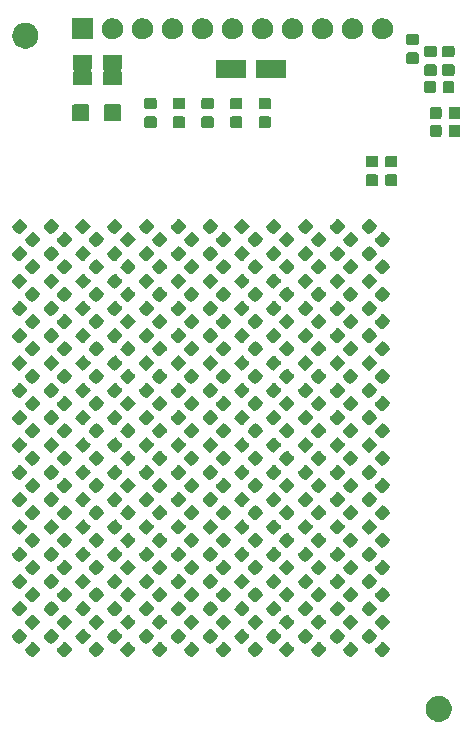
<source format=gbs>
G04 #@! TF.GenerationSoftware,KiCad,Pcbnew,(5.1.5)-3*
G04 #@! TF.CreationDate,2020-02-19T14:05:16-08:00*
G04 #@! TF.ProjectId,IS31FL3733-dev,49533331-464c-4333-9733-332d6465762e,0.1*
G04 #@! TF.SameCoordinates,Original*
G04 #@! TF.FileFunction,Soldermask,Bot*
G04 #@! TF.FilePolarity,Negative*
%FSLAX46Y46*%
G04 Gerber Fmt 4.6, Leading zero omitted, Abs format (unit mm)*
G04 Created by KiCad (PCBNEW (5.1.5)-3) date 2020-02-19 14:05:16*
%MOMM*%
%LPD*%
G04 APERTURE LIST*
%ADD10C,0.100000*%
G04 APERTURE END LIST*
D10*
G36*
X166694795Y-125720156D02*
G01*
X166801150Y-125741311D01*
X166901334Y-125782809D01*
X167001520Y-125824307D01*
X167181844Y-125944795D01*
X167335205Y-126098156D01*
X167455693Y-126278480D01*
X167538689Y-126478851D01*
X167581000Y-126691560D01*
X167581000Y-126908440D01*
X167538689Y-127121149D01*
X167455693Y-127321520D01*
X167335205Y-127501844D01*
X167181844Y-127655205D01*
X167001520Y-127775693D01*
X166801150Y-127858689D01*
X166694794Y-127879845D01*
X166588440Y-127901000D01*
X166371560Y-127901000D01*
X166265206Y-127879845D01*
X166158850Y-127858689D01*
X165958480Y-127775693D01*
X165778156Y-127655205D01*
X165624795Y-127501844D01*
X165504307Y-127321520D01*
X165421311Y-127121149D01*
X165379000Y-126908440D01*
X165379000Y-126691560D01*
X165421311Y-126478851D01*
X165504307Y-126278480D01*
X165624795Y-126098156D01*
X165778156Y-125944795D01*
X165958480Y-125824307D01*
X166058666Y-125782809D01*
X166158850Y-125741311D01*
X166265205Y-125720156D01*
X166371560Y-125699000D01*
X166588440Y-125699000D01*
X166694795Y-125720156D01*
G37*
G36*
X159071295Y-121133000D02*
G01*
X159105273Y-121143308D01*
X159136594Y-121160049D01*
X159168808Y-121186487D01*
X159208659Y-121226338D01*
X159208665Y-121226343D01*
X159554086Y-121571764D01*
X159554091Y-121571770D01*
X159593942Y-121611621D01*
X159620380Y-121643835D01*
X159637121Y-121675156D01*
X159647429Y-121709134D01*
X159650909Y-121744475D01*
X159647429Y-121779816D01*
X159637121Y-121813794D01*
X159620380Y-121845115D01*
X159593942Y-121877329D01*
X159554091Y-121917180D01*
X159554086Y-121917186D01*
X159155631Y-122315641D01*
X159155625Y-122315646D01*
X159115774Y-122355497D01*
X159083560Y-122381935D01*
X159052239Y-122398676D01*
X159018261Y-122408984D01*
X158982920Y-122412464D01*
X158947579Y-122408984D01*
X158913601Y-122398676D01*
X158882280Y-122381935D01*
X158850066Y-122355497D01*
X158810215Y-122315646D01*
X158810209Y-122315641D01*
X158464788Y-121970220D01*
X158464783Y-121970214D01*
X158424932Y-121930363D01*
X158398494Y-121898149D01*
X158381753Y-121866828D01*
X158371445Y-121832850D01*
X158367965Y-121797509D01*
X158371445Y-121762168D01*
X158381753Y-121728190D01*
X158398494Y-121696869D01*
X158424932Y-121664655D01*
X158464783Y-121624804D01*
X158464788Y-121624798D01*
X158863243Y-121226343D01*
X158863249Y-121226338D01*
X158903100Y-121186487D01*
X158935314Y-121160049D01*
X158966635Y-121143308D01*
X159000613Y-121133000D01*
X159035954Y-121129520D01*
X159071295Y-121133000D01*
G37*
G36*
X153688177Y-121133000D02*
G01*
X153722155Y-121143308D01*
X153753476Y-121160049D01*
X153785690Y-121186487D01*
X153825541Y-121226338D01*
X153825547Y-121226343D01*
X154170968Y-121571764D01*
X154170973Y-121571770D01*
X154210824Y-121611621D01*
X154237262Y-121643835D01*
X154254003Y-121675156D01*
X154264311Y-121709134D01*
X154267791Y-121744475D01*
X154264311Y-121779816D01*
X154254003Y-121813794D01*
X154237262Y-121845115D01*
X154210824Y-121877329D01*
X154170973Y-121917180D01*
X154170968Y-121917186D01*
X153772513Y-122315641D01*
X153772507Y-122315646D01*
X153732656Y-122355497D01*
X153700442Y-122381935D01*
X153669121Y-122398676D01*
X153635143Y-122408984D01*
X153599802Y-122412464D01*
X153564461Y-122408984D01*
X153530483Y-122398676D01*
X153499162Y-122381935D01*
X153466948Y-122355497D01*
X153427097Y-122315646D01*
X153427091Y-122315641D01*
X153081670Y-121970220D01*
X153081665Y-121970214D01*
X153041814Y-121930363D01*
X153015376Y-121898149D01*
X152998635Y-121866828D01*
X152988327Y-121832850D01*
X152984847Y-121797509D01*
X152988327Y-121762168D01*
X152998635Y-121728190D01*
X153015376Y-121696869D01*
X153041814Y-121664655D01*
X153081665Y-121624804D01*
X153081670Y-121624798D01*
X153480125Y-121226343D01*
X153480131Y-121226338D01*
X153519982Y-121186487D01*
X153552196Y-121160049D01*
X153583517Y-121143308D01*
X153617495Y-121133000D01*
X153652836Y-121129520D01*
X153688177Y-121133000D01*
G37*
G36*
X145613500Y-121133000D02*
G01*
X145647478Y-121143308D01*
X145678799Y-121160049D01*
X145711013Y-121186487D01*
X145750864Y-121226338D01*
X145750870Y-121226343D01*
X146096291Y-121571764D01*
X146096296Y-121571770D01*
X146136147Y-121611621D01*
X146162585Y-121643835D01*
X146179326Y-121675156D01*
X146189634Y-121709134D01*
X146193114Y-121744475D01*
X146189634Y-121779816D01*
X146179326Y-121813794D01*
X146162585Y-121845115D01*
X146136147Y-121877329D01*
X146096296Y-121917180D01*
X146096291Y-121917186D01*
X145697836Y-122315641D01*
X145697830Y-122315646D01*
X145657979Y-122355497D01*
X145625765Y-122381935D01*
X145594444Y-122398676D01*
X145560466Y-122408984D01*
X145525125Y-122412464D01*
X145489784Y-122408984D01*
X145455806Y-122398676D01*
X145424485Y-122381935D01*
X145392271Y-122355497D01*
X145352420Y-122315646D01*
X145352414Y-122315641D01*
X145006993Y-121970220D01*
X145006988Y-121970214D01*
X144967137Y-121930363D01*
X144940699Y-121898149D01*
X144923958Y-121866828D01*
X144913650Y-121832850D01*
X144910170Y-121797509D01*
X144913650Y-121762168D01*
X144923958Y-121728190D01*
X144940699Y-121696869D01*
X144967137Y-121664655D01*
X145006988Y-121624804D01*
X145006993Y-121624798D01*
X145405448Y-121226343D01*
X145405454Y-121226338D01*
X145445305Y-121186487D01*
X145477519Y-121160049D01*
X145508840Y-121143308D01*
X145542818Y-121133000D01*
X145578159Y-121129520D01*
X145613500Y-121133000D01*
G37*
G36*
X150996618Y-121133000D02*
G01*
X151030596Y-121143308D01*
X151061917Y-121160049D01*
X151094131Y-121186487D01*
X151133982Y-121226338D01*
X151133988Y-121226343D01*
X151479409Y-121571764D01*
X151479414Y-121571770D01*
X151519265Y-121611621D01*
X151545703Y-121643835D01*
X151562444Y-121675156D01*
X151572752Y-121709134D01*
X151576232Y-121744475D01*
X151572752Y-121779816D01*
X151562444Y-121813794D01*
X151545703Y-121845115D01*
X151519265Y-121877329D01*
X151479414Y-121917180D01*
X151479409Y-121917186D01*
X151080954Y-122315641D01*
X151080948Y-122315646D01*
X151041097Y-122355497D01*
X151008883Y-122381935D01*
X150977562Y-122398676D01*
X150943584Y-122408984D01*
X150908243Y-122412464D01*
X150872902Y-122408984D01*
X150838924Y-122398676D01*
X150807603Y-122381935D01*
X150775389Y-122355497D01*
X150735538Y-122315646D01*
X150735532Y-122315641D01*
X150390111Y-121970220D01*
X150390106Y-121970214D01*
X150350255Y-121930363D01*
X150323817Y-121898149D01*
X150307076Y-121866828D01*
X150296768Y-121832850D01*
X150293288Y-121797509D01*
X150296768Y-121762168D01*
X150307076Y-121728190D01*
X150323817Y-121696869D01*
X150350255Y-121664655D01*
X150390106Y-121624804D01*
X150390111Y-121624798D01*
X150788566Y-121226343D01*
X150788572Y-121226338D01*
X150828423Y-121186487D01*
X150860637Y-121160049D01*
X150891958Y-121143308D01*
X150925936Y-121133000D01*
X150961277Y-121129520D01*
X150996618Y-121133000D01*
G37*
G36*
X156379736Y-121133000D02*
G01*
X156413714Y-121143308D01*
X156445035Y-121160049D01*
X156477249Y-121186487D01*
X156517100Y-121226338D01*
X156517106Y-121226343D01*
X156862527Y-121571764D01*
X156862532Y-121571770D01*
X156902383Y-121611621D01*
X156928821Y-121643835D01*
X156945562Y-121675156D01*
X156955870Y-121709134D01*
X156959350Y-121744475D01*
X156955870Y-121779816D01*
X156945562Y-121813794D01*
X156928821Y-121845115D01*
X156902383Y-121877329D01*
X156862532Y-121917180D01*
X156862527Y-121917186D01*
X156464072Y-122315641D01*
X156464066Y-122315646D01*
X156424215Y-122355497D01*
X156392001Y-122381935D01*
X156360680Y-122398676D01*
X156326702Y-122408984D01*
X156291361Y-122412464D01*
X156256020Y-122408984D01*
X156222042Y-122398676D01*
X156190721Y-122381935D01*
X156158507Y-122355497D01*
X156118656Y-122315646D01*
X156118650Y-122315641D01*
X155773229Y-121970220D01*
X155773224Y-121970214D01*
X155733373Y-121930363D01*
X155706935Y-121898149D01*
X155690194Y-121866828D01*
X155679886Y-121832850D01*
X155676406Y-121797509D01*
X155679886Y-121762168D01*
X155690194Y-121728190D01*
X155706935Y-121696869D01*
X155733373Y-121664655D01*
X155773224Y-121624804D01*
X155773229Y-121624798D01*
X156171684Y-121226343D01*
X156171690Y-121226338D01*
X156211541Y-121186487D01*
X156243755Y-121160049D01*
X156275076Y-121143308D01*
X156309054Y-121133000D01*
X156344395Y-121129520D01*
X156379736Y-121133000D01*
G37*
G36*
X161762854Y-121133000D02*
G01*
X161796832Y-121143308D01*
X161828153Y-121160049D01*
X161860367Y-121186487D01*
X161900218Y-121226338D01*
X161900224Y-121226343D01*
X162245645Y-121571764D01*
X162245650Y-121571770D01*
X162285501Y-121611621D01*
X162311939Y-121643835D01*
X162328680Y-121675156D01*
X162338988Y-121709134D01*
X162342468Y-121744475D01*
X162338988Y-121779816D01*
X162328680Y-121813794D01*
X162311939Y-121845115D01*
X162285501Y-121877329D01*
X162245650Y-121917180D01*
X162245645Y-121917186D01*
X161847190Y-122315641D01*
X161847184Y-122315646D01*
X161807333Y-122355497D01*
X161775119Y-122381935D01*
X161743798Y-122398676D01*
X161709820Y-122408984D01*
X161674479Y-122412464D01*
X161639138Y-122408984D01*
X161605160Y-122398676D01*
X161573839Y-122381935D01*
X161541625Y-122355497D01*
X161501774Y-122315646D01*
X161501768Y-122315641D01*
X161156347Y-121970220D01*
X161156342Y-121970214D01*
X161116491Y-121930363D01*
X161090053Y-121898149D01*
X161073312Y-121866828D01*
X161063004Y-121832850D01*
X161059524Y-121797509D01*
X161063004Y-121762168D01*
X161073312Y-121728190D01*
X161090053Y-121696869D01*
X161116491Y-121664655D01*
X161156342Y-121624804D01*
X161156347Y-121624798D01*
X161554802Y-121226343D01*
X161554808Y-121226338D01*
X161594659Y-121186487D01*
X161626873Y-121160049D01*
X161658194Y-121143308D01*
X161692172Y-121133000D01*
X161727513Y-121129520D01*
X161762854Y-121133000D01*
G37*
G36*
X148305059Y-121133000D02*
G01*
X148339037Y-121143308D01*
X148370358Y-121160049D01*
X148402572Y-121186487D01*
X148442423Y-121226338D01*
X148442429Y-121226343D01*
X148787850Y-121571764D01*
X148787855Y-121571770D01*
X148827706Y-121611621D01*
X148854144Y-121643835D01*
X148870885Y-121675156D01*
X148881193Y-121709134D01*
X148884673Y-121744475D01*
X148881193Y-121779816D01*
X148870885Y-121813794D01*
X148854144Y-121845115D01*
X148827706Y-121877329D01*
X148787855Y-121917180D01*
X148787850Y-121917186D01*
X148389395Y-122315641D01*
X148389389Y-122315646D01*
X148349538Y-122355497D01*
X148317324Y-122381935D01*
X148286003Y-122398676D01*
X148252025Y-122408984D01*
X148216684Y-122412464D01*
X148181343Y-122408984D01*
X148147365Y-122398676D01*
X148116044Y-122381935D01*
X148083830Y-122355497D01*
X148043979Y-122315646D01*
X148043973Y-122315641D01*
X147698552Y-121970220D01*
X147698547Y-121970214D01*
X147658696Y-121930363D01*
X147632258Y-121898149D01*
X147615517Y-121866828D01*
X147605209Y-121832850D01*
X147601729Y-121797509D01*
X147605209Y-121762168D01*
X147615517Y-121728190D01*
X147632258Y-121696869D01*
X147658696Y-121664655D01*
X147698547Y-121624804D01*
X147698552Y-121624798D01*
X148097007Y-121226343D01*
X148097013Y-121226338D01*
X148136864Y-121186487D01*
X148169078Y-121160049D01*
X148200399Y-121143308D01*
X148234377Y-121133000D01*
X148269718Y-121129520D01*
X148305059Y-121133000D01*
G37*
G36*
X142921941Y-121133000D02*
G01*
X142955919Y-121143308D01*
X142987240Y-121160049D01*
X143019454Y-121186487D01*
X143059305Y-121226338D01*
X143059311Y-121226343D01*
X143404732Y-121571764D01*
X143404737Y-121571770D01*
X143444588Y-121611621D01*
X143471026Y-121643835D01*
X143487767Y-121675156D01*
X143498075Y-121709134D01*
X143501555Y-121744475D01*
X143498075Y-121779816D01*
X143487767Y-121813794D01*
X143471026Y-121845115D01*
X143444588Y-121877329D01*
X143404737Y-121917180D01*
X143404732Y-121917186D01*
X143006277Y-122315641D01*
X143006271Y-122315646D01*
X142966420Y-122355497D01*
X142934206Y-122381935D01*
X142902885Y-122398676D01*
X142868907Y-122408984D01*
X142833566Y-122412464D01*
X142798225Y-122408984D01*
X142764247Y-122398676D01*
X142732926Y-122381935D01*
X142700712Y-122355497D01*
X142660861Y-122315646D01*
X142660855Y-122315641D01*
X142315434Y-121970220D01*
X142315429Y-121970214D01*
X142275578Y-121930363D01*
X142249140Y-121898149D01*
X142232399Y-121866828D01*
X142222091Y-121832850D01*
X142218611Y-121797509D01*
X142222091Y-121762168D01*
X142232399Y-121728190D01*
X142249140Y-121696869D01*
X142275578Y-121664655D01*
X142315429Y-121624804D01*
X142315434Y-121624798D01*
X142713889Y-121226343D01*
X142713895Y-121226338D01*
X142753746Y-121186487D01*
X142785960Y-121160049D01*
X142817281Y-121143308D01*
X142851259Y-121133000D01*
X142886600Y-121129520D01*
X142921941Y-121133000D01*
G37*
G36*
X140230382Y-121133000D02*
G01*
X140264360Y-121143308D01*
X140295681Y-121160049D01*
X140327895Y-121186487D01*
X140367746Y-121226338D01*
X140367752Y-121226343D01*
X140713173Y-121571764D01*
X140713178Y-121571770D01*
X140753029Y-121611621D01*
X140779467Y-121643835D01*
X140796208Y-121675156D01*
X140806516Y-121709134D01*
X140809996Y-121744475D01*
X140806516Y-121779816D01*
X140796208Y-121813794D01*
X140779467Y-121845115D01*
X140753029Y-121877329D01*
X140713178Y-121917180D01*
X140713173Y-121917186D01*
X140314718Y-122315641D01*
X140314712Y-122315646D01*
X140274861Y-122355497D01*
X140242647Y-122381935D01*
X140211326Y-122398676D01*
X140177348Y-122408984D01*
X140142007Y-122412464D01*
X140106666Y-122408984D01*
X140072688Y-122398676D01*
X140041367Y-122381935D01*
X140009153Y-122355497D01*
X139969302Y-122315646D01*
X139969296Y-122315641D01*
X139623875Y-121970220D01*
X139623870Y-121970214D01*
X139584019Y-121930363D01*
X139557581Y-121898149D01*
X139540840Y-121866828D01*
X139530532Y-121832850D01*
X139527052Y-121797509D01*
X139530532Y-121762168D01*
X139540840Y-121728190D01*
X139557581Y-121696869D01*
X139584019Y-121664655D01*
X139623870Y-121624804D01*
X139623875Y-121624798D01*
X140022330Y-121226343D01*
X140022336Y-121226338D01*
X140062187Y-121186487D01*
X140094401Y-121160049D01*
X140125722Y-121143308D01*
X140159700Y-121133000D01*
X140195041Y-121129520D01*
X140230382Y-121133000D01*
G37*
G36*
X137538823Y-121133000D02*
G01*
X137572801Y-121143308D01*
X137604122Y-121160049D01*
X137636336Y-121186487D01*
X137676187Y-121226338D01*
X137676193Y-121226343D01*
X138021614Y-121571764D01*
X138021619Y-121571770D01*
X138061470Y-121611621D01*
X138087908Y-121643835D01*
X138104649Y-121675156D01*
X138114957Y-121709134D01*
X138118437Y-121744475D01*
X138114957Y-121779816D01*
X138104649Y-121813794D01*
X138087908Y-121845115D01*
X138061470Y-121877329D01*
X138021619Y-121917180D01*
X138021614Y-121917186D01*
X137623159Y-122315641D01*
X137623153Y-122315646D01*
X137583302Y-122355497D01*
X137551088Y-122381935D01*
X137519767Y-122398676D01*
X137485789Y-122408984D01*
X137450448Y-122412464D01*
X137415107Y-122408984D01*
X137381129Y-122398676D01*
X137349808Y-122381935D01*
X137317594Y-122355497D01*
X137277743Y-122315646D01*
X137277737Y-122315641D01*
X136932316Y-121970220D01*
X136932311Y-121970214D01*
X136892460Y-121930363D01*
X136866022Y-121898149D01*
X136849281Y-121866828D01*
X136838973Y-121832850D01*
X136835493Y-121797509D01*
X136838973Y-121762168D01*
X136849281Y-121728190D01*
X136866022Y-121696869D01*
X136892460Y-121664655D01*
X136932311Y-121624804D01*
X136932316Y-121624798D01*
X137330771Y-121226343D01*
X137330777Y-121226338D01*
X137370628Y-121186487D01*
X137402842Y-121160049D01*
X137434163Y-121143308D01*
X137468141Y-121133000D01*
X137503482Y-121129520D01*
X137538823Y-121133000D01*
G37*
G36*
X134847264Y-121133000D02*
G01*
X134881242Y-121143308D01*
X134912563Y-121160049D01*
X134944777Y-121186487D01*
X134984628Y-121226338D01*
X134984634Y-121226343D01*
X135330055Y-121571764D01*
X135330060Y-121571770D01*
X135369911Y-121611621D01*
X135396349Y-121643835D01*
X135413090Y-121675156D01*
X135423398Y-121709134D01*
X135426878Y-121744475D01*
X135423398Y-121779816D01*
X135413090Y-121813794D01*
X135396349Y-121845115D01*
X135369911Y-121877329D01*
X135330060Y-121917180D01*
X135330055Y-121917186D01*
X134931600Y-122315641D01*
X134931594Y-122315646D01*
X134891743Y-122355497D01*
X134859529Y-122381935D01*
X134828208Y-122398676D01*
X134794230Y-122408984D01*
X134758889Y-122412464D01*
X134723548Y-122408984D01*
X134689570Y-122398676D01*
X134658249Y-122381935D01*
X134626035Y-122355497D01*
X134586184Y-122315646D01*
X134586178Y-122315641D01*
X134240757Y-121970220D01*
X134240752Y-121970214D01*
X134200901Y-121930363D01*
X134174463Y-121898149D01*
X134157722Y-121866828D01*
X134147414Y-121832850D01*
X134143934Y-121797509D01*
X134147414Y-121762168D01*
X134157722Y-121728190D01*
X134174463Y-121696869D01*
X134200901Y-121664655D01*
X134240752Y-121624804D01*
X134240757Y-121624798D01*
X134639212Y-121226343D01*
X134639218Y-121226338D01*
X134679069Y-121186487D01*
X134711283Y-121160049D01*
X134742604Y-121143308D01*
X134776582Y-121133000D01*
X134811923Y-121129520D01*
X134847264Y-121133000D01*
G37*
G36*
X132155705Y-121133000D02*
G01*
X132189683Y-121143308D01*
X132221004Y-121160049D01*
X132253218Y-121186487D01*
X132293069Y-121226338D01*
X132293075Y-121226343D01*
X132638496Y-121571764D01*
X132638501Y-121571770D01*
X132678352Y-121611621D01*
X132704790Y-121643835D01*
X132721531Y-121675156D01*
X132731839Y-121709134D01*
X132735319Y-121744475D01*
X132731839Y-121779816D01*
X132721531Y-121813794D01*
X132704790Y-121845115D01*
X132678352Y-121877329D01*
X132638501Y-121917180D01*
X132638496Y-121917186D01*
X132240041Y-122315641D01*
X132240035Y-122315646D01*
X132200184Y-122355497D01*
X132167970Y-122381935D01*
X132136649Y-122398676D01*
X132102671Y-122408984D01*
X132067330Y-122412464D01*
X132031989Y-122408984D01*
X131998011Y-122398676D01*
X131966690Y-122381935D01*
X131934476Y-122355497D01*
X131894625Y-122315646D01*
X131894619Y-122315641D01*
X131549198Y-121970220D01*
X131549193Y-121970214D01*
X131509342Y-121930363D01*
X131482904Y-121898149D01*
X131466163Y-121866828D01*
X131455855Y-121832850D01*
X131452375Y-121797509D01*
X131455855Y-121762168D01*
X131466163Y-121728190D01*
X131482904Y-121696869D01*
X131509342Y-121664655D01*
X131549193Y-121624804D01*
X131549198Y-121624798D01*
X131947653Y-121226343D01*
X131947659Y-121226338D01*
X131987510Y-121186487D01*
X132019724Y-121160049D01*
X132051045Y-121143308D01*
X132085023Y-121133000D01*
X132120364Y-121129520D01*
X132155705Y-121133000D01*
G37*
G36*
X131042011Y-120019306D02*
G01*
X131075989Y-120029614D01*
X131107310Y-120046355D01*
X131139524Y-120072793D01*
X131179375Y-120112644D01*
X131179381Y-120112649D01*
X131524802Y-120458070D01*
X131524807Y-120458076D01*
X131564658Y-120497927D01*
X131591096Y-120530141D01*
X131607837Y-120561462D01*
X131618145Y-120595440D01*
X131621625Y-120630781D01*
X131618145Y-120666122D01*
X131607837Y-120700100D01*
X131591096Y-120731421D01*
X131564658Y-120763635D01*
X131524807Y-120803486D01*
X131524802Y-120803492D01*
X131126347Y-121201947D01*
X131126341Y-121201952D01*
X131086490Y-121241803D01*
X131054276Y-121268241D01*
X131022955Y-121284982D01*
X130988977Y-121295290D01*
X130953636Y-121298770D01*
X130918295Y-121295290D01*
X130884317Y-121284982D01*
X130852996Y-121268241D01*
X130820782Y-121241803D01*
X130780931Y-121201952D01*
X130780925Y-121201947D01*
X130435504Y-120856526D01*
X130435499Y-120856520D01*
X130395648Y-120816669D01*
X130369210Y-120784455D01*
X130352469Y-120753134D01*
X130342161Y-120719156D01*
X130338681Y-120683815D01*
X130342161Y-120648474D01*
X130352469Y-120614496D01*
X130369210Y-120583175D01*
X130395648Y-120550961D01*
X130435499Y-120511110D01*
X130435504Y-120511104D01*
X130833959Y-120112649D01*
X130833965Y-120112644D01*
X130873816Y-120072793D01*
X130906030Y-120046355D01*
X130937351Y-120029614D01*
X130971329Y-120019306D01*
X131006670Y-120015826D01*
X131042011Y-120019306D01*
G37*
G36*
X133733570Y-120019306D02*
G01*
X133767548Y-120029614D01*
X133798869Y-120046355D01*
X133831083Y-120072793D01*
X133870934Y-120112644D01*
X133870940Y-120112649D01*
X134216361Y-120458070D01*
X134216366Y-120458076D01*
X134256217Y-120497927D01*
X134282655Y-120530141D01*
X134299396Y-120561462D01*
X134309704Y-120595440D01*
X134313184Y-120630781D01*
X134309704Y-120666122D01*
X134299396Y-120700100D01*
X134282655Y-120731421D01*
X134256217Y-120763635D01*
X134216366Y-120803486D01*
X134216361Y-120803492D01*
X133817906Y-121201947D01*
X133817900Y-121201952D01*
X133778049Y-121241803D01*
X133745835Y-121268241D01*
X133714514Y-121284982D01*
X133680536Y-121295290D01*
X133645195Y-121298770D01*
X133609854Y-121295290D01*
X133575876Y-121284982D01*
X133544555Y-121268241D01*
X133512341Y-121241803D01*
X133472490Y-121201952D01*
X133472484Y-121201947D01*
X133127063Y-120856526D01*
X133127058Y-120856520D01*
X133087207Y-120816669D01*
X133060769Y-120784455D01*
X133044028Y-120753134D01*
X133033720Y-120719156D01*
X133030240Y-120683815D01*
X133033720Y-120648474D01*
X133044028Y-120614496D01*
X133060769Y-120583175D01*
X133087207Y-120550961D01*
X133127058Y-120511110D01*
X133127063Y-120511104D01*
X133525518Y-120112649D01*
X133525524Y-120112644D01*
X133565375Y-120072793D01*
X133597589Y-120046355D01*
X133628910Y-120029614D01*
X133662888Y-120019306D01*
X133698229Y-120015826D01*
X133733570Y-120019306D01*
G37*
G36*
X136425129Y-120019306D02*
G01*
X136459107Y-120029614D01*
X136490428Y-120046355D01*
X136522642Y-120072793D01*
X136562493Y-120112644D01*
X136562499Y-120112649D01*
X136907920Y-120458070D01*
X136907925Y-120458076D01*
X136947776Y-120497927D01*
X136974214Y-120530141D01*
X136990955Y-120561462D01*
X137001263Y-120595440D01*
X137004743Y-120630781D01*
X137001263Y-120666122D01*
X136990955Y-120700100D01*
X136974214Y-120731421D01*
X136947776Y-120763635D01*
X136907925Y-120803486D01*
X136907920Y-120803492D01*
X136509465Y-121201947D01*
X136509459Y-121201952D01*
X136469608Y-121241803D01*
X136437394Y-121268241D01*
X136406073Y-121284982D01*
X136372095Y-121295290D01*
X136336754Y-121298770D01*
X136301413Y-121295290D01*
X136267435Y-121284982D01*
X136236114Y-121268241D01*
X136203900Y-121241803D01*
X136164049Y-121201952D01*
X136164043Y-121201947D01*
X135818622Y-120856526D01*
X135818617Y-120856520D01*
X135778766Y-120816669D01*
X135752328Y-120784455D01*
X135735587Y-120753134D01*
X135725279Y-120719156D01*
X135721799Y-120683815D01*
X135725279Y-120648474D01*
X135735587Y-120614496D01*
X135752328Y-120583175D01*
X135778766Y-120550961D01*
X135818617Y-120511110D01*
X135818622Y-120511104D01*
X136217077Y-120112649D01*
X136217083Y-120112644D01*
X136256934Y-120072793D01*
X136289148Y-120046355D01*
X136320469Y-120029614D01*
X136354447Y-120019306D01*
X136389788Y-120015826D01*
X136425129Y-120019306D01*
G37*
G36*
X139116688Y-120019306D02*
G01*
X139150666Y-120029614D01*
X139181987Y-120046355D01*
X139214201Y-120072793D01*
X139254052Y-120112644D01*
X139254058Y-120112649D01*
X139599479Y-120458070D01*
X139599484Y-120458076D01*
X139639335Y-120497927D01*
X139665773Y-120530141D01*
X139682514Y-120561462D01*
X139692822Y-120595440D01*
X139696302Y-120630781D01*
X139692822Y-120666122D01*
X139682514Y-120700100D01*
X139665773Y-120731421D01*
X139639335Y-120763635D01*
X139599484Y-120803486D01*
X139599479Y-120803492D01*
X139201024Y-121201947D01*
X139201018Y-121201952D01*
X139161167Y-121241803D01*
X139128953Y-121268241D01*
X139097632Y-121284982D01*
X139063654Y-121295290D01*
X139028313Y-121298770D01*
X138992972Y-121295290D01*
X138958994Y-121284982D01*
X138927673Y-121268241D01*
X138895459Y-121241803D01*
X138855608Y-121201952D01*
X138855602Y-121201947D01*
X138510181Y-120856526D01*
X138510176Y-120856520D01*
X138470325Y-120816669D01*
X138443887Y-120784455D01*
X138427146Y-120753134D01*
X138416838Y-120719156D01*
X138413358Y-120683815D01*
X138416838Y-120648474D01*
X138427146Y-120614496D01*
X138443887Y-120583175D01*
X138470325Y-120550961D01*
X138510176Y-120511110D01*
X138510181Y-120511104D01*
X138908636Y-120112649D01*
X138908642Y-120112644D01*
X138948493Y-120072793D01*
X138980707Y-120046355D01*
X139012028Y-120029614D01*
X139046006Y-120019306D01*
X139081347Y-120015826D01*
X139116688Y-120019306D01*
G37*
G36*
X141808247Y-120019306D02*
G01*
X141842225Y-120029614D01*
X141873546Y-120046355D01*
X141905760Y-120072793D01*
X141945611Y-120112644D01*
X141945617Y-120112649D01*
X142291038Y-120458070D01*
X142291043Y-120458076D01*
X142330894Y-120497927D01*
X142357332Y-120530141D01*
X142374073Y-120561462D01*
X142384381Y-120595440D01*
X142387861Y-120630781D01*
X142384381Y-120666122D01*
X142374073Y-120700100D01*
X142357332Y-120731421D01*
X142330894Y-120763635D01*
X142291043Y-120803486D01*
X142291038Y-120803492D01*
X141892583Y-121201947D01*
X141892577Y-121201952D01*
X141852726Y-121241803D01*
X141820512Y-121268241D01*
X141789191Y-121284982D01*
X141755213Y-121295290D01*
X141719872Y-121298770D01*
X141684531Y-121295290D01*
X141650553Y-121284982D01*
X141619232Y-121268241D01*
X141587018Y-121241803D01*
X141547167Y-121201952D01*
X141547161Y-121201947D01*
X141201740Y-120856526D01*
X141201735Y-120856520D01*
X141161884Y-120816669D01*
X141135446Y-120784455D01*
X141118705Y-120753134D01*
X141108397Y-120719156D01*
X141104917Y-120683815D01*
X141108397Y-120648474D01*
X141118705Y-120614496D01*
X141135446Y-120583175D01*
X141161884Y-120550961D01*
X141201735Y-120511110D01*
X141201740Y-120511104D01*
X141600195Y-120112649D01*
X141600201Y-120112644D01*
X141640052Y-120072793D01*
X141672266Y-120046355D01*
X141703587Y-120029614D01*
X141737565Y-120019306D01*
X141772906Y-120015826D01*
X141808247Y-120019306D01*
G37*
G36*
X147191365Y-120019306D02*
G01*
X147225343Y-120029614D01*
X147256664Y-120046355D01*
X147288878Y-120072793D01*
X147328729Y-120112644D01*
X147328735Y-120112649D01*
X147674156Y-120458070D01*
X147674161Y-120458076D01*
X147714012Y-120497927D01*
X147740450Y-120530141D01*
X147757191Y-120561462D01*
X147767499Y-120595440D01*
X147770979Y-120630781D01*
X147767499Y-120666122D01*
X147757191Y-120700100D01*
X147740450Y-120731421D01*
X147714012Y-120763635D01*
X147674161Y-120803486D01*
X147674156Y-120803492D01*
X147275701Y-121201947D01*
X147275695Y-121201952D01*
X147235844Y-121241803D01*
X147203630Y-121268241D01*
X147172309Y-121284982D01*
X147138331Y-121295290D01*
X147102990Y-121298770D01*
X147067649Y-121295290D01*
X147033671Y-121284982D01*
X147002350Y-121268241D01*
X146970136Y-121241803D01*
X146930285Y-121201952D01*
X146930279Y-121201947D01*
X146584858Y-120856526D01*
X146584853Y-120856520D01*
X146545002Y-120816669D01*
X146518564Y-120784455D01*
X146501823Y-120753134D01*
X146491515Y-120719156D01*
X146488035Y-120683815D01*
X146491515Y-120648474D01*
X146501823Y-120614496D01*
X146518564Y-120583175D01*
X146545002Y-120550961D01*
X146584853Y-120511110D01*
X146584858Y-120511104D01*
X146983313Y-120112649D01*
X146983319Y-120112644D01*
X147023170Y-120072793D01*
X147055384Y-120046355D01*
X147086705Y-120029614D01*
X147120683Y-120019306D01*
X147156024Y-120015826D01*
X147191365Y-120019306D01*
G37*
G36*
X149882924Y-120019306D02*
G01*
X149916902Y-120029614D01*
X149948223Y-120046355D01*
X149980437Y-120072793D01*
X150020288Y-120112644D01*
X150020294Y-120112649D01*
X150365715Y-120458070D01*
X150365720Y-120458076D01*
X150405571Y-120497927D01*
X150432009Y-120530141D01*
X150448750Y-120561462D01*
X150459058Y-120595440D01*
X150462538Y-120630781D01*
X150459058Y-120666122D01*
X150448750Y-120700100D01*
X150432009Y-120731421D01*
X150405571Y-120763635D01*
X150365720Y-120803486D01*
X150365715Y-120803492D01*
X149967260Y-121201947D01*
X149967254Y-121201952D01*
X149927403Y-121241803D01*
X149895189Y-121268241D01*
X149863868Y-121284982D01*
X149829890Y-121295290D01*
X149794549Y-121298770D01*
X149759208Y-121295290D01*
X149725230Y-121284982D01*
X149693909Y-121268241D01*
X149661695Y-121241803D01*
X149621844Y-121201952D01*
X149621838Y-121201947D01*
X149276417Y-120856526D01*
X149276412Y-120856520D01*
X149236561Y-120816669D01*
X149210123Y-120784455D01*
X149193382Y-120753134D01*
X149183074Y-120719156D01*
X149179594Y-120683815D01*
X149183074Y-120648474D01*
X149193382Y-120614496D01*
X149210123Y-120583175D01*
X149236561Y-120550961D01*
X149276412Y-120511110D01*
X149276417Y-120511104D01*
X149674872Y-120112649D01*
X149674878Y-120112644D01*
X149714729Y-120072793D01*
X149746943Y-120046355D01*
X149778264Y-120029614D01*
X149812242Y-120019306D01*
X149847583Y-120015826D01*
X149882924Y-120019306D01*
G37*
G36*
X152574483Y-120019306D02*
G01*
X152608461Y-120029614D01*
X152639782Y-120046355D01*
X152671996Y-120072793D01*
X152711847Y-120112644D01*
X152711853Y-120112649D01*
X153057274Y-120458070D01*
X153057279Y-120458076D01*
X153097130Y-120497927D01*
X153123568Y-120530141D01*
X153140309Y-120561462D01*
X153150617Y-120595440D01*
X153154097Y-120630781D01*
X153150617Y-120666122D01*
X153140309Y-120700100D01*
X153123568Y-120731421D01*
X153097130Y-120763635D01*
X153057279Y-120803486D01*
X153057274Y-120803492D01*
X152658819Y-121201947D01*
X152658813Y-121201952D01*
X152618962Y-121241803D01*
X152586748Y-121268241D01*
X152555427Y-121284982D01*
X152521449Y-121295290D01*
X152486108Y-121298770D01*
X152450767Y-121295290D01*
X152416789Y-121284982D01*
X152385468Y-121268241D01*
X152353254Y-121241803D01*
X152313403Y-121201952D01*
X152313397Y-121201947D01*
X151967976Y-120856526D01*
X151967971Y-120856520D01*
X151928120Y-120816669D01*
X151901682Y-120784455D01*
X151884941Y-120753134D01*
X151874633Y-120719156D01*
X151871153Y-120683815D01*
X151874633Y-120648474D01*
X151884941Y-120614496D01*
X151901682Y-120583175D01*
X151928120Y-120550961D01*
X151967971Y-120511110D01*
X151967976Y-120511104D01*
X152366431Y-120112649D01*
X152366437Y-120112644D01*
X152406288Y-120072793D01*
X152438502Y-120046355D01*
X152469823Y-120029614D01*
X152503801Y-120019306D01*
X152539142Y-120015826D01*
X152574483Y-120019306D01*
G37*
G36*
X155266042Y-120019306D02*
G01*
X155300020Y-120029614D01*
X155331341Y-120046355D01*
X155363555Y-120072793D01*
X155403406Y-120112644D01*
X155403412Y-120112649D01*
X155748833Y-120458070D01*
X155748838Y-120458076D01*
X155788689Y-120497927D01*
X155815127Y-120530141D01*
X155831868Y-120561462D01*
X155842176Y-120595440D01*
X155845656Y-120630781D01*
X155842176Y-120666122D01*
X155831868Y-120700100D01*
X155815127Y-120731421D01*
X155788689Y-120763635D01*
X155748838Y-120803486D01*
X155748833Y-120803492D01*
X155350378Y-121201947D01*
X155350372Y-121201952D01*
X155310521Y-121241803D01*
X155278307Y-121268241D01*
X155246986Y-121284982D01*
X155213008Y-121295290D01*
X155177667Y-121298770D01*
X155142326Y-121295290D01*
X155108348Y-121284982D01*
X155077027Y-121268241D01*
X155044813Y-121241803D01*
X155004962Y-121201952D01*
X155004956Y-121201947D01*
X154659535Y-120856526D01*
X154659530Y-120856520D01*
X154619679Y-120816669D01*
X154593241Y-120784455D01*
X154576500Y-120753134D01*
X154566192Y-120719156D01*
X154562712Y-120683815D01*
X154566192Y-120648474D01*
X154576500Y-120614496D01*
X154593241Y-120583175D01*
X154619679Y-120550961D01*
X154659530Y-120511110D01*
X154659535Y-120511104D01*
X155057990Y-120112649D01*
X155057996Y-120112644D01*
X155097847Y-120072793D01*
X155130061Y-120046355D01*
X155161382Y-120029614D01*
X155195360Y-120019306D01*
X155230701Y-120015826D01*
X155266042Y-120019306D01*
G37*
G36*
X157957601Y-120019306D02*
G01*
X157991579Y-120029614D01*
X158022900Y-120046355D01*
X158055114Y-120072793D01*
X158094965Y-120112644D01*
X158094971Y-120112649D01*
X158440392Y-120458070D01*
X158440397Y-120458076D01*
X158480248Y-120497927D01*
X158506686Y-120530141D01*
X158523427Y-120561462D01*
X158533735Y-120595440D01*
X158537215Y-120630781D01*
X158533735Y-120666122D01*
X158523427Y-120700100D01*
X158506686Y-120731421D01*
X158480248Y-120763635D01*
X158440397Y-120803486D01*
X158440392Y-120803492D01*
X158041937Y-121201947D01*
X158041931Y-121201952D01*
X158002080Y-121241803D01*
X157969866Y-121268241D01*
X157938545Y-121284982D01*
X157904567Y-121295290D01*
X157869226Y-121298770D01*
X157833885Y-121295290D01*
X157799907Y-121284982D01*
X157768586Y-121268241D01*
X157736372Y-121241803D01*
X157696521Y-121201952D01*
X157696515Y-121201947D01*
X157351094Y-120856526D01*
X157351089Y-120856520D01*
X157311238Y-120816669D01*
X157284800Y-120784455D01*
X157268059Y-120753134D01*
X157257751Y-120719156D01*
X157254271Y-120683815D01*
X157257751Y-120648474D01*
X157268059Y-120614496D01*
X157284800Y-120583175D01*
X157311238Y-120550961D01*
X157351089Y-120511110D01*
X157351094Y-120511104D01*
X157749549Y-120112649D01*
X157749555Y-120112644D01*
X157789406Y-120072793D01*
X157821620Y-120046355D01*
X157852941Y-120029614D01*
X157886919Y-120019306D01*
X157922260Y-120015826D01*
X157957601Y-120019306D01*
G37*
G36*
X144499806Y-120019306D02*
G01*
X144533784Y-120029614D01*
X144565105Y-120046355D01*
X144597319Y-120072793D01*
X144637170Y-120112644D01*
X144637176Y-120112649D01*
X144982597Y-120458070D01*
X144982602Y-120458076D01*
X145022453Y-120497927D01*
X145048891Y-120530141D01*
X145065632Y-120561462D01*
X145075940Y-120595440D01*
X145079420Y-120630781D01*
X145075940Y-120666122D01*
X145065632Y-120700100D01*
X145048891Y-120731421D01*
X145022453Y-120763635D01*
X144982602Y-120803486D01*
X144982597Y-120803492D01*
X144584142Y-121201947D01*
X144584136Y-121201952D01*
X144544285Y-121241803D01*
X144512071Y-121268241D01*
X144480750Y-121284982D01*
X144446772Y-121295290D01*
X144411431Y-121298770D01*
X144376090Y-121295290D01*
X144342112Y-121284982D01*
X144310791Y-121268241D01*
X144278577Y-121241803D01*
X144238726Y-121201952D01*
X144238720Y-121201947D01*
X143893299Y-120856526D01*
X143893294Y-120856520D01*
X143853443Y-120816669D01*
X143827005Y-120784455D01*
X143810264Y-120753134D01*
X143799956Y-120719156D01*
X143796476Y-120683815D01*
X143799956Y-120648474D01*
X143810264Y-120614496D01*
X143827005Y-120583175D01*
X143853443Y-120550961D01*
X143893294Y-120511110D01*
X143893299Y-120511104D01*
X144291754Y-120112649D01*
X144291760Y-120112644D01*
X144331611Y-120072793D01*
X144363825Y-120046355D01*
X144395146Y-120029614D01*
X144429124Y-120019306D01*
X144464465Y-120015826D01*
X144499806Y-120019306D01*
G37*
G36*
X160649160Y-120019306D02*
G01*
X160683138Y-120029614D01*
X160714459Y-120046355D01*
X160746673Y-120072793D01*
X160786524Y-120112644D01*
X160786530Y-120112649D01*
X161131951Y-120458070D01*
X161131956Y-120458076D01*
X161171807Y-120497927D01*
X161198245Y-120530141D01*
X161214986Y-120561462D01*
X161225294Y-120595440D01*
X161228774Y-120630781D01*
X161225294Y-120666122D01*
X161214986Y-120700100D01*
X161198245Y-120731421D01*
X161171807Y-120763635D01*
X161131956Y-120803486D01*
X161131951Y-120803492D01*
X160733496Y-121201947D01*
X160733490Y-121201952D01*
X160693639Y-121241803D01*
X160661425Y-121268241D01*
X160630104Y-121284982D01*
X160596126Y-121295290D01*
X160560785Y-121298770D01*
X160525444Y-121295290D01*
X160491466Y-121284982D01*
X160460145Y-121268241D01*
X160427931Y-121241803D01*
X160388080Y-121201952D01*
X160388074Y-121201947D01*
X160042653Y-120856526D01*
X160042648Y-120856520D01*
X160002797Y-120816669D01*
X159976359Y-120784455D01*
X159959618Y-120753134D01*
X159949310Y-120719156D01*
X159945830Y-120683815D01*
X159949310Y-120648474D01*
X159959618Y-120614496D01*
X159976359Y-120583175D01*
X160002797Y-120550961D01*
X160042648Y-120511110D01*
X160042653Y-120511104D01*
X160441108Y-120112649D01*
X160441114Y-120112644D01*
X160480965Y-120072793D01*
X160513179Y-120046355D01*
X160544500Y-120029614D01*
X160578478Y-120019306D01*
X160613819Y-120015826D01*
X160649160Y-120019306D01*
G37*
G36*
X140230382Y-118819857D02*
G01*
X140264360Y-118830165D01*
X140295681Y-118846906D01*
X140327895Y-118873344D01*
X140367746Y-118913195D01*
X140367752Y-118913200D01*
X140713173Y-119258621D01*
X140713178Y-119258627D01*
X140753029Y-119298478D01*
X140779467Y-119330692D01*
X140796208Y-119362013D01*
X140806516Y-119395991D01*
X140809996Y-119431332D01*
X140806516Y-119466673D01*
X140796208Y-119500651D01*
X140779467Y-119531972D01*
X140753029Y-119564186D01*
X140713178Y-119604037D01*
X140713173Y-119604043D01*
X140314718Y-120002498D01*
X140314712Y-120002503D01*
X140274861Y-120042354D01*
X140242647Y-120068792D01*
X140211326Y-120085533D01*
X140177348Y-120095841D01*
X140142007Y-120099321D01*
X140106666Y-120095841D01*
X140072688Y-120085533D01*
X140041367Y-120068792D01*
X140009153Y-120042354D01*
X139969302Y-120002503D01*
X139969296Y-120002498D01*
X139623875Y-119657077D01*
X139623870Y-119657071D01*
X139584019Y-119617220D01*
X139557581Y-119585006D01*
X139540840Y-119553685D01*
X139530532Y-119519707D01*
X139527052Y-119484366D01*
X139530532Y-119449025D01*
X139540840Y-119415047D01*
X139557581Y-119383726D01*
X139584019Y-119351512D01*
X139623870Y-119311661D01*
X139623875Y-119311655D01*
X140022330Y-118913200D01*
X140022336Y-118913195D01*
X140062187Y-118873344D01*
X140094401Y-118846906D01*
X140125722Y-118830165D01*
X140159700Y-118819857D01*
X140195041Y-118816377D01*
X140230382Y-118819857D01*
G37*
G36*
X161762854Y-118819857D02*
G01*
X161796832Y-118830165D01*
X161828153Y-118846906D01*
X161860367Y-118873344D01*
X161900218Y-118913195D01*
X161900224Y-118913200D01*
X162245645Y-119258621D01*
X162245650Y-119258627D01*
X162285501Y-119298478D01*
X162311939Y-119330692D01*
X162328680Y-119362013D01*
X162338988Y-119395991D01*
X162342468Y-119431332D01*
X162338988Y-119466673D01*
X162328680Y-119500651D01*
X162311939Y-119531972D01*
X162285501Y-119564186D01*
X162245650Y-119604037D01*
X162245645Y-119604043D01*
X161847190Y-120002498D01*
X161847184Y-120002503D01*
X161807333Y-120042354D01*
X161775119Y-120068792D01*
X161743798Y-120085533D01*
X161709820Y-120095841D01*
X161674479Y-120099321D01*
X161639138Y-120095841D01*
X161605160Y-120085533D01*
X161573839Y-120068792D01*
X161541625Y-120042354D01*
X161501774Y-120002503D01*
X161501768Y-120002498D01*
X161156347Y-119657077D01*
X161156342Y-119657071D01*
X161116491Y-119617220D01*
X161090053Y-119585006D01*
X161073312Y-119553685D01*
X161063004Y-119519707D01*
X161059524Y-119484366D01*
X161063004Y-119449025D01*
X161073312Y-119415047D01*
X161090053Y-119383726D01*
X161116491Y-119351512D01*
X161156342Y-119311661D01*
X161156347Y-119311655D01*
X161554802Y-118913200D01*
X161554808Y-118913195D01*
X161594659Y-118873344D01*
X161626873Y-118846906D01*
X161658194Y-118830165D01*
X161692172Y-118819857D01*
X161727513Y-118816377D01*
X161762854Y-118819857D01*
G37*
G36*
X159071295Y-118819857D02*
G01*
X159105273Y-118830165D01*
X159136594Y-118846906D01*
X159168808Y-118873344D01*
X159208659Y-118913195D01*
X159208665Y-118913200D01*
X159554086Y-119258621D01*
X159554091Y-119258627D01*
X159593942Y-119298478D01*
X159620380Y-119330692D01*
X159637121Y-119362013D01*
X159647429Y-119395991D01*
X159650909Y-119431332D01*
X159647429Y-119466673D01*
X159637121Y-119500651D01*
X159620380Y-119531972D01*
X159593942Y-119564186D01*
X159554091Y-119604037D01*
X159554086Y-119604043D01*
X159155631Y-120002498D01*
X159155625Y-120002503D01*
X159115774Y-120042354D01*
X159083560Y-120068792D01*
X159052239Y-120085533D01*
X159018261Y-120095841D01*
X158982920Y-120099321D01*
X158947579Y-120095841D01*
X158913601Y-120085533D01*
X158882280Y-120068792D01*
X158850066Y-120042354D01*
X158810215Y-120002503D01*
X158810209Y-120002498D01*
X158464788Y-119657077D01*
X158464783Y-119657071D01*
X158424932Y-119617220D01*
X158398494Y-119585006D01*
X158381753Y-119553685D01*
X158371445Y-119519707D01*
X158367965Y-119484366D01*
X158371445Y-119449025D01*
X158381753Y-119415047D01*
X158398494Y-119383726D01*
X158424932Y-119351512D01*
X158464783Y-119311661D01*
X158464788Y-119311655D01*
X158863243Y-118913200D01*
X158863249Y-118913195D01*
X158903100Y-118873344D01*
X158935314Y-118846906D01*
X158966635Y-118830165D01*
X159000613Y-118819857D01*
X159035954Y-118816377D01*
X159071295Y-118819857D01*
G37*
G36*
X156379736Y-118819857D02*
G01*
X156413714Y-118830165D01*
X156445035Y-118846906D01*
X156477249Y-118873344D01*
X156517100Y-118913195D01*
X156517106Y-118913200D01*
X156862527Y-119258621D01*
X156862532Y-119258627D01*
X156902383Y-119298478D01*
X156928821Y-119330692D01*
X156945562Y-119362013D01*
X156955870Y-119395991D01*
X156959350Y-119431332D01*
X156955870Y-119466673D01*
X156945562Y-119500651D01*
X156928821Y-119531972D01*
X156902383Y-119564186D01*
X156862532Y-119604037D01*
X156862527Y-119604043D01*
X156464072Y-120002498D01*
X156464066Y-120002503D01*
X156424215Y-120042354D01*
X156392001Y-120068792D01*
X156360680Y-120085533D01*
X156326702Y-120095841D01*
X156291361Y-120099321D01*
X156256020Y-120095841D01*
X156222042Y-120085533D01*
X156190721Y-120068792D01*
X156158507Y-120042354D01*
X156118656Y-120002503D01*
X156118650Y-120002498D01*
X155773229Y-119657077D01*
X155773224Y-119657071D01*
X155733373Y-119617220D01*
X155706935Y-119585006D01*
X155690194Y-119553685D01*
X155679886Y-119519707D01*
X155676406Y-119484366D01*
X155679886Y-119449025D01*
X155690194Y-119415047D01*
X155706935Y-119383726D01*
X155733373Y-119351512D01*
X155773224Y-119311661D01*
X155773229Y-119311655D01*
X156171684Y-118913200D01*
X156171690Y-118913195D01*
X156211541Y-118873344D01*
X156243755Y-118846906D01*
X156275076Y-118830165D01*
X156309054Y-118819857D01*
X156344395Y-118816377D01*
X156379736Y-118819857D01*
G37*
G36*
X153688177Y-118819857D02*
G01*
X153722155Y-118830165D01*
X153753476Y-118846906D01*
X153785690Y-118873344D01*
X153825541Y-118913195D01*
X153825547Y-118913200D01*
X154170968Y-119258621D01*
X154170973Y-119258627D01*
X154210824Y-119298478D01*
X154237262Y-119330692D01*
X154254003Y-119362013D01*
X154264311Y-119395991D01*
X154267791Y-119431332D01*
X154264311Y-119466673D01*
X154254003Y-119500651D01*
X154237262Y-119531972D01*
X154210824Y-119564186D01*
X154170973Y-119604037D01*
X154170968Y-119604043D01*
X153772513Y-120002498D01*
X153772507Y-120002503D01*
X153732656Y-120042354D01*
X153700442Y-120068792D01*
X153669121Y-120085533D01*
X153635143Y-120095841D01*
X153599802Y-120099321D01*
X153564461Y-120095841D01*
X153530483Y-120085533D01*
X153499162Y-120068792D01*
X153466948Y-120042354D01*
X153427097Y-120002503D01*
X153427091Y-120002498D01*
X153081670Y-119657077D01*
X153081665Y-119657071D01*
X153041814Y-119617220D01*
X153015376Y-119585006D01*
X152998635Y-119553685D01*
X152988327Y-119519707D01*
X152984847Y-119484366D01*
X152988327Y-119449025D01*
X152998635Y-119415047D01*
X153015376Y-119383726D01*
X153041814Y-119351512D01*
X153081665Y-119311661D01*
X153081670Y-119311655D01*
X153480125Y-118913200D01*
X153480131Y-118913195D01*
X153519982Y-118873344D01*
X153552196Y-118846906D01*
X153583517Y-118830165D01*
X153617495Y-118819857D01*
X153652836Y-118816377D01*
X153688177Y-118819857D01*
G37*
G36*
X150996618Y-118819857D02*
G01*
X151030596Y-118830165D01*
X151061917Y-118846906D01*
X151094131Y-118873344D01*
X151133982Y-118913195D01*
X151133988Y-118913200D01*
X151479409Y-119258621D01*
X151479414Y-119258627D01*
X151519265Y-119298478D01*
X151545703Y-119330692D01*
X151562444Y-119362013D01*
X151572752Y-119395991D01*
X151576232Y-119431332D01*
X151572752Y-119466673D01*
X151562444Y-119500651D01*
X151545703Y-119531972D01*
X151519265Y-119564186D01*
X151479414Y-119604037D01*
X151479409Y-119604043D01*
X151080954Y-120002498D01*
X151080948Y-120002503D01*
X151041097Y-120042354D01*
X151008883Y-120068792D01*
X150977562Y-120085533D01*
X150943584Y-120095841D01*
X150908243Y-120099321D01*
X150872902Y-120095841D01*
X150838924Y-120085533D01*
X150807603Y-120068792D01*
X150775389Y-120042354D01*
X150735538Y-120002503D01*
X150735532Y-120002498D01*
X150390111Y-119657077D01*
X150390106Y-119657071D01*
X150350255Y-119617220D01*
X150323817Y-119585006D01*
X150307076Y-119553685D01*
X150296768Y-119519707D01*
X150293288Y-119484366D01*
X150296768Y-119449025D01*
X150307076Y-119415047D01*
X150323817Y-119383726D01*
X150350255Y-119351512D01*
X150390106Y-119311661D01*
X150390111Y-119311655D01*
X150788566Y-118913200D01*
X150788572Y-118913195D01*
X150828423Y-118873344D01*
X150860637Y-118846906D01*
X150891958Y-118830165D01*
X150925936Y-118819857D01*
X150961277Y-118816377D01*
X150996618Y-118819857D01*
G37*
G36*
X134847264Y-118819857D02*
G01*
X134881242Y-118830165D01*
X134912563Y-118846906D01*
X134944777Y-118873344D01*
X134984628Y-118913195D01*
X134984634Y-118913200D01*
X135330055Y-119258621D01*
X135330060Y-119258627D01*
X135369911Y-119298478D01*
X135396349Y-119330692D01*
X135413090Y-119362013D01*
X135423398Y-119395991D01*
X135426878Y-119431332D01*
X135423398Y-119466673D01*
X135413090Y-119500651D01*
X135396349Y-119531972D01*
X135369911Y-119564186D01*
X135330060Y-119604037D01*
X135330055Y-119604043D01*
X134931600Y-120002498D01*
X134931594Y-120002503D01*
X134891743Y-120042354D01*
X134859529Y-120068792D01*
X134828208Y-120085533D01*
X134794230Y-120095841D01*
X134758889Y-120099321D01*
X134723548Y-120095841D01*
X134689570Y-120085533D01*
X134658249Y-120068792D01*
X134626035Y-120042354D01*
X134586184Y-120002503D01*
X134586178Y-120002498D01*
X134240757Y-119657077D01*
X134240752Y-119657071D01*
X134200901Y-119617220D01*
X134174463Y-119585006D01*
X134157722Y-119553685D01*
X134147414Y-119519707D01*
X134143934Y-119484366D01*
X134147414Y-119449025D01*
X134157722Y-119415047D01*
X134174463Y-119383726D01*
X134200901Y-119351512D01*
X134240752Y-119311661D01*
X134240757Y-119311655D01*
X134639212Y-118913200D01*
X134639218Y-118913195D01*
X134679069Y-118873344D01*
X134711283Y-118846906D01*
X134742604Y-118830165D01*
X134776582Y-118819857D01*
X134811923Y-118816377D01*
X134847264Y-118819857D01*
G37*
G36*
X145613500Y-118819857D02*
G01*
X145647478Y-118830165D01*
X145678799Y-118846906D01*
X145711013Y-118873344D01*
X145750864Y-118913195D01*
X145750870Y-118913200D01*
X146096291Y-119258621D01*
X146096296Y-119258627D01*
X146136147Y-119298478D01*
X146162585Y-119330692D01*
X146179326Y-119362013D01*
X146189634Y-119395991D01*
X146193114Y-119431332D01*
X146189634Y-119466673D01*
X146179326Y-119500651D01*
X146162585Y-119531972D01*
X146136147Y-119564186D01*
X146096296Y-119604037D01*
X146096291Y-119604043D01*
X145697836Y-120002498D01*
X145697830Y-120002503D01*
X145657979Y-120042354D01*
X145625765Y-120068792D01*
X145594444Y-120085533D01*
X145560466Y-120095841D01*
X145525125Y-120099321D01*
X145489784Y-120095841D01*
X145455806Y-120085533D01*
X145424485Y-120068792D01*
X145392271Y-120042354D01*
X145352420Y-120002503D01*
X145352414Y-120002498D01*
X145006993Y-119657077D01*
X145006988Y-119657071D01*
X144967137Y-119617220D01*
X144940699Y-119585006D01*
X144923958Y-119553685D01*
X144913650Y-119519707D01*
X144910170Y-119484366D01*
X144913650Y-119449025D01*
X144923958Y-119415047D01*
X144940699Y-119383726D01*
X144967137Y-119351512D01*
X145006988Y-119311661D01*
X145006993Y-119311655D01*
X145405448Y-118913200D01*
X145405454Y-118913195D01*
X145445305Y-118873344D01*
X145477519Y-118846906D01*
X145508840Y-118830165D01*
X145542818Y-118819857D01*
X145578159Y-118816377D01*
X145613500Y-118819857D01*
G37*
G36*
X142921941Y-118819857D02*
G01*
X142955919Y-118830165D01*
X142987240Y-118846906D01*
X143019454Y-118873344D01*
X143059305Y-118913195D01*
X143059311Y-118913200D01*
X143404732Y-119258621D01*
X143404737Y-119258627D01*
X143444588Y-119298478D01*
X143471026Y-119330692D01*
X143487767Y-119362013D01*
X143498075Y-119395991D01*
X143501555Y-119431332D01*
X143498075Y-119466673D01*
X143487767Y-119500651D01*
X143471026Y-119531972D01*
X143444588Y-119564186D01*
X143404737Y-119604037D01*
X143404732Y-119604043D01*
X143006277Y-120002498D01*
X143006271Y-120002503D01*
X142966420Y-120042354D01*
X142934206Y-120068792D01*
X142902885Y-120085533D01*
X142868907Y-120095841D01*
X142833566Y-120099321D01*
X142798225Y-120095841D01*
X142764247Y-120085533D01*
X142732926Y-120068792D01*
X142700712Y-120042354D01*
X142660861Y-120002503D01*
X142660855Y-120002498D01*
X142315434Y-119657077D01*
X142315429Y-119657071D01*
X142275578Y-119617220D01*
X142249140Y-119585006D01*
X142232399Y-119553685D01*
X142222091Y-119519707D01*
X142218611Y-119484366D01*
X142222091Y-119449025D01*
X142232399Y-119415047D01*
X142249140Y-119383726D01*
X142275578Y-119351512D01*
X142315429Y-119311661D01*
X142315434Y-119311655D01*
X142713889Y-118913200D01*
X142713895Y-118913195D01*
X142753746Y-118873344D01*
X142785960Y-118846906D01*
X142817281Y-118830165D01*
X142851259Y-118819857D01*
X142886600Y-118816377D01*
X142921941Y-118819857D01*
G37*
G36*
X132155705Y-118819857D02*
G01*
X132189683Y-118830165D01*
X132221004Y-118846906D01*
X132253218Y-118873344D01*
X132293069Y-118913195D01*
X132293075Y-118913200D01*
X132638496Y-119258621D01*
X132638501Y-119258627D01*
X132678352Y-119298478D01*
X132704790Y-119330692D01*
X132721531Y-119362013D01*
X132731839Y-119395991D01*
X132735319Y-119431332D01*
X132731839Y-119466673D01*
X132721531Y-119500651D01*
X132704790Y-119531972D01*
X132678352Y-119564186D01*
X132638501Y-119604037D01*
X132638496Y-119604043D01*
X132240041Y-120002498D01*
X132240035Y-120002503D01*
X132200184Y-120042354D01*
X132167970Y-120068792D01*
X132136649Y-120085533D01*
X132102671Y-120095841D01*
X132067330Y-120099321D01*
X132031989Y-120095841D01*
X131998011Y-120085533D01*
X131966690Y-120068792D01*
X131934476Y-120042354D01*
X131894625Y-120002503D01*
X131894619Y-120002498D01*
X131549198Y-119657077D01*
X131549193Y-119657071D01*
X131509342Y-119617220D01*
X131482904Y-119585006D01*
X131466163Y-119553685D01*
X131455855Y-119519707D01*
X131452375Y-119484366D01*
X131455855Y-119449025D01*
X131466163Y-119415047D01*
X131482904Y-119383726D01*
X131509342Y-119351512D01*
X131549193Y-119311661D01*
X131549198Y-119311655D01*
X131947653Y-118913200D01*
X131947659Y-118913195D01*
X131987510Y-118873344D01*
X132019724Y-118846906D01*
X132051045Y-118830165D01*
X132085023Y-118819857D01*
X132120364Y-118816377D01*
X132155705Y-118819857D01*
G37*
G36*
X137538823Y-118819857D02*
G01*
X137572801Y-118830165D01*
X137604122Y-118846906D01*
X137636336Y-118873344D01*
X137676187Y-118913195D01*
X137676193Y-118913200D01*
X138021614Y-119258621D01*
X138021619Y-119258627D01*
X138061470Y-119298478D01*
X138087908Y-119330692D01*
X138104649Y-119362013D01*
X138114957Y-119395991D01*
X138118437Y-119431332D01*
X138114957Y-119466673D01*
X138104649Y-119500651D01*
X138087908Y-119531972D01*
X138061470Y-119564186D01*
X138021619Y-119604037D01*
X138021614Y-119604043D01*
X137623159Y-120002498D01*
X137623153Y-120002503D01*
X137583302Y-120042354D01*
X137551088Y-120068792D01*
X137519767Y-120085533D01*
X137485789Y-120095841D01*
X137450448Y-120099321D01*
X137415107Y-120095841D01*
X137381129Y-120085533D01*
X137349808Y-120068792D01*
X137317594Y-120042354D01*
X137277743Y-120002503D01*
X137277737Y-120002498D01*
X136932316Y-119657077D01*
X136932311Y-119657071D01*
X136892460Y-119617220D01*
X136866022Y-119585006D01*
X136849281Y-119553685D01*
X136838973Y-119519707D01*
X136835493Y-119484366D01*
X136838973Y-119449025D01*
X136849281Y-119415047D01*
X136866022Y-119383726D01*
X136892460Y-119351512D01*
X136932311Y-119311661D01*
X136932316Y-119311655D01*
X137330771Y-118913200D01*
X137330777Y-118913195D01*
X137370628Y-118873344D01*
X137402842Y-118846906D01*
X137434163Y-118830165D01*
X137468141Y-118819857D01*
X137503482Y-118816377D01*
X137538823Y-118819857D01*
G37*
G36*
X148305059Y-118819857D02*
G01*
X148339037Y-118830165D01*
X148370358Y-118846906D01*
X148402572Y-118873344D01*
X148442423Y-118913195D01*
X148442429Y-118913200D01*
X148787850Y-119258621D01*
X148787855Y-119258627D01*
X148827706Y-119298478D01*
X148854144Y-119330692D01*
X148870885Y-119362013D01*
X148881193Y-119395991D01*
X148884673Y-119431332D01*
X148881193Y-119466673D01*
X148870885Y-119500651D01*
X148854144Y-119531972D01*
X148827706Y-119564186D01*
X148787855Y-119604037D01*
X148787850Y-119604043D01*
X148389395Y-120002498D01*
X148389389Y-120002503D01*
X148349538Y-120042354D01*
X148317324Y-120068792D01*
X148286003Y-120085533D01*
X148252025Y-120095841D01*
X148216684Y-120099321D01*
X148181343Y-120095841D01*
X148147365Y-120085533D01*
X148116044Y-120068792D01*
X148083830Y-120042354D01*
X148043979Y-120002503D01*
X148043973Y-120002498D01*
X147698552Y-119657077D01*
X147698547Y-119657071D01*
X147658696Y-119617220D01*
X147632258Y-119585006D01*
X147615517Y-119553685D01*
X147605209Y-119519707D01*
X147601729Y-119484366D01*
X147605209Y-119449025D01*
X147615517Y-119415047D01*
X147632258Y-119383726D01*
X147658696Y-119351512D01*
X147698547Y-119311661D01*
X147698552Y-119311655D01*
X148097007Y-118913200D01*
X148097013Y-118913195D01*
X148136864Y-118873344D01*
X148169078Y-118846906D01*
X148200399Y-118830165D01*
X148234377Y-118819857D01*
X148269718Y-118816377D01*
X148305059Y-118819857D01*
G37*
G36*
X144499806Y-117706163D02*
G01*
X144533784Y-117716471D01*
X144565105Y-117733212D01*
X144597319Y-117759650D01*
X144637170Y-117799501D01*
X144637176Y-117799506D01*
X144982597Y-118144927D01*
X144982602Y-118144933D01*
X145022453Y-118184784D01*
X145048891Y-118216998D01*
X145065632Y-118248319D01*
X145075940Y-118282297D01*
X145079420Y-118317638D01*
X145075940Y-118352979D01*
X145065632Y-118386957D01*
X145048891Y-118418278D01*
X145022453Y-118450492D01*
X144982602Y-118490343D01*
X144982597Y-118490349D01*
X144584142Y-118888804D01*
X144584136Y-118888809D01*
X144544285Y-118928660D01*
X144512071Y-118955098D01*
X144480750Y-118971839D01*
X144446772Y-118982147D01*
X144411431Y-118985627D01*
X144376090Y-118982147D01*
X144342112Y-118971839D01*
X144310791Y-118955098D01*
X144278577Y-118928660D01*
X144238726Y-118888809D01*
X144238720Y-118888804D01*
X143893299Y-118543383D01*
X143893294Y-118543377D01*
X143853443Y-118503526D01*
X143827005Y-118471312D01*
X143810264Y-118439991D01*
X143799956Y-118406013D01*
X143796476Y-118370672D01*
X143799956Y-118335331D01*
X143810264Y-118301353D01*
X143827005Y-118270032D01*
X143853443Y-118237818D01*
X143893294Y-118197967D01*
X143893299Y-118197961D01*
X144291754Y-117799506D01*
X144291760Y-117799501D01*
X144331611Y-117759650D01*
X144363825Y-117733212D01*
X144395146Y-117716471D01*
X144429124Y-117706163D01*
X144464465Y-117702683D01*
X144499806Y-117706163D01*
G37*
G36*
X149882924Y-117706163D02*
G01*
X149916902Y-117716471D01*
X149948223Y-117733212D01*
X149980437Y-117759650D01*
X150020288Y-117799501D01*
X150020294Y-117799506D01*
X150365715Y-118144927D01*
X150365720Y-118144933D01*
X150405571Y-118184784D01*
X150432009Y-118216998D01*
X150448750Y-118248319D01*
X150459058Y-118282297D01*
X150462538Y-118317638D01*
X150459058Y-118352979D01*
X150448750Y-118386957D01*
X150432009Y-118418278D01*
X150405571Y-118450492D01*
X150365720Y-118490343D01*
X150365715Y-118490349D01*
X149967260Y-118888804D01*
X149967254Y-118888809D01*
X149927403Y-118928660D01*
X149895189Y-118955098D01*
X149863868Y-118971839D01*
X149829890Y-118982147D01*
X149794549Y-118985627D01*
X149759208Y-118982147D01*
X149725230Y-118971839D01*
X149693909Y-118955098D01*
X149661695Y-118928660D01*
X149621844Y-118888809D01*
X149621838Y-118888804D01*
X149276417Y-118543383D01*
X149276412Y-118543377D01*
X149236561Y-118503526D01*
X149210123Y-118471312D01*
X149193382Y-118439991D01*
X149183074Y-118406013D01*
X149179594Y-118370672D01*
X149183074Y-118335331D01*
X149193382Y-118301353D01*
X149210123Y-118270032D01*
X149236561Y-118237818D01*
X149276412Y-118197967D01*
X149276417Y-118197961D01*
X149674872Y-117799506D01*
X149674878Y-117799501D01*
X149714729Y-117759650D01*
X149746943Y-117733212D01*
X149778264Y-117716471D01*
X149812242Y-117706163D01*
X149847583Y-117702683D01*
X149882924Y-117706163D01*
G37*
G36*
X152574483Y-117706163D02*
G01*
X152608461Y-117716471D01*
X152639782Y-117733212D01*
X152671996Y-117759650D01*
X152711847Y-117799501D01*
X152711853Y-117799506D01*
X153057274Y-118144927D01*
X153057279Y-118144933D01*
X153097130Y-118184784D01*
X153123568Y-118216998D01*
X153140309Y-118248319D01*
X153150617Y-118282297D01*
X153154097Y-118317638D01*
X153150617Y-118352979D01*
X153140309Y-118386957D01*
X153123568Y-118418278D01*
X153097130Y-118450492D01*
X153057279Y-118490343D01*
X153057274Y-118490349D01*
X152658819Y-118888804D01*
X152658813Y-118888809D01*
X152618962Y-118928660D01*
X152586748Y-118955098D01*
X152555427Y-118971839D01*
X152521449Y-118982147D01*
X152486108Y-118985627D01*
X152450767Y-118982147D01*
X152416789Y-118971839D01*
X152385468Y-118955098D01*
X152353254Y-118928660D01*
X152313403Y-118888809D01*
X152313397Y-118888804D01*
X151967976Y-118543383D01*
X151967971Y-118543377D01*
X151928120Y-118503526D01*
X151901682Y-118471312D01*
X151884941Y-118439991D01*
X151874633Y-118406013D01*
X151871153Y-118370672D01*
X151874633Y-118335331D01*
X151884941Y-118301353D01*
X151901682Y-118270032D01*
X151928120Y-118237818D01*
X151967971Y-118197967D01*
X151967976Y-118197961D01*
X152366431Y-117799506D01*
X152366437Y-117799501D01*
X152406288Y-117759650D01*
X152438502Y-117733212D01*
X152469823Y-117716471D01*
X152503801Y-117706163D01*
X152539142Y-117702683D01*
X152574483Y-117706163D01*
G37*
G36*
X147191365Y-117706163D02*
G01*
X147225343Y-117716471D01*
X147256664Y-117733212D01*
X147288878Y-117759650D01*
X147328729Y-117799501D01*
X147328735Y-117799506D01*
X147674156Y-118144927D01*
X147674161Y-118144933D01*
X147714012Y-118184784D01*
X147740450Y-118216998D01*
X147757191Y-118248319D01*
X147767499Y-118282297D01*
X147770979Y-118317638D01*
X147767499Y-118352979D01*
X147757191Y-118386957D01*
X147740450Y-118418278D01*
X147714012Y-118450492D01*
X147674161Y-118490343D01*
X147674156Y-118490349D01*
X147275701Y-118888804D01*
X147275695Y-118888809D01*
X147235844Y-118928660D01*
X147203630Y-118955098D01*
X147172309Y-118971839D01*
X147138331Y-118982147D01*
X147102990Y-118985627D01*
X147067649Y-118982147D01*
X147033671Y-118971839D01*
X147002350Y-118955098D01*
X146970136Y-118928660D01*
X146930285Y-118888809D01*
X146930279Y-118888804D01*
X146584858Y-118543383D01*
X146584853Y-118543377D01*
X146545002Y-118503526D01*
X146518564Y-118471312D01*
X146501823Y-118439991D01*
X146491515Y-118406013D01*
X146488035Y-118370672D01*
X146491515Y-118335331D01*
X146501823Y-118301353D01*
X146518564Y-118270032D01*
X146545002Y-118237818D01*
X146584853Y-118197967D01*
X146584858Y-118197961D01*
X146983313Y-117799506D01*
X146983319Y-117799501D01*
X147023170Y-117759650D01*
X147055384Y-117733212D01*
X147086705Y-117716471D01*
X147120683Y-117706163D01*
X147156024Y-117702683D01*
X147191365Y-117706163D01*
G37*
G36*
X131042011Y-117706163D02*
G01*
X131075989Y-117716471D01*
X131107310Y-117733212D01*
X131139524Y-117759650D01*
X131179375Y-117799501D01*
X131179381Y-117799506D01*
X131524802Y-118144927D01*
X131524807Y-118144933D01*
X131564658Y-118184784D01*
X131591096Y-118216998D01*
X131607837Y-118248319D01*
X131618145Y-118282297D01*
X131621625Y-118317638D01*
X131618145Y-118352979D01*
X131607837Y-118386957D01*
X131591096Y-118418278D01*
X131564658Y-118450492D01*
X131524807Y-118490343D01*
X131524802Y-118490349D01*
X131126347Y-118888804D01*
X131126341Y-118888809D01*
X131086490Y-118928660D01*
X131054276Y-118955098D01*
X131022955Y-118971839D01*
X130988977Y-118982147D01*
X130953636Y-118985627D01*
X130918295Y-118982147D01*
X130884317Y-118971839D01*
X130852996Y-118955098D01*
X130820782Y-118928660D01*
X130780931Y-118888809D01*
X130780925Y-118888804D01*
X130435504Y-118543383D01*
X130435499Y-118543377D01*
X130395648Y-118503526D01*
X130369210Y-118471312D01*
X130352469Y-118439991D01*
X130342161Y-118406013D01*
X130338681Y-118370672D01*
X130342161Y-118335331D01*
X130352469Y-118301353D01*
X130369210Y-118270032D01*
X130395648Y-118237818D01*
X130435499Y-118197967D01*
X130435504Y-118197961D01*
X130833959Y-117799506D01*
X130833965Y-117799501D01*
X130873816Y-117759650D01*
X130906030Y-117733212D01*
X130937351Y-117716471D01*
X130971329Y-117706163D01*
X131006670Y-117702683D01*
X131042011Y-117706163D01*
G37*
G36*
X155266042Y-117706163D02*
G01*
X155300020Y-117716471D01*
X155331341Y-117733212D01*
X155363555Y-117759650D01*
X155403406Y-117799501D01*
X155403412Y-117799506D01*
X155748833Y-118144927D01*
X155748838Y-118144933D01*
X155788689Y-118184784D01*
X155815127Y-118216998D01*
X155831868Y-118248319D01*
X155842176Y-118282297D01*
X155845656Y-118317638D01*
X155842176Y-118352979D01*
X155831868Y-118386957D01*
X155815127Y-118418278D01*
X155788689Y-118450492D01*
X155748838Y-118490343D01*
X155748833Y-118490349D01*
X155350378Y-118888804D01*
X155350372Y-118888809D01*
X155310521Y-118928660D01*
X155278307Y-118955098D01*
X155246986Y-118971839D01*
X155213008Y-118982147D01*
X155177667Y-118985627D01*
X155142326Y-118982147D01*
X155108348Y-118971839D01*
X155077027Y-118955098D01*
X155044813Y-118928660D01*
X155004962Y-118888809D01*
X155004956Y-118888804D01*
X154659535Y-118543383D01*
X154659530Y-118543377D01*
X154619679Y-118503526D01*
X154593241Y-118471312D01*
X154576500Y-118439991D01*
X154566192Y-118406013D01*
X154562712Y-118370672D01*
X154566192Y-118335331D01*
X154576500Y-118301353D01*
X154593241Y-118270032D01*
X154619679Y-118237818D01*
X154659530Y-118197967D01*
X154659535Y-118197961D01*
X155057990Y-117799506D01*
X155057996Y-117799501D01*
X155097847Y-117759650D01*
X155130061Y-117733212D01*
X155161382Y-117716471D01*
X155195360Y-117706163D01*
X155230701Y-117702683D01*
X155266042Y-117706163D01*
G37*
G36*
X141808247Y-117706163D02*
G01*
X141842225Y-117716471D01*
X141873546Y-117733212D01*
X141905760Y-117759650D01*
X141945611Y-117799501D01*
X141945617Y-117799506D01*
X142291038Y-118144927D01*
X142291043Y-118144933D01*
X142330894Y-118184784D01*
X142357332Y-118216998D01*
X142374073Y-118248319D01*
X142384381Y-118282297D01*
X142387861Y-118317638D01*
X142384381Y-118352979D01*
X142374073Y-118386957D01*
X142357332Y-118418278D01*
X142330894Y-118450492D01*
X142291043Y-118490343D01*
X142291038Y-118490349D01*
X141892583Y-118888804D01*
X141892577Y-118888809D01*
X141852726Y-118928660D01*
X141820512Y-118955098D01*
X141789191Y-118971839D01*
X141755213Y-118982147D01*
X141719872Y-118985627D01*
X141684531Y-118982147D01*
X141650553Y-118971839D01*
X141619232Y-118955098D01*
X141587018Y-118928660D01*
X141547167Y-118888809D01*
X141547161Y-118888804D01*
X141201740Y-118543383D01*
X141201735Y-118543377D01*
X141161884Y-118503526D01*
X141135446Y-118471312D01*
X141118705Y-118439991D01*
X141108397Y-118406013D01*
X141104917Y-118370672D01*
X141108397Y-118335331D01*
X141118705Y-118301353D01*
X141135446Y-118270032D01*
X141161884Y-118237818D01*
X141201735Y-118197967D01*
X141201740Y-118197961D01*
X141600195Y-117799506D01*
X141600201Y-117799501D01*
X141640052Y-117759650D01*
X141672266Y-117733212D01*
X141703587Y-117716471D01*
X141737565Y-117706163D01*
X141772906Y-117702683D01*
X141808247Y-117706163D01*
G37*
G36*
X157957601Y-117706163D02*
G01*
X157991579Y-117716471D01*
X158022900Y-117733212D01*
X158055114Y-117759650D01*
X158094965Y-117799501D01*
X158094971Y-117799506D01*
X158440392Y-118144927D01*
X158440397Y-118144933D01*
X158480248Y-118184784D01*
X158506686Y-118216998D01*
X158523427Y-118248319D01*
X158533735Y-118282297D01*
X158537215Y-118317638D01*
X158533735Y-118352979D01*
X158523427Y-118386957D01*
X158506686Y-118418278D01*
X158480248Y-118450492D01*
X158440397Y-118490343D01*
X158440392Y-118490349D01*
X158041937Y-118888804D01*
X158041931Y-118888809D01*
X158002080Y-118928660D01*
X157969866Y-118955098D01*
X157938545Y-118971839D01*
X157904567Y-118982147D01*
X157869226Y-118985627D01*
X157833885Y-118982147D01*
X157799907Y-118971839D01*
X157768586Y-118955098D01*
X157736372Y-118928660D01*
X157696521Y-118888809D01*
X157696515Y-118888804D01*
X157351094Y-118543383D01*
X157351089Y-118543377D01*
X157311238Y-118503526D01*
X157284800Y-118471312D01*
X157268059Y-118439991D01*
X157257751Y-118406013D01*
X157254271Y-118370672D01*
X157257751Y-118335331D01*
X157268059Y-118301353D01*
X157284800Y-118270032D01*
X157311238Y-118237818D01*
X157351089Y-118197967D01*
X157351094Y-118197961D01*
X157749549Y-117799506D01*
X157749555Y-117799501D01*
X157789406Y-117759650D01*
X157821620Y-117733212D01*
X157852941Y-117716471D01*
X157886919Y-117706163D01*
X157922260Y-117702683D01*
X157957601Y-117706163D01*
G37*
G36*
X160649160Y-117706163D02*
G01*
X160683138Y-117716471D01*
X160714459Y-117733212D01*
X160746673Y-117759650D01*
X160786524Y-117799501D01*
X160786530Y-117799506D01*
X161131951Y-118144927D01*
X161131956Y-118144933D01*
X161171807Y-118184784D01*
X161198245Y-118216998D01*
X161214986Y-118248319D01*
X161225294Y-118282297D01*
X161228774Y-118317638D01*
X161225294Y-118352979D01*
X161214986Y-118386957D01*
X161198245Y-118418278D01*
X161171807Y-118450492D01*
X161131956Y-118490343D01*
X161131951Y-118490349D01*
X160733496Y-118888804D01*
X160733490Y-118888809D01*
X160693639Y-118928660D01*
X160661425Y-118955098D01*
X160630104Y-118971839D01*
X160596126Y-118982147D01*
X160560785Y-118985627D01*
X160525444Y-118982147D01*
X160491466Y-118971839D01*
X160460145Y-118955098D01*
X160427931Y-118928660D01*
X160388080Y-118888809D01*
X160388074Y-118888804D01*
X160042653Y-118543383D01*
X160042648Y-118543377D01*
X160002797Y-118503526D01*
X159976359Y-118471312D01*
X159959618Y-118439991D01*
X159949310Y-118406013D01*
X159945830Y-118370672D01*
X159949310Y-118335331D01*
X159959618Y-118301353D01*
X159976359Y-118270032D01*
X160002797Y-118237818D01*
X160042648Y-118197967D01*
X160042653Y-118197961D01*
X160441108Y-117799506D01*
X160441114Y-117799501D01*
X160480965Y-117759650D01*
X160513179Y-117733212D01*
X160544500Y-117716471D01*
X160578478Y-117706163D01*
X160613819Y-117702683D01*
X160649160Y-117706163D01*
G37*
G36*
X139116688Y-117706163D02*
G01*
X139150666Y-117716471D01*
X139181987Y-117733212D01*
X139214201Y-117759650D01*
X139254052Y-117799501D01*
X139254058Y-117799506D01*
X139599479Y-118144927D01*
X139599484Y-118144933D01*
X139639335Y-118184784D01*
X139665773Y-118216998D01*
X139682514Y-118248319D01*
X139692822Y-118282297D01*
X139696302Y-118317638D01*
X139692822Y-118352979D01*
X139682514Y-118386957D01*
X139665773Y-118418278D01*
X139639335Y-118450492D01*
X139599484Y-118490343D01*
X139599479Y-118490349D01*
X139201024Y-118888804D01*
X139201018Y-118888809D01*
X139161167Y-118928660D01*
X139128953Y-118955098D01*
X139097632Y-118971839D01*
X139063654Y-118982147D01*
X139028313Y-118985627D01*
X138992972Y-118982147D01*
X138958994Y-118971839D01*
X138927673Y-118955098D01*
X138895459Y-118928660D01*
X138855608Y-118888809D01*
X138855602Y-118888804D01*
X138510181Y-118543383D01*
X138510176Y-118543377D01*
X138470325Y-118503526D01*
X138443887Y-118471312D01*
X138427146Y-118439991D01*
X138416838Y-118406013D01*
X138413358Y-118370672D01*
X138416838Y-118335331D01*
X138427146Y-118301353D01*
X138443887Y-118270032D01*
X138470325Y-118237818D01*
X138510176Y-118197967D01*
X138510181Y-118197961D01*
X138908636Y-117799506D01*
X138908642Y-117799501D01*
X138948493Y-117759650D01*
X138980707Y-117733212D01*
X139012028Y-117716471D01*
X139046006Y-117706163D01*
X139081347Y-117702683D01*
X139116688Y-117706163D01*
G37*
G36*
X133733570Y-117706163D02*
G01*
X133767548Y-117716471D01*
X133798869Y-117733212D01*
X133831083Y-117759650D01*
X133870934Y-117799501D01*
X133870940Y-117799506D01*
X134216361Y-118144927D01*
X134216366Y-118144933D01*
X134256217Y-118184784D01*
X134282655Y-118216998D01*
X134299396Y-118248319D01*
X134309704Y-118282297D01*
X134313184Y-118317638D01*
X134309704Y-118352979D01*
X134299396Y-118386957D01*
X134282655Y-118418278D01*
X134256217Y-118450492D01*
X134216366Y-118490343D01*
X134216361Y-118490349D01*
X133817906Y-118888804D01*
X133817900Y-118888809D01*
X133778049Y-118928660D01*
X133745835Y-118955098D01*
X133714514Y-118971839D01*
X133680536Y-118982147D01*
X133645195Y-118985627D01*
X133609854Y-118982147D01*
X133575876Y-118971839D01*
X133544555Y-118955098D01*
X133512341Y-118928660D01*
X133472490Y-118888809D01*
X133472484Y-118888804D01*
X133127063Y-118543383D01*
X133127058Y-118543377D01*
X133087207Y-118503526D01*
X133060769Y-118471312D01*
X133044028Y-118439991D01*
X133033720Y-118406013D01*
X133030240Y-118370672D01*
X133033720Y-118335331D01*
X133044028Y-118301353D01*
X133060769Y-118270032D01*
X133087207Y-118237818D01*
X133127058Y-118197967D01*
X133127063Y-118197961D01*
X133525518Y-117799506D01*
X133525524Y-117799501D01*
X133565375Y-117759650D01*
X133597589Y-117733212D01*
X133628910Y-117716471D01*
X133662888Y-117706163D01*
X133698229Y-117702683D01*
X133733570Y-117706163D01*
G37*
G36*
X136425129Y-117706163D02*
G01*
X136459107Y-117716471D01*
X136490428Y-117733212D01*
X136522642Y-117759650D01*
X136562493Y-117799501D01*
X136562499Y-117799506D01*
X136907920Y-118144927D01*
X136907925Y-118144933D01*
X136947776Y-118184784D01*
X136974214Y-118216998D01*
X136990955Y-118248319D01*
X137001263Y-118282297D01*
X137004743Y-118317638D01*
X137001263Y-118352979D01*
X136990955Y-118386957D01*
X136974214Y-118418278D01*
X136947776Y-118450492D01*
X136907925Y-118490343D01*
X136907920Y-118490349D01*
X136509465Y-118888804D01*
X136509459Y-118888809D01*
X136469608Y-118928660D01*
X136437394Y-118955098D01*
X136406073Y-118971839D01*
X136372095Y-118982147D01*
X136336754Y-118985627D01*
X136301413Y-118982147D01*
X136267435Y-118971839D01*
X136236114Y-118955098D01*
X136203900Y-118928660D01*
X136164049Y-118888809D01*
X136164043Y-118888804D01*
X135818622Y-118543383D01*
X135818617Y-118543377D01*
X135778766Y-118503526D01*
X135752328Y-118471312D01*
X135735587Y-118439991D01*
X135725279Y-118406013D01*
X135721799Y-118370672D01*
X135725279Y-118335331D01*
X135735587Y-118301353D01*
X135752328Y-118270032D01*
X135778766Y-118237818D01*
X135818617Y-118197967D01*
X135818622Y-118197961D01*
X136217077Y-117799506D01*
X136217083Y-117799501D01*
X136256934Y-117759650D01*
X136289148Y-117733212D01*
X136320469Y-117716471D01*
X136354447Y-117706163D01*
X136389788Y-117702683D01*
X136425129Y-117706163D01*
G37*
G36*
X132155705Y-116506714D02*
G01*
X132189683Y-116517022D01*
X132221004Y-116533763D01*
X132253218Y-116560201D01*
X132293069Y-116600052D01*
X132293075Y-116600057D01*
X132638496Y-116945478D01*
X132638501Y-116945484D01*
X132678352Y-116985335D01*
X132704790Y-117017549D01*
X132721531Y-117048870D01*
X132731839Y-117082848D01*
X132735319Y-117118189D01*
X132731839Y-117153530D01*
X132721531Y-117187508D01*
X132704790Y-117218829D01*
X132678352Y-117251043D01*
X132638501Y-117290894D01*
X132638496Y-117290900D01*
X132240041Y-117689355D01*
X132240035Y-117689360D01*
X132200184Y-117729211D01*
X132167970Y-117755649D01*
X132136649Y-117772390D01*
X132102671Y-117782698D01*
X132067330Y-117786178D01*
X132031989Y-117782698D01*
X131998011Y-117772390D01*
X131966690Y-117755649D01*
X131934476Y-117729211D01*
X131894625Y-117689360D01*
X131894619Y-117689355D01*
X131549198Y-117343934D01*
X131549193Y-117343928D01*
X131509342Y-117304077D01*
X131482904Y-117271863D01*
X131466163Y-117240542D01*
X131455855Y-117206564D01*
X131452375Y-117171223D01*
X131455855Y-117135882D01*
X131466163Y-117101904D01*
X131482904Y-117070583D01*
X131509342Y-117038369D01*
X131549193Y-116998518D01*
X131549198Y-116998512D01*
X131947653Y-116600057D01*
X131947659Y-116600052D01*
X131987510Y-116560201D01*
X132019724Y-116533763D01*
X132051045Y-116517022D01*
X132085023Y-116506714D01*
X132120364Y-116503234D01*
X132155705Y-116506714D01*
G37*
G36*
X153688177Y-116506714D02*
G01*
X153722155Y-116517022D01*
X153753476Y-116533763D01*
X153785690Y-116560201D01*
X153825541Y-116600052D01*
X153825547Y-116600057D01*
X154170968Y-116945478D01*
X154170973Y-116945484D01*
X154210824Y-116985335D01*
X154237262Y-117017549D01*
X154254003Y-117048870D01*
X154264311Y-117082848D01*
X154267791Y-117118189D01*
X154264311Y-117153530D01*
X154254003Y-117187508D01*
X154237262Y-117218829D01*
X154210824Y-117251043D01*
X154170973Y-117290894D01*
X154170968Y-117290900D01*
X153772513Y-117689355D01*
X153772507Y-117689360D01*
X153732656Y-117729211D01*
X153700442Y-117755649D01*
X153669121Y-117772390D01*
X153635143Y-117782698D01*
X153599802Y-117786178D01*
X153564461Y-117782698D01*
X153530483Y-117772390D01*
X153499162Y-117755649D01*
X153466948Y-117729211D01*
X153427097Y-117689360D01*
X153427091Y-117689355D01*
X153081670Y-117343934D01*
X153081665Y-117343928D01*
X153041814Y-117304077D01*
X153015376Y-117271863D01*
X152998635Y-117240542D01*
X152988327Y-117206564D01*
X152984847Y-117171223D01*
X152988327Y-117135882D01*
X152998635Y-117101904D01*
X153015376Y-117070583D01*
X153041814Y-117038369D01*
X153081665Y-116998518D01*
X153081670Y-116998512D01*
X153480125Y-116600057D01*
X153480131Y-116600052D01*
X153519982Y-116560201D01*
X153552196Y-116533763D01*
X153583517Y-116517022D01*
X153617495Y-116506714D01*
X153652836Y-116503234D01*
X153688177Y-116506714D01*
G37*
G36*
X156379736Y-116506714D02*
G01*
X156413714Y-116517022D01*
X156445035Y-116533763D01*
X156477249Y-116560201D01*
X156517100Y-116600052D01*
X156517106Y-116600057D01*
X156862527Y-116945478D01*
X156862532Y-116945484D01*
X156902383Y-116985335D01*
X156928821Y-117017549D01*
X156945562Y-117048870D01*
X156955870Y-117082848D01*
X156959350Y-117118189D01*
X156955870Y-117153530D01*
X156945562Y-117187508D01*
X156928821Y-117218829D01*
X156902383Y-117251043D01*
X156862532Y-117290894D01*
X156862527Y-117290900D01*
X156464072Y-117689355D01*
X156464066Y-117689360D01*
X156424215Y-117729211D01*
X156392001Y-117755649D01*
X156360680Y-117772390D01*
X156326702Y-117782698D01*
X156291361Y-117786178D01*
X156256020Y-117782698D01*
X156222042Y-117772390D01*
X156190721Y-117755649D01*
X156158507Y-117729211D01*
X156118656Y-117689360D01*
X156118650Y-117689355D01*
X155773229Y-117343934D01*
X155773224Y-117343928D01*
X155733373Y-117304077D01*
X155706935Y-117271863D01*
X155690194Y-117240542D01*
X155679886Y-117206564D01*
X155676406Y-117171223D01*
X155679886Y-117135882D01*
X155690194Y-117101904D01*
X155706935Y-117070583D01*
X155733373Y-117038369D01*
X155773224Y-116998518D01*
X155773229Y-116998512D01*
X156171684Y-116600057D01*
X156171690Y-116600052D01*
X156211541Y-116560201D01*
X156243755Y-116533763D01*
X156275076Y-116517022D01*
X156309054Y-116506714D01*
X156344395Y-116503234D01*
X156379736Y-116506714D01*
G37*
G36*
X150996618Y-116506714D02*
G01*
X151030596Y-116517022D01*
X151061917Y-116533763D01*
X151094131Y-116560201D01*
X151133982Y-116600052D01*
X151133988Y-116600057D01*
X151479409Y-116945478D01*
X151479414Y-116945484D01*
X151519265Y-116985335D01*
X151545703Y-117017549D01*
X151562444Y-117048870D01*
X151572752Y-117082848D01*
X151576232Y-117118189D01*
X151572752Y-117153530D01*
X151562444Y-117187508D01*
X151545703Y-117218829D01*
X151519265Y-117251043D01*
X151479414Y-117290894D01*
X151479409Y-117290900D01*
X151080954Y-117689355D01*
X151080948Y-117689360D01*
X151041097Y-117729211D01*
X151008883Y-117755649D01*
X150977562Y-117772390D01*
X150943584Y-117782698D01*
X150908243Y-117786178D01*
X150872902Y-117782698D01*
X150838924Y-117772390D01*
X150807603Y-117755649D01*
X150775389Y-117729211D01*
X150735538Y-117689360D01*
X150735532Y-117689355D01*
X150390111Y-117343934D01*
X150390106Y-117343928D01*
X150350255Y-117304077D01*
X150323817Y-117271863D01*
X150307076Y-117240542D01*
X150296768Y-117206564D01*
X150293288Y-117171223D01*
X150296768Y-117135882D01*
X150307076Y-117101904D01*
X150323817Y-117070583D01*
X150350255Y-117038369D01*
X150390106Y-116998518D01*
X150390111Y-116998512D01*
X150788566Y-116600057D01*
X150788572Y-116600052D01*
X150828423Y-116560201D01*
X150860637Y-116533763D01*
X150891958Y-116517022D01*
X150925936Y-116506714D01*
X150961277Y-116503234D01*
X150996618Y-116506714D01*
G37*
G36*
X148305059Y-116506714D02*
G01*
X148339037Y-116517022D01*
X148370358Y-116533763D01*
X148402572Y-116560201D01*
X148442423Y-116600052D01*
X148442429Y-116600057D01*
X148787850Y-116945478D01*
X148787855Y-116945484D01*
X148827706Y-116985335D01*
X148854144Y-117017549D01*
X148870885Y-117048870D01*
X148881193Y-117082848D01*
X148884673Y-117118189D01*
X148881193Y-117153530D01*
X148870885Y-117187508D01*
X148854144Y-117218829D01*
X148827706Y-117251043D01*
X148787855Y-117290894D01*
X148787850Y-117290900D01*
X148389395Y-117689355D01*
X148389389Y-117689360D01*
X148349538Y-117729211D01*
X148317324Y-117755649D01*
X148286003Y-117772390D01*
X148252025Y-117782698D01*
X148216684Y-117786178D01*
X148181343Y-117782698D01*
X148147365Y-117772390D01*
X148116044Y-117755649D01*
X148083830Y-117729211D01*
X148043979Y-117689360D01*
X148043973Y-117689355D01*
X147698552Y-117343934D01*
X147698547Y-117343928D01*
X147658696Y-117304077D01*
X147632258Y-117271863D01*
X147615517Y-117240542D01*
X147605209Y-117206564D01*
X147601729Y-117171223D01*
X147605209Y-117135882D01*
X147615517Y-117101904D01*
X147632258Y-117070583D01*
X147658696Y-117038369D01*
X147698547Y-116998518D01*
X147698552Y-116998512D01*
X148097007Y-116600057D01*
X148097013Y-116600052D01*
X148136864Y-116560201D01*
X148169078Y-116533763D01*
X148200399Y-116517022D01*
X148234377Y-116506714D01*
X148269718Y-116503234D01*
X148305059Y-116506714D01*
G37*
G36*
X145613500Y-116506714D02*
G01*
X145647478Y-116517022D01*
X145678799Y-116533763D01*
X145711013Y-116560201D01*
X145750864Y-116600052D01*
X145750870Y-116600057D01*
X146096291Y-116945478D01*
X146096296Y-116945484D01*
X146136147Y-116985335D01*
X146162585Y-117017549D01*
X146179326Y-117048870D01*
X146189634Y-117082848D01*
X146193114Y-117118189D01*
X146189634Y-117153530D01*
X146179326Y-117187508D01*
X146162585Y-117218829D01*
X146136147Y-117251043D01*
X146096296Y-117290894D01*
X146096291Y-117290900D01*
X145697836Y-117689355D01*
X145697830Y-117689360D01*
X145657979Y-117729211D01*
X145625765Y-117755649D01*
X145594444Y-117772390D01*
X145560466Y-117782698D01*
X145525125Y-117786178D01*
X145489784Y-117782698D01*
X145455806Y-117772390D01*
X145424485Y-117755649D01*
X145392271Y-117729211D01*
X145352420Y-117689360D01*
X145352414Y-117689355D01*
X145006993Y-117343934D01*
X145006988Y-117343928D01*
X144967137Y-117304077D01*
X144940699Y-117271863D01*
X144923958Y-117240542D01*
X144913650Y-117206564D01*
X144910170Y-117171223D01*
X144913650Y-117135882D01*
X144923958Y-117101904D01*
X144940699Y-117070583D01*
X144967137Y-117038369D01*
X145006988Y-116998518D01*
X145006993Y-116998512D01*
X145405448Y-116600057D01*
X145405454Y-116600052D01*
X145445305Y-116560201D01*
X145477519Y-116533763D01*
X145508840Y-116517022D01*
X145542818Y-116506714D01*
X145578159Y-116503234D01*
X145613500Y-116506714D01*
G37*
G36*
X140230382Y-116506714D02*
G01*
X140264360Y-116517022D01*
X140295681Y-116533763D01*
X140327895Y-116560201D01*
X140367746Y-116600052D01*
X140367752Y-116600057D01*
X140713173Y-116945478D01*
X140713178Y-116945484D01*
X140753029Y-116985335D01*
X140779467Y-117017549D01*
X140796208Y-117048870D01*
X140806516Y-117082848D01*
X140809996Y-117118189D01*
X140806516Y-117153530D01*
X140796208Y-117187508D01*
X140779467Y-117218829D01*
X140753029Y-117251043D01*
X140713178Y-117290894D01*
X140713173Y-117290900D01*
X140314718Y-117689355D01*
X140314712Y-117689360D01*
X140274861Y-117729211D01*
X140242647Y-117755649D01*
X140211326Y-117772390D01*
X140177348Y-117782698D01*
X140142007Y-117786178D01*
X140106666Y-117782698D01*
X140072688Y-117772390D01*
X140041367Y-117755649D01*
X140009153Y-117729211D01*
X139969302Y-117689360D01*
X139969296Y-117689355D01*
X139623875Y-117343934D01*
X139623870Y-117343928D01*
X139584019Y-117304077D01*
X139557581Y-117271863D01*
X139540840Y-117240542D01*
X139530532Y-117206564D01*
X139527052Y-117171223D01*
X139530532Y-117135882D01*
X139540840Y-117101904D01*
X139557581Y-117070583D01*
X139584019Y-117038369D01*
X139623870Y-116998518D01*
X139623875Y-116998512D01*
X140022330Y-116600057D01*
X140022336Y-116600052D01*
X140062187Y-116560201D01*
X140094401Y-116533763D01*
X140125722Y-116517022D01*
X140159700Y-116506714D01*
X140195041Y-116503234D01*
X140230382Y-116506714D01*
G37*
G36*
X159071295Y-116506714D02*
G01*
X159105273Y-116517022D01*
X159136594Y-116533763D01*
X159168808Y-116560201D01*
X159208659Y-116600052D01*
X159208665Y-116600057D01*
X159554086Y-116945478D01*
X159554091Y-116945484D01*
X159593942Y-116985335D01*
X159620380Y-117017549D01*
X159637121Y-117048870D01*
X159647429Y-117082848D01*
X159650909Y-117118189D01*
X159647429Y-117153530D01*
X159637121Y-117187508D01*
X159620380Y-117218829D01*
X159593942Y-117251043D01*
X159554091Y-117290894D01*
X159554086Y-117290900D01*
X159155631Y-117689355D01*
X159155625Y-117689360D01*
X159115774Y-117729211D01*
X159083560Y-117755649D01*
X159052239Y-117772390D01*
X159018261Y-117782698D01*
X158982920Y-117786178D01*
X158947579Y-117782698D01*
X158913601Y-117772390D01*
X158882280Y-117755649D01*
X158850066Y-117729211D01*
X158810215Y-117689360D01*
X158810209Y-117689355D01*
X158464788Y-117343934D01*
X158464783Y-117343928D01*
X158424932Y-117304077D01*
X158398494Y-117271863D01*
X158381753Y-117240542D01*
X158371445Y-117206564D01*
X158367965Y-117171223D01*
X158371445Y-117135882D01*
X158381753Y-117101904D01*
X158398494Y-117070583D01*
X158424932Y-117038369D01*
X158464783Y-116998518D01*
X158464788Y-116998512D01*
X158863243Y-116600057D01*
X158863249Y-116600052D01*
X158903100Y-116560201D01*
X158935314Y-116533763D01*
X158966635Y-116517022D01*
X159000613Y-116506714D01*
X159035954Y-116503234D01*
X159071295Y-116506714D01*
G37*
G36*
X137538823Y-116506714D02*
G01*
X137572801Y-116517022D01*
X137604122Y-116533763D01*
X137636336Y-116560201D01*
X137676187Y-116600052D01*
X137676193Y-116600057D01*
X138021614Y-116945478D01*
X138021619Y-116945484D01*
X138061470Y-116985335D01*
X138087908Y-117017549D01*
X138104649Y-117048870D01*
X138114957Y-117082848D01*
X138118437Y-117118189D01*
X138114957Y-117153530D01*
X138104649Y-117187508D01*
X138087908Y-117218829D01*
X138061470Y-117251043D01*
X138021619Y-117290894D01*
X138021614Y-117290900D01*
X137623159Y-117689355D01*
X137623153Y-117689360D01*
X137583302Y-117729211D01*
X137551088Y-117755649D01*
X137519767Y-117772390D01*
X137485789Y-117782698D01*
X137450448Y-117786178D01*
X137415107Y-117782698D01*
X137381129Y-117772390D01*
X137349808Y-117755649D01*
X137317594Y-117729211D01*
X137277743Y-117689360D01*
X137277737Y-117689355D01*
X136932316Y-117343934D01*
X136932311Y-117343928D01*
X136892460Y-117304077D01*
X136866022Y-117271863D01*
X136849281Y-117240542D01*
X136838973Y-117206564D01*
X136835493Y-117171223D01*
X136838973Y-117135882D01*
X136849281Y-117101904D01*
X136866022Y-117070583D01*
X136892460Y-117038369D01*
X136932311Y-116998518D01*
X136932316Y-116998512D01*
X137330771Y-116600057D01*
X137330777Y-116600052D01*
X137370628Y-116560201D01*
X137402842Y-116533763D01*
X137434163Y-116517022D01*
X137468141Y-116506714D01*
X137503482Y-116503234D01*
X137538823Y-116506714D01*
G37*
G36*
X134847264Y-116506714D02*
G01*
X134881242Y-116517022D01*
X134912563Y-116533763D01*
X134944777Y-116560201D01*
X134984628Y-116600052D01*
X134984634Y-116600057D01*
X135330055Y-116945478D01*
X135330060Y-116945484D01*
X135369911Y-116985335D01*
X135396349Y-117017549D01*
X135413090Y-117048870D01*
X135423398Y-117082848D01*
X135426878Y-117118189D01*
X135423398Y-117153530D01*
X135413090Y-117187508D01*
X135396349Y-117218829D01*
X135369911Y-117251043D01*
X135330060Y-117290894D01*
X135330055Y-117290900D01*
X134931600Y-117689355D01*
X134931594Y-117689360D01*
X134891743Y-117729211D01*
X134859529Y-117755649D01*
X134828208Y-117772390D01*
X134794230Y-117782698D01*
X134758889Y-117786178D01*
X134723548Y-117782698D01*
X134689570Y-117772390D01*
X134658249Y-117755649D01*
X134626035Y-117729211D01*
X134586184Y-117689360D01*
X134586178Y-117689355D01*
X134240757Y-117343934D01*
X134240752Y-117343928D01*
X134200901Y-117304077D01*
X134174463Y-117271863D01*
X134157722Y-117240542D01*
X134147414Y-117206564D01*
X134143934Y-117171223D01*
X134147414Y-117135882D01*
X134157722Y-117101904D01*
X134174463Y-117070583D01*
X134200901Y-117038369D01*
X134240752Y-116998518D01*
X134240757Y-116998512D01*
X134639212Y-116600057D01*
X134639218Y-116600052D01*
X134679069Y-116560201D01*
X134711283Y-116533763D01*
X134742604Y-116517022D01*
X134776582Y-116506714D01*
X134811923Y-116503234D01*
X134847264Y-116506714D01*
G37*
G36*
X161762854Y-116506714D02*
G01*
X161796832Y-116517022D01*
X161828153Y-116533763D01*
X161860367Y-116560201D01*
X161900218Y-116600052D01*
X161900224Y-116600057D01*
X162245645Y-116945478D01*
X162245650Y-116945484D01*
X162285501Y-116985335D01*
X162311939Y-117017549D01*
X162328680Y-117048870D01*
X162338988Y-117082848D01*
X162342468Y-117118189D01*
X162338988Y-117153530D01*
X162328680Y-117187508D01*
X162311939Y-117218829D01*
X162285501Y-117251043D01*
X162245650Y-117290894D01*
X162245645Y-117290900D01*
X161847190Y-117689355D01*
X161847184Y-117689360D01*
X161807333Y-117729211D01*
X161775119Y-117755649D01*
X161743798Y-117772390D01*
X161709820Y-117782698D01*
X161674479Y-117786178D01*
X161639138Y-117782698D01*
X161605160Y-117772390D01*
X161573839Y-117755649D01*
X161541625Y-117729211D01*
X161501774Y-117689360D01*
X161501768Y-117689355D01*
X161156347Y-117343934D01*
X161156342Y-117343928D01*
X161116491Y-117304077D01*
X161090053Y-117271863D01*
X161073312Y-117240542D01*
X161063004Y-117206564D01*
X161059524Y-117171223D01*
X161063004Y-117135882D01*
X161073312Y-117101904D01*
X161090053Y-117070583D01*
X161116491Y-117038369D01*
X161156342Y-116998518D01*
X161156347Y-116998512D01*
X161554802Y-116600057D01*
X161554808Y-116600052D01*
X161594659Y-116560201D01*
X161626873Y-116533763D01*
X161658194Y-116517022D01*
X161692172Y-116506714D01*
X161727513Y-116503234D01*
X161762854Y-116506714D01*
G37*
G36*
X142921941Y-116506714D02*
G01*
X142955919Y-116517022D01*
X142987240Y-116533763D01*
X143019454Y-116560201D01*
X143059305Y-116600052D01*
X143059311Y-116600057D01*
X143404732Y-116945478D01*
X143404737Y-116945484D01*
X143444588Y-116985335D01*
X143471026Y-117017549D01*
X143487767Y-117048870D01*
X143498075Y-117082848D01*
X143501555Y-117118189D01*
X143498075Y-117153530D01*
X143487767Y-117187508D01*
X143471026Y-117218829D01*
X143444588Y-117251043D01*
X143404737Y-117290894D01*
X143404732Y-117290900D01*
X143006277Y-117689355D01*
X143006271Y-117689360D01*
X142966420Y-117729211D01*
X142934206Y-117755649D01*
X142902885Y-117772390D01*
X142868907Y-117782698D01*
X142833566Y-117786178D01*
X142798225Y-117782698D01*
X142764247Y-117772390D01*
X142732926Y-117755649D01*
X142700712Y-117729211D01*
X142660861Y-117689360D01*
X142660855Y-117689355D01*
X142315434Y-117343934D01*
X142315429Y-117343928D01*
X142275578Y-117304077D01*
X142249140Y-117271863D01*
X142232399Y-117240542D01*
X142222091Y-117206564D01*
X142218611Y-117171223D01*
X142222091Y-117135882D01*
X142232399Y-117101904D01*
X142249140Y-117070583D01*
X142275578Y-117038369D01*
X142315429Y-116998518D01*
X142315434Y-116998512D01*
X142713889Y-116600057D01*
X142713895Y-116600052D01*
X142753746Y-116560201D01*
X142785960Y-116533763D01*
X142817281Y-116517022D01*
X142851259Y-116506714D01*
X142886600Y-116503234D01*
X142921941Y-116506714D01*
G37*
G36*
X149882924Y-115393020D02*
G01*
X149916902Y-115403328D01*
X149948223Y-115420069D01*
X149980437Y-115446507D01*
X150020288Y-115486358D01*
X150020294Y-115486363D01*
X150365715Y-115831784D01*
X150365720Y-115831790D01*
X150405571Y-115871641D01*
X150432009Y-115903855D01*
X150448750Y-115935176D01*
X150459058Y-115969154D01*
X150462538Y-116004495D01*
X150459058Y-116039836D01*
X150448750Y-116073814D01*
X150432009Y-116105135D01*
X150405571Y-116137349D01*
X150365720Y-116177200D01*
X150365715Y-116177206D01*
X149967260Y-116575661D01*
X149967254Y-116575666D01*
X149927403Y-116615517D01*
X149895189Y-116641955D01*
X149863868Y-116658696D01*
X149829890Y-116669004D01*
X149794549Y-116672484D01*
X149759208Y-116669004D01*
X149725230Y-116658696D01*
X149693909Y-116641955D01*
X149661695Y-116615517D01*
X149621844Y-116575666D01*
X149621838Y-116575661D01*
X149276417Y-116230240D01*
X149276412Y-116230234D01*
X149236561Y-116190383D01*
X149210123Y-116158169D01*
X149193382Y-116126848D01*
X149183074Y-116092870D01*
X149179594Y-116057529D01*
X149183074Y-116022188D01*
X149193382Y-115988210D01*
X149210123Y-115956889D01*
X149236561Y-115924675D01*
X149276412Y-115884824D01*
X149276417Y-115884818D01*
X149674872Y-115486363D01*
X149674878Y-115486358D01*
X149714729Y-115446507D01*
X149746943Y-115420069D01*
X149778264Y-115403328D01*
X149812242Y-115393020D01*
X149847583Y-115389540D01*
X149882924Y-115393020D01*
G37*
G36*
X131042011Y-115393020D02*
G01*
X131075989Y-115403328D01*
X131107310Y-115420069D01*
X131139524Y-115446507D01*
X131179375Y-115486358D01*
X131179381Y-115486363D01*
X131524802Y-115831784D01*
X131524807Y-115831790D01*
X131564658Y-115871641D01*
X131591096Y-115903855D01*
X131607837Y-115935176D01*
X131618145Y-115969154D01*
X131621625Y-116004495D01*
X131618145Y-116039836D01*
X131607837Y-116073814D01*
X131591096Y-116105135D01*
X131564658Y-116137349D01*
X131524807Y-116177200D01*
X131524802Y-116177206D01*
X131126347Y-116575661D01*
X131126341Y-116575666D01*
X131086490Y-116615517D01*
X131054276Y-116641955D01*
X131022955Y-116658696D01*
X130988977Y-116669004D01*
X130953636Y-116672484D01*
X130918295Y-116669004D01*
X130884317Y-116658696D01*
X130852996Y-116641955D01*
X130820782Y-116615517D01*
X130780931Y-116575666D01*
X130780925Y-116575661D01*
X130435504Y-116230240D01*
X130435499Y-116230234D01*
X130395648Y-116190383D01*
X130369210Y-116158169D01*
X130352469Y-116126848D01*
X130342161Y-116092870D01*
X130338681Y-116057529D01*
X130342161Y-116022188D01*
X130352469Y-115988210D01*
X130369210Y-115956889D01*
X130395648Y-115924675D01*
X130435499Y-115884824D01*
X130435504Y-115884818D01*
X130833959Y-115486363D01*
X130833965Y-115486358D01*
X130873816Y-115446507D01*
X130906030Y-115420069D01*
X130937351Y-115403328D01*
X130971329Y-115393020D01*
X131006670Y-115389540D01*
X131042011Y-115393020D01*
G37*
G36*
X160649160Y-115393020D02*
G01*
X160683138Y-115403328D01*
X160714459Y-115420069D01*
X160746673Y-115446507D01*
X160786524Y-115486358D01*
X160786530Y-115486363D01*
X161131951Y-115831784D01*
X161131956Y-115831790D01*
X161171807Y-115871641D01*
X161198245Y-115903855D01*
X161214986Y-115935176D01*
X161225294Y-115969154D01*
X161228774Y-116004495D01*
X161225294Y-116039836D01*
X161214986Y-116073814D01*
X161198245Y-116105135D01*
X161171807Y-116137349D01*
X161131956Y-116177200D01*
X161131951Y-116177206D01*
X160733496Y-116575661D01*
X160733490Y-116575666D01*
X160693639Y-116615517D01*
X160661425Y-116641955D01*
X160630104Y-116658696D01*
X160596126Y-116669004D01*
X160560785Y-116672484D01*
X160525444Y-116669004D01*
X160491466Y-116658696D01*
X160460145Y-116641955D01*
X160427931Y-116615517D01*
X160388080Y-116575666D01*
X160388074Y-116575661D01*
X160042653Y-116230240D01*
X160042648Y-116230234D01*
X160002797Y-116190383D01*
X159976359Y-116158169D01*
X159959618Y-116126848D01*
X159949310Y-116092870D01*
X159945830Y-116057529D01*
X159949310Y-116022188D01*
X159959618Y-115988210D01*
X159976359Y-115956889D01*
X160002797Y-115924675D01*
X160042648Y-115884824D01*
X160042653Y-115884818D01*
X160441108Y-115486363D01*
X160441114Y-115486358D01*
X160480965Y-115446507D01*
X160513179Y-115420069D01*
X160544500Y-115403328D01*
X160578478Y-115393020D01*
X160613819Y-115389540D01*
X160649160Y-115393020D01*
G37*
G36*
X157957601Y-115393020D02*
G01*
X157991579Y-115403328D01*
X158022900Y-115420069D01*
X158055114Y-115446507D01*
X158094965Y-115486358D01*
X158094971Y-115486363D01*
X158440392Y-115831784D01*
X158440397Y-115831790D01*
X158480248Y-115871641D01*
X158506686Y-115903855D01*
X158523427Y-115935176D01*
X158533735Y-115969154D01*
X158537215Y-116004495D01*
X158533735Y-116039836D01*
X158523427Y-116073814D01*
X158506686Y-116105135D01*
X158480248Y-116137349D01*
X158440397Y-116177200D01*
X158440392Y-116177206D01*
X158041937Y-116575661D01*
X158041931Y-116575666D01*
X158002080Y-116615517D01*
X157969866Y-116641955D01*
X157938545Y-116658696D01*
X157904567Y-116669004D01*
X157869226Y-116672484D01*
X157833885Y-116669004D01*
X157799907Y-116658696D01*
X157768586Y-116641955D01*
X157736372Y-116615517D01*
X157696521Y-116575666D01*
X157696515Y-116575661D01*
X157351094Y-116230240D01*
X157351089Y-116230234D01*
X157311238Y-116190383D01*
X157284800Y-116158169D01*
X157268059Y-116126848D01*
X157257751Y-116092870D01*
X157254271Y-116057529D01*
X157257751Y-116022188D01*
X157268059Y-115988210D01*
X157284800Y-115956889D01*
X157311238Y-115924675D01*
X157351089Y-115884824D01*
X157351094Y-115884818D01*
X157749549Y-115486363D01*
X157749555Y-115486358D01*
X157789406Y-115446507D01*
X157821620Y-115420069D01*
X157852941Y-115403328D01*
X157886919Y-115393020D01*
X157922260Y-115389540D01*
X157957601Y-115393020D01*
G37*
G36*
X155266042Y-115393020D02*
G01*
X155300020Y-115403328D01*
X155331341Y-115420069D01*
X155363555Y-115446507D01*
X155403406Y-115486358D01*
X155403412Y-115486363D01*
X155748833Y-115831784D01*
X155748838Y-115831790D01*
X155788689Y-115871641D01*
X155815127Y-115903855D01*
X155831868Y-115935176D01*
X155842176Y-115969154D01*
X155845656Y-116004495D01*
X155842176Y-116039836D01*
X155831868Y-116073814D01*
X155815127Y-116105135D01*
X155788689Y-116137349D01*
X155748838Y-116177200D01*
X155748833Y-116177206D01*
X155350378Y-116575661D01*
X155350372Y-116575666D01*
X155310521Y-116615517D01*
X155278307Y-116641955D01*
X155246986Y-116658696D01*
X155213008Y-116669004D01*
X155177667Y-116672484D01*
X155142326Y-116669004D01*
X155108348Y-116658696D01*
X155077027Y-116641955D01*
X155044813Y-116615517D01*
X155004962Y-116575666D01*
X155004956Y-116575661D01*
X154659535Y-116230240D01*
X154659530Y-116230234D01*
X154619679Y-116190383D01*
X154593241Y-116158169D01*
X154576500Y-116126848D01*
X154566192Y-116092870D01*
X154562712Y-116057529D01*
X154566192Y-116022188D01*
X154576500Y-115988210D01*
X154593241Y-115956889D01*
X154619679Y-115924675D01*
X154659530Y-115884824D01*
X154659535Y-115884818D01*
X155057990Y-115486363D01*
X155057996Y-115486358D01*
X155097847Y-115446507D01*
X155130061Y-115420069D01*
X155161382Y-115403328D01*
X155195360Y-115393020D01*
X155230701Y-115389540D01*
X155266042Y-115393020D01*
G37*
G36*
X152574483Y-115393020D02*
G01*
X152608461Y-115403328D01*
X152639782Y-115420069D01*
X152671996Y-115446507D01*
X152711847Y-115486358D01*
X152711853Y-115486363D01*
X153057274Y-115831784D01*
X153057279Y-115831790D01*
X153097130Y-115871641D01*
X153123568Y-115903855D01*
X153140309Y-115935176D01*
X153150617Y-115969154D01*
X153154097Y-116004495D01*
X153150617Y-116039836D01*
X153140309Y-116073814D01*
X153123568Y-116105135D01*
X153097130Y-116137349D01*
X153057279Y-116177200D01*
X153057274Y-116177206D01*
X152658819Y-116575661D01*
X152658813Y-116575666D01*
X152618962Y-116615517D01*
X152586748Y-116641955D01*
X152555427Y-116658696D01*
X152521449Y-116669004D01*
X152486108Y-116672484D01*
X152450767Y-116669004D01*
X152416789Y-116658696D01*
X152385468Y-116641955D01*
X152353254Y-116615517D01*
X152313403Y-116575666D01*
X152313397Y-116575661D01*
X151967976Y-116230240D01*
X151967971Y-116230234D01*
X151928120Y-116190383D01*
X151901682Y-116158169D01*
X151884941Y-116126848D01*
X151874633Y-116092870D01*
X151871153Y-116057529D01*
X151874633Y-116022188D01*
X151884941Y-115988210D01*
X151901682Y-115956889D01*
X151928120Y-115924675D01*
X151967971Y-115884824D01*
X151967976Y-115884818D01*
X152366431Y-115486363D01*
X152366437Y-115486358D01*
X152406288Y-115446507D01*
X152438502Y-115420069D01*
X152469823Y-115403328D01*
X152503801Y-115393020D01*
X152539142Y-115389540D01*
X152574483Y-115393020D01*
G37*
G36*
X147191365Y-115393020D02*
G01*
X147225343Y-115403328D01*
X147256664Y-115420069D01*
X147288878Y-115446507D01*
X147328729Y-115486358D01*
X147328735Y-115486363D01*
X147674156Y-115831784D01*
X147674161Y-115831790D01*
X147714012Y-115871641D01*
X147740450Y-115903855D01*
X147757191Y-115935176D01*
X147767499Y-115969154D01*
X147770979Y-116004495D01*
X147767499Y-116039836D01*
X147757191Y-116073814D01*
X147740450Y-116105135D01*
X147714012Y-116137349D01*
X147674161Y-116177200D01*
X147674156Y-116177206D01*
X147275701Y-116575661D01*
X147275695Y-116575666D01*
X147235844Y-116615517D01*
X147203630Y-116641955D01*
X147172309Y-116658696D01*
X147138331Y-116669004D01*
X147102990Y-116672484D01*
X147067649Y-116669004D01*
X147033671Y-116658696D01*
X147002350Y-116641955D01*
X146970136Y-116615517D01*
X146930285Y-116575666D01*
X146930279Y-116575661D01*
X146584858Y-116230240D01*
X146584853Y-116230234D01*
X146545002Y-116190383D01*
X146518564Y-116158169D01*
X146501823Y-116126848D01*
X146491515Y-116092870D01*
X146488035Y-116057529D01*
X146491515Y-116022188D01*
X146501823Y-115988210D01*
X146518564Y-115956889D01*
X146545002Y-115924675D01*
X146584853Y-115884824D01*
X146584858Y-115884818D01*
X146983313Y-115486363D01*
X146983319Y-115486358D01*
X147023170Y-115446507D01*
X147055384Y-115420069D01*
X147086705Y-115403328D01*
X147120683Y-115393020D01*
X147156024Y-115389540D01*
X147191365Y-115393020D01*
G37*
G36*
X144499806Y-115393020D02*
G01*
X144533784Y-115403328D01*
X144565105Y-115420069D01*
X144597319Y-115446507D01*
X144637170Y-115486358D01*
X144637176Y-115486363D01*
X144982597Y-115831784D01*
X144982602Y-115831790D01*
X145022453Y-115871641D01*
X145048891Y-115903855D01*
X145065632Y-115935176D01*
X145075940Y-115969154D01*
X145079420Y-116004495D01*
X145075940Y-116039836D01*
X145065632Y-116073814D01*
X145048891Y-116105135D01*
X145022453Y-116137349D01*
X144982602Y-116177200D01*
X144982597Y-116177206D01*
X144584142Y-116575661D01*
X144584136Y-116575666D01*
X144544285Y-116615517D01*
X144512071Y-116641955D01*
X144480750Y-116658696D01*
X144446772Y-116669004D01*
X144411431Y-116672484D01*
X144376090Y-116669004D01*
X144342112Y-116658696D01*
X144310791Y-116641955D01*
X144278577Y-116615517D01*
X144238726Y-116575666D01*
X144238720Y-116575661D01*
X143893299Y-116230240D01*
X143893294Y-116230234D01*
X143853443Y-116190383D01*
X143827005Y-116158169D01*
X143810264Y-116126848D01*
X143799956Y-116092870D01*
X143796476Y-116057529D01*
X143799956Y-116022188D01*
X143810264Y-115988210D01*
X143827005Y-115956889D01*
X143853443Y-115924675D01*
X143893294Y-115884824D01*
X143893299Y-115884818D01*
X144291754Y-115486363D01*
X144291760Y-115486358D01*
X144331611Y-115446507D01*
X144363825Y-115420069D01*
X144395146Y-115403328D01*
X144429124Y-115393020D01*
X144464465Y-115389540D01*
X144499806Y-115393020D01*
G37*
G36*
X141808247Y-115393020D02*
G01*
X141842225Y-115403328D01*
X141873546Y-115420069D01*
X141905760Y-115446507D01*
X141945611Y-115486358D01*
X141945617Y-115486363D01*
X142291038Y-115831784D01*
X142291043Y-115831790D01*
X142330894Y-115871641D01*
X142357332Y-115903855D01*
X142374073Y-115935176D01*
X142384381Y-115969154D01*
X142387861Y-116004495D01*
X142384381Y-116039836D01*
X142374073Y-116073814D01*
X142357332Y-116105135D01*
X142330894Y-116137349D01*
X142291043Y-116177200D01*
X142291038Y-116177206D01*
X141892583Y-116575661D01*
X141892577Y-116575666D01*
X141852726Y-116615517D01*
X141820512Y-116641955D01*
X141789191Y-116658696D01*
X141755213Y-116669004D01*
X141719872Y-116672484D01*
X141684531Y-116669004D01*
X141650553Y-116658696D01*
X141619232Y-116641955D01*
X141587018Y-116615517D01*
X141547167Y-116575666D01*
X141547161Y-116575661D01*
X141201740Y-116230240D01*
X141201735Y-116230234D01*
X141161884Y-116190383D01*
X141135446Y-116158169D01*
X141118705Y-116126848D01*
X141108397Y-116092870D01*
X141104917Y-116057529D01*
X141108397Y-116022188D01*
X141118705Y-115988210D01*
X141135446Y-115956889D01*
X141161884Y-115924675D01*
X141201735Y-115884824D01*
X141201740Y-115884818D01*
X141600195Y-115486363D01*
X141600201Y-115486358D01*
X141640052Y-115446507D01*
X141672266Y-115420069D01*
X141703587Y-115403328D01*
X141737565Y-115393020D01*
X141772906Y-115389540D01*
X141808247Y-115393020D01*
G37*
G36*
X136425129Y-115393020D02*
G01*
X136459107Y-115403328D01*
X136490428Y-115420069D01*
X136522642Y-115446507D01*
X136562493Y-115486358D01*
X136562499Y-115486363D01*
X136907920Y-115831784D01*
X136907925Y-115831790D01*
X136947776Y-115871641D01*
X136974214Y-115903855D01*
X136990955Y-115935176D01*
X137001263Y-115969154D01*
X137004743Y-116004495D01*
X137001263Y-116039836D01*
X136990955Y-116073814D01*
X136974214Y-116105135D01*
X136947776Y-116137349D01*
X136907925Y-116177200D01*
X136907920Y-116177206D01*
X136509465Y-116575661D01*
X136509459Y-116575666D01*
X136469608Y-116615517D01*
X136437394Y-116641955D01*
X136406073Y-116658696D01*
X136372095Y-116669004D01*
X136336754Y-116672484D01*
X136301413Y-116669004D01*
X136267435Y-116658696D01*
X136236114Y-116641955D01*
X136203900Y-116615517D01*
X136164049Y-116575666D01*
X136164043Y-116575661D01*
X135818622Y-116230240D01*
X135818617Y-116230234D01*
X135778766Y-116190383D01*
X135752328Y-116158169D01*
X135735587Y-116126848D01*
X135725279Y-116092870D01*
X135721799Y-116057529D01*
X135725279Y-116022188D01*
X135735587Y-115988210D01*
X135752328Y-115956889D01*
X135778766Y-115924675D01*
X135818617Y-115884824D01*
X135818622Y-115884818D01*
X136217077Y-115486363D01*
X136217083Y-115486358D01*
X136256934Y-115446507D01*
X136289148Y-115420069D01*
X136320469Y-115403328D01*
X136354447Y-115393020D01*
X136389788Y-115389540D01*
X136425129Y-115393020D01*
G37*
G36*
X139116688Y-115393020D02*
G01*
X139150666Y-115403328D01*
X139181987Y-115420069D01*
X139214201Y-115446507D01*
X139254052Y-115486358D01*
X139254058Y-115486363D01*
X139599479Y-115831784D01*
X139599484Y-115831790D01*
X139639335Y-115871641D01*
X139665773Y-115903855D01*
X139682514Y-115935176D01*
X139692822Y-115969154D01*
X139696302Y-116004495D01*
X139692822Y-116039836D01*
X139682514Y-116073814D01*
X139665773Y-116105135D01*
X139639335Y-116137349D01*
X139599484Y-116177200D01*
X139599479Y-116177206D01*
X139201024Y-116575661D01*
X139201018Y-116575666D01*
X139161167Y-116615517D01*
X139128953Y-116641955D01*
X139097632Y-116658696D01*
X139063654Y-116669004D01*
X139028313Y-116672484D01*
X138992972Y-116669004D01*
X138958994Y-116658696D01*
X138927673Y-116641955D01*
X138895459Y-116615517D01*
X138855608Y-116575666D01*
X138855602Y-116575661D01*
X138510181Y-116230240D01*
X138510176Y-116230234D01*
X138470325Y-116190383D01*
X138443887Y-116158169D01*
X138427146Y-116126848D01*
X138416838Y-116092870D01*
X138413358Y-116057529D01*
X138416838Y-116022188D01*
X138427146Y-115988210D01*
X138443887Y-115956889D01*
X138470325Y-115924675D01*
X138510176Y-115884824D01*
X138510181Y-115884818D01*
X138908636Y-115486363D01*
X138908642Y-115486358D01*
X138948493Y-115446507D01*
X138980707Y-115420069D01*
X139012028Y-115403328D01*
X139046006Y-115393020D01*
X139081347Y-115389540D01*
X139116688Y-115393020D01*
G37*
G36*
X133733570Y-115393020D02*
G01*
X133767548Y-115403328D01*
X133798869Y-115420069D01*
X133831083Y-115446507D01*
X133870934Y-115486358D01*
X133870940Y-115486363D01*
X134216361Y-115831784D01*
X134216366Y-115831790D01*
X134256217Y-115871641D01*
X134282655Y-115903855D01*
X134299396Y-115935176D01*
X134309704Y-115969154D01*
X134313184Y-116004495D01*
X134309704Y-116039836D01*
X134299396Y-116073814D01*
X134282655Y-116105135D01*
X134256217Y-116137349D01*
X134216366Y-116177200D01*
X134216361Y-116177206D01*
X133817906Y-116575661D01*
X133817900Y-116575666D01*
X133778049Y-116615517D01*
X133745835Y-116641955D01*
X133714514Y-116658696D01*
X133680536Y-116669004D01*
X133645195Y-116672484D01*
X133609854Y-116669004D01*
X133575876Y-116658696D01*
X133544555Y-116641955D01*
X133512341Y-116615517D01*
X133472490Y-116575666D01*
X133472484Y-116575661D01*
X133127063Y-116230240D01*
X133127058Y-116230234D01*
X133087207Y-116190383D01*
X133060769Y-116158169D01*
X133044028Y-116126848D01*
X133033720Y-116092870D01*
X133030240Y-116057529D01*
X133033720Y-116022188D01*
X133044028Y-115988210D01*
X133060769Y-115956889D01*
X133087207Y-115924675D01*
X133127058Y-115884824D01*
X133127063Y-115884818D01*
X133525518Y-115486363D01*
X133525524Y-115486358D01*
X133565375Y-115446507D01*
X133597589Y-115420069D01*
X133628910Y-115403328D01*
X133662888Y-115393020D01*
X133698229Y-115389540D01*
X133733570Y-115393020D01*
G37*
G36*
X161762854Y-114193571D02*
G01*
X161796832Y-114203879D01*
X161828153Y-114220620D01*
X161860367Y-114247058D01*
X161900218Y-114286909D01*
X161900224Y-114286914D01*
X162245645Y-114632335D01*
X162245650Y-114632341D01*
X162285501Y-114672192D01*
X162311939Y-114704406D01*
X162328680Y-114735727D01*
X162338988Y-114769705D01*
X162342468Y-114805046D01*
X162338988Y-114840387D01*
X162328680Y-114874365D01*
X162311939Y-114905686D01*
X162285501Y-114937900D01*
X162245650Y-114977751D01*
X162245645Y-114977757D01*
X161847190Y-115376212D01*
X161847184Y-115376217D01*
X161807333Y-115416068D01*
X161775119Y-115442506D01*
X161743798Y-115459247D01*
X161709820Y-115469555D01*
X161674479Y-115473035D01*
X161639138Y-115469555D01*
X161605160Y-115459247D01*
X161573839Y-115442506D01*
X161541625Y-115416068D01*
X161501774Y-115376217D01*
X161501768Y-115376212D01*
X161156347Y-115030791D01*
X161156342Y-115030785D01*
X161116491Y-114990934D01*
X161090053Y-114958720D01*
X161073312Y-114927399D01*
X161063004Y-114893421D01*
X161059524Y-114858080D01*
X161063004Y-114822739D01*
X161073312Y-114788761D01*
X161090053Y-114757440D01*
X161116491Y-114725226D01*
X161156342Y-114685375D01*
X161156347Y-114685369D01*
X161554802Y-114286914D01*
X161554808Y-114286909D01*
X161594659Y-114247058D01*
X161626873Y-114220620D01*
X161658194Y-114203879D01*
X161692172Y-114193571D01*
X161727513Y-114190091D01*
X161762854Y-114193571D01*
G37*
G36*
X132155705Y-114193571D02*
G01*
X132189683Y-114203879D01*
X132221004Y-114220620D01*
X132253218Y-114247058D01*
X132293069Y-114286909D01*
X132293075Y-114286914D01*
X132638496Y-114632335D01*
X132638501Y-114632341D01*
X132678352Y-114672192D01*
X132704790Y-114704406D01*
X132721531Y-114735727D01*
X132731839Y-114769705D01*
X132735319Y-114805046D01*
X132731839Y-114840387D01*
X132721531Y-114874365D01*
X132704790Y-114905686D01*
X132678352Y-114937900D01*
X132638501Y-114977751D01*
X132638496Y-114977757D01*
X132240041Y-115376212D01*
X132240035Y-115376217D01*
X132200184Y-115416068D01*
X132167970Y-115442506D01*
X132136649Y-115459247D01*
X132102671Y-115469555D01*
X132067330Y-115473035D01*
X132031989Y-115469555D01*
X131998011Y-115459247D01*
X131966690Y-115442506D01*
X131934476Y-115416068D01*
X131894625Y-115376217D01*
X131894619Y-115376212D01*
X131549198Y-115030791D01*
X131549193Y-115030785D01*
X131509342Y-114990934D01*
X131482904Y-114958720D01*
X131466163Y-114927399D01*
X131455855Y-114893421D01*
X131452375Y-114858080D01*
X131455855Y-114822739D01*
X131466163Y-114788761D01*
X131482904Y-114757440D01*
X131509342Y-114725226D01*
X131549193Y-114685375D01*
X131549198Y-114685369D01*
X131947653Y-114286914D01*
X131947659Y-114286909D01*
X131987510Y-114247058D01*
X132019724Y-114220620D01*
X132051045Y-114203879D01*
X132085023Y-114193571D01*
X132120364Y-114190091D01*
X132155705Y-114193571D01*
G37*
G36*
X159071295Y-114193571D02*
G01*
X159105273Y-114203879D01*
X159136594Y-114220620D01*
X159168808Y-114247058D01*
X159208659Y-114286909D01*
X159208665Y-114286914D01*
X159554086Y-114632335D01*
X159554091Y-114632341D01*
X159593942Y-114672192D01*
X159620380Y-114704406D01*
X159637121Y-114735727D01*
X159647429Y-114769705D01*
X159650909Y-114805046D01*
X159647429Y-114840387D01*
X159637121Y-114874365D01*
X159620380Y-114905686D01*
X159593942Y-114937900D01*
X159554091Y-114977751D01*
X159554086Y-114977757D01*
X159155631Y-115376212D01*
X159155625Y-115376217D01*
X159115774Y-115416068D01*
X159083560Y-115442506D01*
X159052239Y-115459247D01*
X159018261Y-115469555D01*
X158982920Y-115473035D01*
X158947579Y-115469555D01*
X158913601Y-115459247D01*
X158882280Y-115442506D01*
X158850066Y-115416068D01*
X158810215Y-115376217D01*
X158810209Y-115376212D01*
X158464788Y-115030791D01*
X158464783Y-115030785D01*
X158424932Y-114990934D01*
X158398494Y-114958720D01*
X158381753Y-114927399D01*
X158371445Y-114893421D01*
X158367965Y-114858080D01*
X158371445Y-114822739D01*
X158381753Y-114788761D01*
X158398494Y-114757440D01*
X158424932Y-114725226D01*
X158464783Y-114685375D01*
X158464788Y-114685369D01*
X158863243Y-114286914D01*
X158863249Y-114286909D01*
X158903100Y-114247058D01*
X158935314Y-114220620D01*
X158966635Y-114203879D01*
X159000613Y-114193571D01*
X159035954Y-114190091D01*
X159071295Y-114193571D01*
G37*
G36*
X156379736Y-114193571D02*
G01*
X156413714Y-114203879D01*
X156445035Y-114220620D01*
X156477249Y-114247058D01*
X156517100Y-114286909D01*
X156517106Y-114286914D01*
X156862527Y-114632335D01*
X156862532Y-114632341D01*
X156902383Y-114672192D01*
X156928821Y-114704406D01*
X156945562Y-114735727D01*
X156955870Y-114769705D01*
X156959350Y-114805046D01*
X156955870Y-114840387D01*
X156945562Y-114874365D01*
X156928821Y-114905686D01*
X156902383Y-114937900D01*
X156862532Y-114977751D01*
X156862527Y-114977757D01*
X156464072Y-115376212D01*
X156464066Y-115376217D01*
X156424215Y-115416068D01*
X156392001Y-115442506D01*
X156360680Y-115459247D01*
X156326702Y-115469555D01*
X156291361Y-115473035D01*
X156256020Y-115469555D01*
X156222042Y-115459247D01*
X156190721Y-115442506D01*
X156158507Y-115416068D01*
X156118656Y-115376217D01*
X156118650Y-115376212D01*
X155773229Y-115030791D01*
X155773224Y-115030785D01*
X155733373Y-114990934D01*
X155706935Y-114958720D01*
X155690194Y-114927399D01*
X155679886Y-114893421D01*
X155676406Y-114858080D01*
X155679886Y-114822739D01*
X155690194Y-114788761D01*
X155706935Y-114757440D01*
X155733373Y-114725226D01*
X155773224Y-114685375D01*
X155773229Y-114685369D01*
X156171684Y-114286914D01*
X156171690Y-114286909D01*
X156211541Y-114247058D01*
X156243755Y-114220620D01*
X156275076Y-114203879D01*
X156309054Y-114193571D01*
X156344395Y-114190091D01*
X156379736Y-114193571D01*
G37*
G36*
X145613500Y-114193571D02*
G01*
X145647478Y-114203879D01*
X145678799Y-114220620D01*
X145711013Y-114247058D01*
X145750864Y-114286909D01*
X145750870Y-114286914D01*
X146096291Y-114632335D01*
X146096296Y-114632341D01*
X146136147Y-114672192D01*
X146162585Y-114704406D01*
X146179326Y-114735727D01*
X146189634Y-114769705D01*
X146193114Y-114805046D01*
X146189634Y-114840387D01*
X146179326Y-114874365D01*
X146162585Y-114905686D01*
X146136147Y-114937900D01*
X146096296Y-114977751D01*
X146096291Y-114977757D01*
X145697836Y-115376212D01*
X145697830Y-115376217D01*
X145657979Y-115416068D01*
X145625765Y-115442506D01*
X145594444Y-115459247D01*
X145560466Y-115469555D01*
X145525125Y-115473035D01*
X145489784Y-115469555D01*
X145455806Y-115459247D01*
X145424485Y-115442506D01*
X145392271Y-115416068D01*
X145352420Y-115376217D01*
X145352414Y-115376212D01*
X145006993Y-115030791D01*
X145006988Y-115030785D01*
X144967137Y-114990934D01*
X144940699Y-114958720D01*
X144923958Y-114927399D01*
X144913650Y-114893421D01*
X144910170Y-114858080D01*
X144913650Y-114822739D01*
X144923958Y-114788761D01*
X144940699Y-114757440D01*
X144967137Y-114725226D01*
X145006988Y-114685375D01*
X145006993Y-114685369D01*
X145405448Y-114286914D01*
X145405454Y-114286909D01*
X145445305Y-114247058D01*
X145477519Y-114220620D01*
X145508840Y-114203879D01*
X145542818Y-114193571D01*
X145578159Y-114190091D01*
X145613500Y-114193571D01*
G37*
G36*
X153688177Y-114193571D02*
G01*
X153722155Y-114203879D01*
X153753476Y-114220620D01*
X153785690Y-114247058D01*
X153825541Y-114286909D01*
X153825547Y-114286914D01*
X154170968Y-114632335D01*
X154170973Y-114632341D01*
X154210824Y-114672192D01*
X154237262Y-114704406D01*
X154254003Y-114735727D01*
X154264311Y-114769705D01*
X154267791Y-114805046D01*
X154264311Y-114840387D01*
X154254003Y-114874365D01*
X154237262Y-114905686D01*
X154210824Y-114937900D01*
X154170973Y-114977751D01*
X154170968Y-114977757D01*
X153772513Y-115376212D01*
X153772507Y-115376217D01*
X153732656Y-115416068D01*
X153700442Y-115442506D01*
X153669121Y-115459247D01*
X153635143Y-115469555D01*
X153599802Y-115473035D01*
X153564461Y-115469555D01*
X153530483Y-115459247D01*
X153499162Y-115442506D01*
X153466948Y-115416068D01*
X153427097Y-115376217D01*
X153427091Y-115376212D01*
X153081670Y-115030791D01*
X153081665Y-115030785D01*
X153041814Y-114990934D01*
X153015376Y-114958720D01*
X152998635Y-114927399D01*
X152988327Y-114893421D01*
X152984847Y-114858080D01*
X152988327Y-114822739D01*
X152998635Y-114788761D01*
X153015376Y-114757440D01*
X153041814Y-114725226D01*
X153081665Y-114685375D01*
X153081670Y-114685369D01*
X153480125Y-114286914D01*
X153480131Y-114286909D01*
X153519982Y-114247058D01*
X153552196Y-114220620D01*
X153583517Y-114203879D01*
X153617495Y-114193571D01*
X153652836Y-114190091D01*
X153688177Y-114193571D01*
G37*
G36*
X150996618Y-114193571D02*
G01*
X151030596Y-114203879D01*
X151061917Y-114220620D01*
X151094131Y-114247058D01*
X151133982Y-114286909D01*
X151133988Y-114286914D01*
X151479409Y-114632335D01*
X151479414Y-114632341D01*
X151519265Y-114672192D01*
X151545703Y-114704406D01*
X151562444Y-114735727D01*
X151572752Y-114769705D01*
X151576232Y-114805046D01*
X151572752Y-114840387D01*
X151562444Y-114874365D01*
X151545703Y-114905686D01*
X151519265Y-114937900D01*
X151479414Y-114977751D01*
X151479409Y-114977757D01*
X151080954Y-115376212D01*
X151080948Y-115376217D01*
X151041097Y-115416068D01*
X151008883Y-115442506D01*
X150977562Y-115459247D01*
X150943584Y-115469555D01*
X150908243Y-115473035D01*
X150872902Y-115469555D01*
X150838924Y-115459247D01*
X150807603Y-115442506D01*
X150775389Y-115416068D01*
X150735538Y-115376217D01*
X150735532Y-115376212D01*
X150390111Y-115030791D01*
X150390106Y-115030785D01*
X150350255Y-114990934D01*
X150323817Y-114958720D01*
X150307076Y-114927399D01*
X150296768Y-114893421D01*
X150293288Y-114858080D01*
X150296768Y-114822739D01*
X150307076Y-114788761D01*
X150323817Y-114757440D01*
X150350255Y-114725226D01*
X150390106Y-114685375D01*
X150390111Y-114685369D01*
X150788566Y-114286914D01*
X150788572Y-114286909D01*
X150828423Y-114247058D01*
X150860637Y-114220620D01*
X150891958Y-114203879D01*
X150925936Y-114193571D01*
X150961277Y-114190091D01*
X150996618Y-114193571D01*
G37*
G36*
X148305059Y-114193571D02*
G01*
X148339037Y-114203879D01*
X148370358Y-114220620D01*
X148402572Y-114247058D01*
X148442423Y-114286909D01*
X148442429Y-114286914D01*
X148787850Y-114632335D01*
X148787855Y-114632341D01*
X148827706Y-114672192D01*
X148854144Y-114704406D01*
X148870885Y-114735727D01*
X148881193Y-114769705D01*
X148884673Y-114805046D01*
X148881193Y-114840387D01*
X148870885Y-114874365D01*
X148854144Y-114905686D01*
X148827706Y-114937900D01*
X148787855Y-114977751D01*
X148787850Y-114977757D01*
X148389395Y-115376212D01*
X148389389Y-115376217D01*
X148349538Y-115416068D01*
X148317324Y-115442506D01*
X148286003Y-115459247D01*
X148252025Y-115469555D01*
X148216684Y-115473035D01*
X148181343Y-115469555D01*
X148147365Y-115459247D01*
X148116044Y-115442506D01*
X148083830Y-115416068D01*
X148043979Y-115376217D01*
X148043973Y-115376212D01*
X147698552Y-115030791D01*
X147698547Y-115030785D01*
X147658696Y-114990934D01*
X147632258Y-114958720D01*
X147615517Y-114927399D01*
X147605209Y-114893421D01*
X147601729Y-114858080D01*
X147605209Y-114822739D01*
X147615517Y-114788761D01*
X147632258Y-114757440D01*
X147658696Y-114725226D01*
X147698547Y-114685375D01*
X147698552Y-114685369D01*
X148097007Y-114286914D01*
X148097013Y-114286909D01*
X148136864Y-114247058D01*
X148169078Y-114220620D01*
X148200399Y-114203879D01*
X148234377Y-114193571D01*
X148269718Y-114190091D01*
X148305059Y-114193571D01*
G37*
G36*
X142921941Y-114193571D02*
G01*
X142955919Y-114203879D01*
X142987240Y-114220620D01*
X143019454Y-114247058D01*
X143059305Y-114286909D01*
X143059311Y-114286914D01*
X143404732Y-114632335D01*
X143404737Y-114632341D01*
X143444588Y-114672192D01*
X143471026Y-114704406D01*
X143487767Y-114735727D01*
X143498075Y-114769705D01*
X143501555Y-114805046D01*
X143498075Y-114840387D01*
X143487767Y-114874365D01*
X143471026Y-114905686D01*
X143444588Y-114937900D01*
X143404737Y-114977751D01*
X143404732Y-114977757D01*
X143006277Y-115376212D01*
X143006271Y-115376217D01*
X142966420Y-115416068D01*
X142934206Y-115442506D01*
X142902885Y-115459247D01*
X142868907Y-115469555D01*
X142833566Y-115473035D01*
X142798225Y-115469555D01*
X142764247Y-115459247D01*
X142732926Y-115442506D01*
X142700712Y-115416068D01*
X142660861Y-115376217D01*
X142660855Y-115376212D01*
X142315434Y-115030791D01*
X142315429Y-115030785D01*
X142275578Y-114990934D01*
X142249140Y-114958720D01*
X142232399Y-114927399D01*
X142222091Y-114893421D01*
X142218611Y-114858080D01*
X142222091Y-114822739D01*
X142232399Y-114788761D01*
X142249140Y-114757440D01*
X142275578Y-114725226D01*
X142315429Y-114685375D01*
X142315434Y-114685369D01*
X142713889Y-114286914D01*
X142713895Y-114286909D01*
X142753746Y-114247058D01*
X142785960Y-114220620D01*
X142817281Y-114203879D01*
X142851259Y-114193571D01*
X142886600Y-114190091D01*
X142921941Y-114193571D01*
G37*
G36*
X140230382Y-114193571D02*
G01*
X140264360Y-114203879D01*
X140295681Y-114220620D01*
X140327895Y-114247058D01*
X140367746Y-114286909D01*
X140367752Y-114286914D01*
X140713173Y-114632335D01*
X140713178Y-114632341D01*
X140753029Y-114672192D01*
X140779467Y-114704406D01*
X140796208Y-114735727D01*
X140806516Y-114769705D01*
X140809996Y-114805046D01*
X140806516Y-114840387D01*
X140796208Y-114874365D01*
X140779467Y-114905686D01*
X140753029Y-114937900D01*
X140713178Y-114977751D01*
X140713173Y-114977757D01*
X140314718Y-115376212D01*
X140314712Y-115376217D01*
X140274861Y-115416068D01*
X140242647Y-115442506D01*
X140211326Y-115459247D01*
X140177348Y-115469555D01*
X140142007Y-115473035D01*
X140106666Y-115469555D01*
X140072688Y-115459247D01*
X140041367Y-115442506D01*
X140009153Y-115416068D01*
X139969302Y-115376217D01*
X139969296Y-115376212D01*
X139623875Y-115030791D01*
X139623870Y-115030785D01*
X139584019Y-114990934D01*
X139557581Y-114958720D01*
X139540840Y-114927399D01*
X139530532Y-114893421D01*
X139527052Y-114858080D01*
X139530532Y-114822739D01*
X139540840Y-114788761D01*
X139557581Y-114757440D01*
X139584019Y-114725226D01*
X139623870Y-114685375D01*
X139623875Y-114685369D01*
X140022330Y-114286914D01*
X140022336Y-114286909D01*
X140062187Y-114247058D01*
X140094401Y-114220620D01*
X140125722Y-114203879D01*
X140159700Y-114193571D01*
X140195041Y-114190091D01*
X140230382Y-114193571D01*
G37*
G36*
X137538823Y-114193571D02*
G01*
X137572801Y-114203879D01*
X137604122Y-114220620D01*
X137636336Y-114247058D01*
X137676187Y-114286909D01*
X137676193Y-114286914D01*
X138021614Y-114632335D01*
X138021619Y-114632341D01*
X138061470Y-114672192D01*
X138087908Y-114704406D01*
X138104649Y-114735727D01*
X138114957Y-114769705D01*
X138118437Y-114805046D01*
X138114957Y-114840387D01*
X138104649Y-114874365D01*
X138087908Y-114905686D01*
X138061470Y-114937900D01*
X138021619Y-114977751D01*
X138021614Y-114977757D01*
X137623159Y-115376212D01*
X137623153Y-115376217D01*
X137583302Y-115416068D01*
X137551088Y-115442506D01*
X137519767Y-115459247D01*
X137485789Y-115469555D01*
X137450448Y-115473035D01*
X137415107Y-115469555D01*
X137381129Y-115459247D01*
X137349808Y-115442506D01*
X137317594Y-115416068D01*
X137277743Y-115376217D01*
X137277737Y-115376212D01*
X136932316Y-115030791D01*
X136932311Y-115030785D01*
X136892460Y-114990934D01*
X136866022Y-114958720D01*
X136849281Y-114927399D01*
X136838973Y-114893421D01*
X136835493Y-114858080D01*
X136838973Y-114822739D01*
X136849281Y-114788761D01*
X136866022Y-114757440D01*
X136892460Y-114725226D01*
X136932311Y-114685375D01*
X136932316Y-114685369D01*
X137330771Y-114286914D01*
X137330777Y-114286909D01*
X137370628Y-114247058D01*
X137402842Y-114220620D01*
X137434163Y-114203879D01*
X137468141Y-114193571D01*
X137503482Y-114190091D01*
X137538823Y-114193571D01*
G37*
G36*
X134847264Y-114193571D02*
G01*
X134881242Y-114203879D01*
X134912563Y-114220620D01*
X134944777Y-114247058D01*
X134984628Y-114286909D01*
X134984634Y-114286914D01*
X135330055Y-114632335D01*
X135330060Y-114632341D01*
X135369911Y-114672192D01*
X135396349Y-114704406D01*
X135413090Y-114735727D01*
X135423398Y-114769705D01*
X135426878Y-114805046D01*
X135423398Y-114840387D01*
X135413090Y-114874365D01*
X135396349Y-114905686D01*
X135369911Y-114937900D01*
X135330060Y-114977751D01*
X135330055Y-114977757D01*
X134931600Y-115376212D01*
X134931594Y-115376217D01*
X134891743Y-115416068D01*
X134859529Y-115442506D01*
X134828208Y-115459247D01*
X134794230Y-115469555D01*
X134758889Y-115473035D01*
X134723548Y-115469555D01*
X134689570Y-115459247D01*
X134658249Y-115442506D01*
X134626035Y-115416068D01*
X134586184Y-115376217D01*
X134586178Y-115376212D01*
X134240757Y-115030791D01*
X134240752Y-115030785D01*
X134200901Y-114990934D01*
X134174463Y-114958720D01*
X134157722Y-114927399D01*
X134147414Y-114893421D01*
X134143934Y-114858080D01*
X134147414Y-114822739D01*
X134157722Y-114788761D01*
X134174463Y-114757440D01*
X134200901Y-114725226D01*
X134240752Y-114685375D01*
X134240757Y-114685369D01*
X134639212Y-114286914D01*
X134639218Y-114286909D01*
X134679069Y-114247058D01*
X134711283Y-114220620D01*
X134742604Y-114203879D01*
X134776582Y-114193571D01*
X134811923Y-114190091D01*
X134847264Y-114193571D01*
G37*
G36*
X152574483Y-113079877D02*
G01*
X152608461Y-113090185D01*
X152639782Y-113106926D01*
X152671996Y-113133364D01*
X152711847Y-113173215D01*
X152711853Y-113173220D01*
X153057274Y-113518641D01*
X153057279Y-113518647D01*
X153097130Y-113558498D01*
X153123568Y-113590712D01*
X153140309Y-113622033D01*
X153150617Y-113656011D01*
X153154097Y-113691352D01*
X153150617Y-113726693D01*
X153140309Y-113760671D01*
X153123568Y-113791992D01*
X153097130Y-113824206D01*
X153057279Y-113864057D01*
X153057274Y-113864063D01*
X152658819Y-114262518D01*
X152658813Y-114262523D01*
X152618962Y-114302374D01*
X152586748Y-114328812D01*
X152555427Y-114345553D01*
X152521449Y-114355861D01*
X152486108Y-114359341D01*
X152450767Y-114355861D01*
X152416789Y-114345553D01*
X152385468Y-114328812D01*
X152353254Y-114302374D01*
X152313403Y-114262523D01*
X152313397Y-114262518D01*
X151967976Y-113917097D01*
X151967971Y-113917091D01*
X151928120Y-113877240D01*
X151901682Y-113845026D01*
X151884941Y-113813705D01*
X151874633Y-113779727D01*
X151871153Y-113744386D01*
X151874633Y-113709045D01*
X151884941Y-113675067D01*
X151901682Y-113643746D01*
X151928120Y-113611532D01*
X151967971Y-113571681D01*
X151967976Y-113571675D01*
X152366431Y-113173220D01*
X152366437Y-113173215D01*
X152406288Y-113133364D01*
X152438502Y-113106926D01*
X152469823Y-113090185D01*
X152503801Y-113079877D01*
X152539142Y-113076397D01*
X152574483Y-113079877D01*
G37*
G36*
X131042011Y-113079877D02*
G01*
X131075989Y-113090185D01*
X131107310Y-113106926D01*
X131139524Y-113133364D01*
X131179375Y-113173215D01*
X131179381Y-113173220D01*
X131524802Y-113518641D01*
X131524807Y-113518647D01*
X131564658Y-113558498D01*
X131591096Y-113590712D01*
X131607837Y-113622033D01*
X131618145Y-113656011D01*
X131621625Y-113691352D01*
X131618145Y-113726693D01*
X131607837Y-113760671D01*
X131591096Y-113791992D01*
X131564658Y-113824206D01*
X131524807Y-113864057D01*
X131524802Y-113864063D01*
X131126347Y-114262518D01*
X131126341Y-114262523D01*
X131086490Y-114302374D01*
X131054276Y-114328812D01*
X131022955Y-114345553D01*
X130988977Y-114355861D01*
X130953636Y-114359341D01*
X130918295Y-114355861D01*
X130884317Y-114345553D01*
X130852996Y-114328812D01*
X130820782Y-114302374D01*
X130780931Y-114262523D01*
X130780925Y-114262518D01*
X130435504Y-113917097D01*
X130435499Y-113917091D01*
X130395648Y-113877240D01*
X130369210Y-113845026D01*
X130352469Y-113813705D01*
X130342161Y-113779727D01*
X130338681Y-113744386D01*
X130342161Y-113709045D01*
X130352469Y-113675067D01*
X130369210Y-113643746D01*
X130395648Y-113611532D01*
X130435499Y-113571681D01*
X130435504Y-113571675D01*
X130833959Y-113173220D01*
X130833965Y-113173215D01*
X130873816Y-113133364D01*
X130906030Y-113106926D01*
X130937351Y-113090185D01*
X130971329Y-113079877D01*
X131006670Y-113076397D01*
X131042011Y-113079877D01*
G37*
G36*
X133733570Y-113079877D02*
G01*
X133767548Y-113090185D01*
X133798869Y-113106926D01*
X133831083Y-113133364D01*
X133870934Y-113173215D01*
X133870940Y-113173220D01*
X134216361Y-113518641D01*
X134216366Y-113518647D01*
X134256217Y-113558498D01*
X134282655Y-113590712D01*
X134299396Y-113622033D01*
X134309704Y-113656011D01*
X134313184Y-113691352D01*
X134309704Y-113726693D01*
X134299396Y-113760671D01*
X134282655Y-113791992D01*
X134256217Y-113824206D01*
X134216366Y-113864057D01*
X134216361Y-113864063D01*
X133817906Y-114262518D01*
X133817900Y-114262523D01*
X133778049Y-114302374D01*
X133745835Y-114328812D01*
X133714514Y-114345553D01*
X133680536Y-114355861D01*
X133645195Y-114359341D01*
X133609854Y-114355861D01*
X133575876Y-114345553D01*
X133544555Y-114328812D01*
X133512341Y-114302374D01*
X133472490Y-114262523D01*
X133472484Y-114262518D01*
X133127063Y-113917097D01*
X133127058Y-113917091D01*
X133087207Y-113877240D01*
X133060769Y-113845026D01*
X133044028Y-113813705D01*
X133033720Y-113779727D01*
X133030240Y-113744386D01*
X133033720Y-113709045D01*
X133044028Y-113675067D01*
X133060769Y-113643746D01*
X133087207Y-113611532D01*
X133127058Y-113571681D01*
X133127063Y-113571675D01*
X133525518Y-113173220D01*
X133525524Y-113173215D01*
X133565375Y-113133364D01*
X133597589Y-113106926D01*
X133628910Y-113090185D01*
X133662888Y-113079877D01*
X133698229Y-113076397D01*
X133733570Y-113079877D01*
G37*
G36*
X136425129Y-113079877D02*
G01*
X136459107Y-113090185D01*
X136490428Y-113106926D01*
X136522642Y-113133364D01*
X136562493Y-113173215D01*
X136562499Y-113173220D01*
X136907920Y-113518641D01*
X136907925Y-113518647D01*
X136947776Y-113558498D01*
X136974214Y-113590712D01*
X136990955Y-113622033D01*
X137001263Y-113656011D01*
X137004743Y-113691352D01*
X137001263Y-113726693D01*
X136990955Y-113760671D01*
X136974214Y-113791992D01*
X136947776Y-113824206D01*
X136907925Y-113864057D01*
X136907920Y-113864063D01*
X136509465Y-114262518D01*
X136509459Y-114262523D01*
X136469608Y-114302374D01*
X136437394Y-114328812D01*
X136406073Y-114345553D01*
X136372095Y-114355861D01*
X136336754Y-114359341D01*
X136301413Y-114355861D01*
X136267435Y-114345553D01*
X136236114Y-114328812D01*
X136203900Y-114302374D01*
X136164049Y-114262523D01*
X136164043Y-114262518D01*
X135818622Y-113917097D01*
X135818617Y-113917091D01*
X135778766Y-113877240D01*
X135752328Y-113845026D01*
X135735587Y-113813705D01*
X135725279Y-113779727D01*
X135721799Y-113744386D01*
X135725279Y-113709045D01*
X135735587Y-113675067D01*
X135752328Y-113643746D01*
X135778766Y-113611532D01*
X135818617Y-113571681D01*
X135818622Y-113571675D01*
X136217077Y-113173220D01*
X136217083Y-113173215D01*
X136256934Y-113133364D01*
X136289148Y-113106926D01*
X136320469Y-113090185D01*
X136354447Y-113079877D01*
X136389788Y-113076397D01*
X136425129Y-113079877D01*
G37*
G36*
X139116688Y-113079877D02*
G01*
X139150666Y-113090185D01*
X139181987Y-113106926D01*
X139214201Y-113133364D01*
X139254052Y-113173215D01*
X139254058Y-113173220D01*
X139599479Y-113518641D01*
X139599484Y-113518647D01*
X139639335Y-113558498D01*
X139665773Y-113590712D01*
X139682514Y-113622033D01*
X139692822Y-113656011D01*
X139696302Y-113691352D01*
X139692822Y-113726693D01*
X139682514Y-113760671D01*
X139665773Y-113791992D01*
X139639335Y-113824206D01*
X139599484Y-113864057D01*
X139599479Y-113864063D01*
X139201024Y-114262518D01*
X139201018Y-114262523D01*
X139161167Y-114302374D01*
X139128953Y-114328812D01*
X139097632Y-114345553D01*
X139063654Y-114355861D01*
X139028313Y-114359341D01*
X138992972Y-114355861D01*
X138958994Y-114345553D01*
X138927673Y-114328812D01*
X138895459Y-114302374D01*
X138855608Y-114262523D01*
X138855602Y-114262518D01*
X138510181Y-113917097D01*
X138510176Y-113917091D01*
X138470325Y-113877240D01*
X138443887Y-113845026D01*
X138427146Y-113813705D01*
X138416838Y-113779727D01*
X138413358Y-113744386D01*
X138416838Y-113709045D01*
X138427146Y-113675067D01*
X138443887Y-113643746D01*
X138470325Y-113611532D01*
X138510176Y-113571681D01*
X138510181Y-113571675D01*
X138908636Y-113173220D01*
X138908642Y-113173215D01*
X138948493Y-113133364D01*
X138980707Y-113106926D01*
X139012028Y-113090185D01*
X139046006Y-113079877D01*
X139081347Y-113076397D01*
X139116688Y-113079877D01*
G37*
G36*
X141808247Y-113079877D02*
G01*
X141842225Y-113090185D01*
X141873546Y-113106926D01*
X141905760Y-113133364D01*
X141945611Y-113173215D01*
X141945617Y-113173220D01*
X142291038Y-113518641D01*
X142291043Y-113518647D01*
X142330894Y-113558498D01*
X142357332Y-113590712D01*
X142374073Y-113622033D01*
X142384381Y-113656011D01*
X142387861Y-113691352D01*
X142384381Y-113726693D01*
X142374073Y-113760671D01*
X142357332Y-113791992D01*
X142330894Y-113824206D01*
X142291043Y-113864057D01*
X142291038Y-113864063D01*
X141892583Y-114262518D01*
X141892577Y-114262523D01*
X141852726Y-114302374D01*
X141820512Y-114328812D01*
X141789191Y-114345553D01*
X141755213Y-114355861D01*
X141719872Y-114359341D01*
X141684531Y-114355861D01*
X141650553Y-114345553D01*
X141619232Y-114328812D01*
X141587018Y-114302374D01*
X141547167Y-114262523D01*
X141547161Y-114262518D01*
X141201740Y-113917097D01*
X141201735Y-113917091D01*
X141161884Y-113877240D01*
X141135446Y-113845026D01*
X141118705Y-113813705D01*
X141108397Y-113779727D01*
X141104917Y-113744386D01*
X141108397Y-113709045D01*
X141118705Y-113675067D01*
X141135446Y-113643746D01*
X141161884Y-113611532D01*
X141201735Y-113571681D01*
X141201740Y-113571675D01*
X141600195Y-113173220D01*
X141600201Y-113173215D01*
X141640052Y-113133364D01*
X141672266Y-113106926D01*
X141703587Y-113090185D01*
X141737565Y-113079877D01*
X141772906Y-113076397D01*
X141808247Y-113079877D01*
G37*
G36*
X144499806Y-113079877D02*
G01*
X144533784Y-113090185D01*
X144565105Y-113106926D01*
X144597319Y-113133364D01*
X144637170Y-113173215D01*
X144637176Y-113173220D01*
X144982597Y-113518641D01*
X144982602Y-113518647D01*
X145022453Y-113558498D01*
X145048891Y-113590712D01*
X145065632Y-113622033D01*
X145075940Y-113656011D01*
X145079420Y-113691352D01*
X145075940Y-113726693D01*
X145065632Y-113760671D01*
X145048891Y-113791992D01*
X145022453Y-113824206D01*
X144982602Y-113864057D01*
X144982597Y-113864063D01*
X144584142Y-114262518D01*
X144584136Y-114262523D01*
X144544285Y-114302374D01*
X144512071Y-114328812D01*
X144480750Y-114345553D01*
X144446772Y-114355861D01*
X144411431Y-114359341D01*
X144376090Y-114355861D01*
X144342112Y-114345553D01*
X144310791Y-114328812D01*
X144278577Y-114302374D01*
X144238726Y-114262523D01*
X144238720Y-114262518D01*
X143893299Y-113917097D01*
X143893294Y-113917091D01*
X143853443Y-113877240D01*
X143827005Y-113845026D01*
X143810264Y-113813705D01*
X143799956Y-113779727D01*
X143796476Y-113744386D01*
X143799956Y-113709045D01*
X143810264Y-113675067D01*
X143827005Y-113643746D01*
X143853443Y-113611532D01*
X143893294Y-113571681D01*
X143893299Y-113571675D01*
X144291754Y-113173220D01*
X144291760Y-113173215D01*
X144331611Y-113133364D01*
X144363825Y-113106926D01*
X144395146Y-113090185D01*
X144429124Y-113079877D01*
X144464465Y-113076397D01*
X144499806Y-113079877D01*
G37*
G36*
X147191365Y-113079877D02*
G01*
X147225343Y-113090185D01*
X147256664Y-113106926D01*
X147288878Y-113133364D01*
X147328729Y-113173215D01*
X147328735Y-113173220D01*
X147674156Y-113518641D01*
X147674161Y-113518647D01*
X147714012Y-113558498D01*
X147740450Y-113590712D01*
X147757191Y-113622033D01*
X147767499Y-113656011D01*
X147770979Y-113691352D01*
X147767499Y-113726693D01*
X147757191Y-113760671D01*
X147740450Y-113791992D01*
X147714012Y-113824206D01*
X147674161Y-113864057D01*
X147674156Y-113864063D01*
X147275701Y-114262518D01*
X147275695Y-114262523D01*
X147235844Y-114302374D01*
X147203630Y-114328812D01*
X147172309Y-114345553D01*
X147138331Y-114355861D01*
X147102990Y-114359341D01*
X147067649Y-114355861D01*
X147033671Y-114345553D01*
X147002350Y-114328812D01*
X146970136Y-114302374D01*
X146930285Y-114262523D01*
X146930279Y-114262518D01*
X146584858Y-113917097D01*
X146584853Y-113917091D01*
X146545002Y-113877240D01*
X146518564Y-113845026D01*
X146501823Y-113813705D01*
X146491515Y-113779727D01*
X146488035Y-113744386D01*
X146491515Y-113709045D01*
X146501823Y-113675067D01*
X146518564Y-113643746D01*
X146545002Y-113611532D01*
X146584853Y-113571681D01*
X146584858Y-113571675D01*
X146983313Y-113173220D01*
X146983319Y-113173215D01*
X147023170Y-113133364D01*
X147055384Y-113106926D01*
X147086705Y-113090185D01*
X147120683Y-113079877D01*
X147156024Y-113076397D01*
X147191365Y-113079877D01*
G37*
G36*
X149882924Y-113079877D02*
G01*
X149916902Y-113090185D01*
X149948223Y-113106926D01*
X149980437Y-113133364D01*
X150020288Y-113173215D01*
X150020294Y-113173220D01*
X150365715Y-113518641D01*
X150365720Y-113518647D01*
X150405571Y-113558498D01*
X150432009Y-113590712D01*
X150448750Y-113622033D01*
X150459058Y-113656011D01*
X150462538Y-113691352D01*
X150459058Y-113726693D01*
X150448750Y-113760671D01*
X150432009Y-113791992D01*
X150405571Y-113824206D01*
X150365720Y-113864057D01*
X150365715Y-113864063D01*
X149967260Y-114262518D01*
X149967254Y-114262523D01*
X149927403Y-114302374D01*
X149895189Y-114328812D01*
X149863868Y-114345553D01*
X149829890Y-114355861D01*
X149794549Y-114359341D01*
X149759208Y-114355861D01*
X149725230Y-114345553D01*
X149693909Y-114328812D01*
X149661695Y-114302374D01*
X149621844Y-114262523D01*
X149621838Y-114262518D01*
X149276417Y-113917097D01*
X149276412Y-113917091D01*
X149236561Y-113877240D01*
X149210123Y-113845026D01*
X149193382Y-113813705D01*
X149183074Y-113779727D01*
X149179594Y-113744386D01*
X149183074Y-113709045D01*
X149193382Y-113675067D01*
X149210123Y-113643746D01*
X149236561Y-113611532D01*
X149276412Y-113571681D01*
X149276417Y-113571675D01*
X149674872Y-113173220D01*
X149674878Y-113173215D01*
X149714729Y-113133364D01*
X149746943Y-113106926D01*
X149778264Y-113090185D01*
X149812242Y-113079877D01*
X149847583Y-113076397D01*
X149882924Y-113079877D01*
G37*
G36*
X157957601Y-113079877D02*
G01*
X157991579Y-113090185D01*
X158022900Y-113106926D01*
X158055114Y-113133364D01*
X158094965Y-113173215D01*
X158094971Y-113173220D01*
X158440392Y-113518641D01*
X158440397Y-113518647D01*
X158480248Y-113558498D01*
X158506686Y-113590712D01*
X158523427Y-113622033D01*
X158533735Y-113656011D01*
X158537215Y-113691352D01*
X158533735Y-113726693D01*
X158523427Y-113760671D01*
X158506686Y-113791992D01*
X158480248Y-113824206D01*
X158440397Y-113864057D01*
X158440392Y-113864063D01*
X158041937Y-114262518D01*
X158041931Y-114262523D01*
X158002080Y-114302374D01*
X157969866Y-114328812D01*
X157938545Y-114345553D01*
X157904567Y-114355861D01*
X157869226Y-114359341D01*
X157833885Y-114355861D01*
X157799907Y-114345553D01*
X157768586Y-114328812D01*
X157736372Y-114302374D01*
X157696521Y-114262523D01*
X157696515Y-114262518D01*
X157351094Y-113917097D01*
X157351089Y-113917091D01*
X157311238Y-113877240D01*
X157284800Y-113845026D01*
X157268059Y-113813705D01*
X157257751Y-113779727D01*
X157254271Y-113744386D01*
X157257751Y-113709045D01*
X157268059Y-113675067D01*
X157284800Y-113643746D01*
X157311238Y-113611532D01*
X157351089Y-113571681D01*
X157351094Y-113571675D01*
X157749549Y-113173220D01*
X157749555Y-113173215D01*
X157789406Y-113133364D01*
X157821620Y-113106926D01*
X157852941Y-113090185D01*
X157886919Y-113079877D01*
X157922260Y-113076397D01*
X157957601Y-113079877D01*
G37*
G36*
X155266042Y-113079877D02*
G01*
X155300020Y-113090185D01*
X155331341Y-113106926D01*
X155363555Y-113133364D01*
X155403406Y-113173215D01*
X155403412Y-113173220D01*
X155748833Y-113518641D01*
X155748838Y-113518647D01*
X155788689Y-113558498D01*
X155815127Y-113590712D01*
X155831868Y-113622033D01*
X155842176Y-113656011D01*
X155845656Y-113691352D01*
X155842176Y-113726693D01*
X155831868Y-113760671D01*
X155815127Y-113791992D01*
X155788689Y-113824206D01*
X155748838Y-113864057D01*
X155748833Y-113864063D01*
X155350378Y-114262518D01*
X155350372Y-114262523D01*
X155310521Y-114302374D01*
X155278307Y-114328812D01*
X155246986Y-114345553D01*
X155213008Y-114355861D01*
X155177667Y-114359341D01*
X155142326Y-114355861D01*
X155108348Y-114345553D01*
X155077027Y-114328812D01*
X155044813Y-114302374D01*
X155004962Y-114262523D01*
X155004956Y-114262518D01*
X154659535Y-113917097D01*
X154659530Y-113917091D01*
X154619679Y-113877240D01*
X154593241Y-113845026D01*
X154576500Y-113813705D01*
X154566192Y-113779727D01*
X154562712Y-113744386D01*
X154566192Y-113709045D01*
X154576500Y-113675067D01*
X154593241Y-113643746D01*
X154619679Y-113611532D01*
X154659530Y-113571681D01*
X154659535Y-113571675D01*
X155057990Y-113173220D01*
X155057996Y-113173215D01*
X155097847Y-113133364D01*
X155130061Y-113106926D01*
X155161382Y-113090185D01*
X155195360Y-113079877D01*
X155230701Y-113076397D01*
X155266042Y-113079877D01*
G37*
G36*
X160649160Y-113079877D02*
G01*
X160683138Y-113090185D01*
X160714459Y-113106926D01*
X160746673Y-113133364D01*
X160786524Y-113173215D01*
X160786530Y-113173220D01*
X161131951Y-113518641D01*
X161131956Y-113518647D01*
X161171807Y-113558498D01*
X161198245Y-113590712D01*
X161214986Y-113622033D01*
X161225294Y-113656011D01*
X161228774Y-113691352D01*
X161225294Y-113726693D01*
X161214986Y-113760671D01*
X161198245Y-113791992D01*
X161171807Y-113824206D01*
X161131956Y-113864057D01*
X161131951Y-113864063D01*
X160733496Y-114262518D01*
X160733490Y-114262523D01*
X160693639Y-114302374D01*
X160661425Y-114328812D01*
X160630104Y-114345553D01*
X160596126Y-114355861D01*
X160560785Y-114359341D01*
X160525444Y-114355861D01*
X160491466Y-114345553D01*
X160460145Y-114328812D01*
X160427931Y-114302374D01*
X160388080Y-114262523D01*
X160388074Y-114262518D01*
X160042653Y-113917097D01*
X160042648Y-113917091D01*
X160002797Y-113877240D01*
X159976359Y-113845026D01*
X159959618Y-113813705D01*
X159949310Y-113779727D01*
X159945830Y-113744386D01*
X159949310Y-113709045D01*
X159959618Y-113675067D01*
X159976359Y-113643746D01*
X160002797Y-113611532D01*
X160042648Y-113571681D01*
X160042653Y-113571675D01*
X160441108Y-113173220D01*
X160441114Y-113173215D01*
X160480965Y-113133364D01*
X160513179Y-113106926D01*
X160544500Y-113090185D01*
X160578478Y-113079877D01*
X160613819Y-113076397D01*
X160649160Y-113079877D01*
G37*
G36*
X153688177Y-111880428D02*
G01*
X153722155Y-111890736D01*
X153753476Y-111907477D01*
X153785690Y-111933915D01*
X153825541Y-111973766D01*
X153825547Y-111973771D01*
X154170968Y-112319192D01*
X154170973Y-112319198D01*
X154210824Y-112359049D01*
X154237262Y-112391263D01*
X154254003Y-112422584D01*
X154264311Y-112456562D01*
X154267791Y-112491903D01*
X154264311Y-112527244D01*
X154254003Y-112561222D01*
X154237262Y-112592543D01*
X154210824Y-112624757D01*
X154170973Y-112664608D01*
X154170968Y-112664614D01*
X153772513Y-113063069D01*
X153772507Y-113063074D01*
X153732656Y-113102925D01*
X153700442Y-113129363D01*
X153669121Y-113146104D01*
X153635143Y-113156412D01*
X153599802Y-113159892D01*
X153564461Y-113156412D01*
X153530483Y-113146104D01*
X153499162Y-113129363D01*
X153466948Y-113102925D01*
X153427097Y-113063074D01*
X153427091Y-113063069D01*
X153081670Y-112717648D01*
X153081665Y-112717642D01*
X153041814Y-112677791D01*
X153015376Y-112645577D01*
X152998635Y-112614256D01*
X152988327Y-112580278D01*
X152984847Y-112544937D01*
X152988327Y-112509596D01*
X152998635Y-112475618D01*
X153015376Y-112444297D01*
X153041814Y-112412083D01*
X153081665Y-112372232D01*
X153081670Y-112372226D01*
X153480125Y-111973771D01*
X153480131Y-111973766D01*
X153519982Y-111933915D01*
X153552196Y-111907477D01*
X153583517Y-111890736D01*
X153617495Y-111880428D01*
X153652836Y-111876948D01*
X153688177Y-111880428D01*
G37*
G36*
X142921941Y-111880428D02*
G01*
X142955919Y-111890736D01*
X142987240Y-111907477D01*
X143019454Y-111933915D01*
X143059305Y-111973766D01*
X143059311Y-111973771D01*
X143404732Y-112319192D01*
X143404737Y-112319198D01*
X143444588Y-112359049D01*
X143471026Y-112391263D01*
X143487767Y-112422584D01*
X143498075Y-112456562D01*
X143501555Y-112491903D01*
X143498075Y-112527244D01*
X143487767Y-112561222D01*
X143471026Y-112592543D01*
X143444588Y-112624757D01*
X143404737Y-112664608D01*
X143404732Y-112664614D01*
X143006277Y-113063069D01*
X143006271Y-113063074D01*
X142966420Y-113102925D01*
X142934206Y-113129363D01*
X142902885Y-113146104D01*
X142868907Y-113156412D01*
X142833566Y-113159892D01*
X142798225Y-113156412D01*
X142764247Y-113146104D01*
X142732926Y-113129363D01*
X142700712Y-113102925D01*
X142660861Y-113063074D01*
X142660855Y-113063069D01*
X142315434Y-112717648D01*
X142315429Y-112717642D01*
X142275578Y-112677791D01*
X142249140Y-112645577D01*
X142232399Y-112614256D01*
X142222091Y-112580278D01*
X142218611Y-112544937D01*
X142222091Y-112509596D01*
X142232399Y-112475618D01*
X142249140Y-112444297D01*
X142275578Y-112412083D01*
X142315429Y-112372232D01*
X142315434Y-112372226D01*
X142713889Y-111973771D01*
X142713895Y-111973766D01*
X142753746Y-111933915D01*
X142785960Y-111907477D01*
X142817281Y-111890736D01*
X142851259Y-111880428D01*
X142886600Y-111876948D01*
X142921941Y-111880428D01*
G37*
G36*
X137538823Y-111880428D02*
G01*
X137572801Y-111890736D01*
X137604122Y-111907477D01*
X137636336Y-111933915D01*
X137676187Y-111973766D01*
X137676193Y-111973771D01*
X138021614Y-112319192D01*
X138021619Y-112319198D01*
X138061470Y-112359049D01*
X138087908Y-112391263D01*
X138104649Y-112422584D01*
X138114957Y-112456562D01*
X138118437Y-112491903D01*
X138114957Y-112527244D01*
X138104649Y-112561222D01*
X138087908Y-112592543D01*
X138061470Y-112624757D01*
X138021619Y-112664608D01*
X138021614Y-112664614D01*
X137623159Y-113063069D01*
X137623153Y-113063074D01*
X137583302Y-113102925D01*
X137551088Y-113129363D01*
X137519767Y-113146104D01*
X137485789Y-113156412D01*
X137450448Y-113159892D01*
X137415107Y-113156412D01*
X137381129Y-113146104D01*
X137349808Y-113129363D01*
X137317594Y-113102925D01*
X137277743Y-113063074D01*
X137277737Y-113063069D01*
X136932316Y-112717648D01*
X136932311Y-112717642D01*
X136892460Y-112677791D01*
X136866022Y-112645577D01*
X136849281Y-112614256D01*
X136838973Y-112580278D01*
X136835493Y-112544937D01*
X136838973Y-112509596D01*
X136849281Y-112475618D01*
X136866022Y-112444297D01*
X136892460Y-112412083D01*
X136932311Y-112372232D01*
X136932316Y-112372226D01*
X137330771Y-111973771D01*
X137330777Y-111973766D01*
X137370628Y-111933915D01*
X137402842Y-111907477D01*
X137434163Y-111890736D01*
X137468141Y-111880428D01*
X137503482Y-111876948D01*
X137538823Y-111880428D01*
G37*
G36*
X145613500Y-111880428D02*
G01*
X145647478Y-111890736D01*
X145678799Y-111907477D01*
X145711013Y-111933915D01*
X145750864Y-111973766D01*
X145750870Y-111973771D01*
X146096291Y-112319192D01*
X146096296Y-112319198D01*
X146136147Y-112359049D01*
X146162585Y-112391263D01*
X146179326Y-112422584D01*
X146189634Y-112456562D01*
X146193114Y-112491903D01*
X146189634Y-112527244D01*
X146179326Y-112561222D01*
X146162585Y-112592543D01*
X146136147Y-112624757D01*
X146096296Y-112664608D01*
X146096291Y-112664614D01*
X145697836Y-113063069D01*
X145697830Y-113063074D01*
X145657979Y-113102925D01*
X145625765Y-113129363D01*
X145594444Y-113146104D01*
X145560466Y-113156412D01*
X145525125Y-113159892D01*
X145489784Y-113156412D01*
X145455806Y-113146104D01*
X145424485Y-113129363D01*
X145392271Y-113102925D01*
X145352420Y-113063074D01*
X145352414Y-113063069D01*
X145006993Y-112717648D01*
X145006988Y-112717642D01*
X144967137Y-112677791D01*
X144940699Y-112645577D01*
X144923958Y-112614256D01*
X144913650Y-112580278D01*
X144910170Y-112544937D01*
X144913650Y-112509596D01*
X144923958Y-112475618D01*
X144940699Y-112444297D01*
X144967137Y-112412083D01*
X145006988Y-112372232D01*
X145006993Y-112372226D01*
X145405448Y-111973771D01*
X145405454Y-111973766D01*
X145445305Y-111933915D01*
X145477519Y-111907477D01*
X145508840Y-111890736D01*
X145542818Y-111880428D01*
X145578159Y-111876948D01*
X145613500Y-111880428D01*
G37*
G36*
X148305059Y-111880428D02*
G01*
X148339037Y-111890736D01*
X148370358Y-111907477D01*
X148402572Y-111933915D01*
X148442423Y-111973766D01*
X148442429Y-111973771D01*
X148787850Y-112319192D01*
X148787855Y-112319198D01*
X148827706Y-112359049D01*
X148854144Y-112391263D01*
X148870885Y-112422584D01*
X148881193Y-112456562D01*
X148884673Y-112491903D01*
X148881193Y-112527244D01*
X148870885Y-112561222D01*
X148854144Y-112592543D01*
X148827706Y-112624757D01*
X148787855Y-112664608D01*
X148787850Y-112664614D01*
X148389395Y-113063069D01*
X148389389Y-113063074D01*
X148349538Y-113102925D01*
X148317324Y-113129363D01*
X148286003Y-113146104D01*
X148252025Y-113156412D01*
X148216684Y-113159892D01*
X148181343Y-113156412D01*
X148147365Y-113146104D01*
X148116044Y-113129363D01*
X148083830Y-113102925D01*
X148043979Y-113063074D01*
X148043973Y-113063069D01*
X147698552Y-112717648D01*
X147698547Y-112717642D01*
X147658696Y-112677791D01*
X147632258Y-112645577D01*
X147615517Y-112614256D01*
X147605209Y-112580278D01*
X147601729Y-112544937D01*
X147605209Y-112509596D01*
X147615517Y-112475618D01*
X147632258Y-112444297D01*
X147658696Y-112412083D01*
X147698547Y-112372232D01*
X147698552Y-112372226D01*
X148097007Y-111973771D01*
X148097013Y-111973766D01*
X148136864Y-111933915D01*
X148169078Y-111907477D01*
X148200399Y-111890736D01*
X148234377Y-111880428D01*
X148269718Y-111876948D01*
X148305059Y-111880428D01*
G37*
G36*
X150996618Y-111880428D02*
G01*
X151030596Y-111890736D01*
X151061917Y-111907477D01*
X151094131Y-111933915D01*
X151133982Y-111973766D01*
X151133988Y-111973771D01*
X151479409Y-112319192D01*
X151479414Y-112319198D01*
X151519265Y-112359049D01*
X151545703Y-112391263D01*
X151562444Y-112422584D01*
X151572752Y-112456562D01*
X151576232Y-112491903D01*
X151572752Y-112527244D01*
X151562444Y-112561222D01*
X151545703Y-112592543D01*
X151519265Y-112624757D01*
X151479414Y-112664608D01*
X151479409Y-112664614D01*
X151080954Y-113063069D01*
X151080948Y-113063074D01*
X151041097Y-113102925D01*
X151008883Y-113129363D01*
X150977562Y-113146104D01*
X150943584Y-113156412D01*
X150908243Y-113159892D01*
X150872902Y-113156412D01*
X150838924Y-113146104D01*
X150807603Y-113129363D01*
X150775389Y-113102925D01*
X150735538Y-113063074D01*
X150735532Y-113063069D01*
X150390111Y-112717648D01*
X150390106Y-112717642D01*
X150350255Y-112677791D01*
X150323817Y-112645577D01*
X150307076Y-112614256D01*
X150296768Y-112580278D01*
X150293288Y-112544937D01*
X150296768Y-112509596D01*
X150307076Y-112475618D01*
X150323817Y-112444297D01*
X150350255Y-112412083D01*
X150390106Y-112372232D01*
X150390111Y-112372226D01*
X150788566Y-111973771D01*
X150788572Y-111973766D01*
X150828423Y-111933915D01*
X150860637Y-111907477D01*
X150891958Y-111890736D01*
X150925936Y-111880428D01*
X150961277Y-111876948D01*
X150996618Y-111880428D01*
G37*
G36*
X156379736Y-111880428D02*
G01*
X156413714Y-111890736D01*
X156445035Y-111907477D01*
X156477249Y-111933915D01*
X156517100Y-111973766D01*
X156517106Y-111973771D01*
X156862527Y-112319192D01*
X156862532Y-112319198D01*
X156902383Y-112359049D01*
X156928821Y-112391263D01*
X156945562Y-112422584D01*
X156955870Y-112456562D01*
X156959350Y-112491903D01*
X156955870Y-112527244D01*
X156945562Y-112561222D01*
X156928821Y-112592543D01*
X156902383Y-112624757D01*
X156862532Y-112664608D01*
X156862527Y-112664614D01*
X156464072Y-113063069D01*
X156464066Y-113063074D01*
X156424215Y-113102925D01*
X156392001Y-113129363D01*
X156360680Y-113146104D01*
X156326702Y-113156412D01*
X156291361Y-113159892D01*
X156256020Y-113156412D01*
X156222042Y-113146104D01*
X156190721Y-113129363D01*
X156158507Y-113102925D01*
X156118656Y-113063074D01*
X156118650Y-113063069D01*
X155773229Y-112717648D01*
X155773224Y-112717642D01*
X155733373Y-112677791D01*
X155706935Y-112645577D01*
X155690194Y-112614256D01*
X155679886Y-112580278D01*
X155676406Y-112544937D01*
X155679886Y-112509596D01*
X155690194Y-112475618D01*
X155706935Y-112444297D01*
X155733373Y-112412083D01*
X155773224Y-112372232D01*
X155773229Y-112372226D01*
X156171684Y-111973771D01*
X156171690Y-111973766D01*
X156211541Y-111933915D01*
X156243755Y-111907477D01*
X156275076Y-111890736D01*
X156309054Y-111880428D01*
X156344395Y-111876948D01*
X156379736Y-111880428D01*
G37*
G36*
X140230382Y-111880428D02*
G01*
X140264360Y-111890736D01*
X140295681Y-111907477D01*
X140327895Y-111933915D01*
X140367746Y-111973766D01*
X140367752Y-111973771D01*
X140713173Y-112319192D01*
X140713178Y-112319198D01*
X140753029Y-112359049D01*
X140779467Y-112391263D01*
X140796208Y-112422584D01*
X140806516Y-112456562D01*
X140809996Y-112491903D01*
X140806516Y-112527244D01*
X140796208Y-112561222D01*
X140779467Y-112592543D01*
X140753029Y-112624757D01*
X140713178Y-112664608D01*
X140713173Y-112664614D01*
X140314718Y-113063069D01*
X140314712Y-113063074D01*
X140274861Y-113102925D01*
X140242647Y-113129363D01*
X140211326Y-113146104D01*
X140177348Y-113156412D01*
X140142007Y-113159892D01*
X140106666Y-113156412D01*
X140072688Y-113146104D01*
X140041367Y-113129363D01*
X140009153Y-113102925D01*
X139969302Y-113063074D01*
X139969296Y-113063069D01*
X139623875Y-112717648D01*
X139623870Y-112717642D01*
X139584019Y-112677791D01*
X139557581Y-112645577D01*
X139540840Y-112614256D01*
X139530532Y-112580278D01*
X139527052Y-112544937D01*
X139530532Y-112509596D01*
X139540840Y-112475618D01*
X139557581Y-112444297D01*
X139584019Y-112412083D01*
X139623870Y-112372232D01*
X139623875Y-112372226D01*
X140022330Y-111973771D01*
X140022336Y-111973766D01*
X140062187Y-111933915D01*
X140094401Y-111907477D01*
X140125722Y-111890736D01*
X140159700Y-111880428D01*
X140195041Y-111876948D01*
X140230382Y-111880428D01*
G37*
G36*
X134847264Y-111880428D02*
G01*
X134881242Y-111890736D01*
X134912563Y-111907477D01*
X134944777Y-111933915D01*
X134984628Y-111973766D01*
X134984634Y-111973771D01*
X135330055Y-112319192D01*
X135330060Y-112319198D01*
X135369911Y-112359049D01*
X135396349Y-112391263D01*
X135413090Y-112422584D01*
X135423398Y-112456562D01*
X135426878Y-112491903D01*
X135423398Y-112527244D01*
X135413090Y-112561222D01*
X135396349Y-112592543D01*
X135369911Y-112624757D01*
X135330060Y-112664608D01*
X135330055Y-112664614D01*
X134931600Y-113063069D01*
X134931594Y-113063074D01*
X134891743Y-113102925D01*
X134859529Y-113129363D01*
X134828208Y-113146104D01*
X134794230Y-113156412D01*
X134758889Y-113159892D01*
X134723548Y-113156412D01*
X134689570Y-113146104D01*
X134658249Y-113129363D01*
X134626035Y-113102925D01*
X134586184Y-113063074D01*
X134586178Y-113063069D01*
X134240757Y-112717648D01*
X134240752Y-112717642D01*
X134200901Y-112677791D01*
X134174463Y-112645577D01*
X134157722Y-112614256D01*
X134147414Y-112580278D01*
X134143934Y-112544937D01*
X134147414Y-112509596D01*
X134157722Y-112475618D01*
X134174463Y-112444297D01*
X134200901Y-112412083D01*
X134240752Y-112372232D01*
X134240757Y-112372226D01*
X134639212Y-111973771D01*
X134639218Y-111973766D01*
X134679069Y-111933915D01*
X134711283Y-111907477D01*
X134742604Y-111890736D01*
X134776582Y-111880428D01*
X134811923Y-111876948D01*
X134847264Y-111880428D01*
G37*
G36*
X161762854Y-111880428D02*
G01*
X161796832Y-111890736D01*
X161828153Y-111907477D01*
X161860367Y-111933915D01*
X161900218Y-111973766D01*
X161900224Y-111973771D01*
X162245645Y-112319192D01*
X162245650Y-112319198D01*
X162285501Y-112359049D01*
X162311939Y-112391263D01*
X162328680Y-112422584D01*
X162338988Y-112456562D01*
X162342468Y-112491903D01*
X162338988Y-112527244D01*
X162328680Y-112561222D01*
X162311939Y-112592543D01*
X162285501Y-112624757D01*
X162245650Y-112664608D01*
X162245645Y-112664614D01*
X161847190Y-113063069D01*
X161847184Y-113063074D01*
X161807333Y-113102925D01*
X161775119Y-113129363D01*
X161743798Y-113146104D01*
X161709820Y-113156412D01*
X161674479Y-113159892D01*
X161639138Y-113156412D01*
X161605160Y-113146104D01*
X161573839Y-113129363D01*
X161541625Y-113102925D01*
X161501774Y-113063074D01*
X161501768Y-113063069D01*
X161156347Y-112717648D01*
X161156342Y-112717642D01*
X161116491Y-112677791D01*
X161090053Y-112645577D01*
X161073312Y-112614256D01*
X161063004Y-112580278D01*
X161059524Y-112544937D01*
X161063004Y-112509596D01*
X161073312Y-112475618D01*
X161090053Y-112444297D01*
X161116491Y-112412083D01*
X161156342Y-112372232D01*
X161156347Y-112372226D01*
X161554802Y-111973771D01*
X161554808Y-111973766D01*
X161594659Y-111933915D01*
X161626873Y-111907477D01*
X161658194Y-111890736D01*
X161692172Y-111880428D01*
X161727513Y-111876948D01*
X161762854Y-111880428D01*
G37*
G36*
X132155705Y-111880428D02*
G01*
X132189683Y-111890736D01*
X132221004Y-111907477D01*
X132253218Y-111933915D01*
X132293069Y-111973766D01*
X132293075Y-111973771D01*
X132638496Y-112319192D01*
X132638501Y-112319198D01*
X132678352Y-112359049D01*
X132704790Y-112391263D01*
X132721531Y-112422584D01*
X132731839Y-112456562D01*
X132735319Y-112491903D01*
X132731839Y-112527244D01*
X132721531Y-112561222D01*
X132704790Y-112592543D01*
X132678352Y-112624757D01*
X132638501Y-112664608D01*
X132638496Y-112664614D01*
X132240041Y-113063069D01*
X132240035Y-113063074D01*
X132200184Y-113102925D01*
X132167970Y-113129363D01*
X132136649Y-113146104D01*
X132102671Y-113156412D01*
X132067330Y-113159892D01*
X132031989Y-113156412D01*
X131998011Y-113146104D01*
X131966690Y-113129363D01*
X131934476Y-113102925D01*
X131894625Y-113063074D01*
X131894619Y-113063069D01*
X131549198Y-112717648D01*
X131549193Y-112717642D01*
X131509342Y-112677791D01*
X131482904Y-112645577D01*
X131466163Y-112614256D01*
X131455855Y-112580278D01*
X131452375Y-112544937D01*
X131455855Y-112509596D01*
X131466163Y-112475618D01*
X131482904Y-112444297D01*
X131509342Y-112412083D01*
X131549193Y-112372232D01*
X131549198Y-112372226D01*
X131947653Y-111973771D01*
X131947659Y-111973766D01*
X131987510Y-111933915D01*
X132019724Y-111907477D01*
X132051045Y-111890736D01*
X132085023Y-111880428D01*
X132120364Y-111876948D01*
X132155705Y-111880428D01*
G37*
G36*
X159071295Y-111880428D02*
G01*
X159105273Y-111890736D01*
X159136594Y-111907477D01*
X159168808Y-111933915D01*
X159208659Y-111973766D01*
X159208665Y-111973771D01*
X159554086Y-112319192D01*
X159554091Y-112319198D01*
X159593942Y-112359049D01*
X159620380Y-112391263D01*
X159637121Y-112422584D01*
X159647429Y-112456562D01*
X159650909Y-112491903D01*
X159647429Y-112527244D01*
X159637121Y-112561222D01*
X159620380Y-112592543D01*
X159593942Y-112624757D01*
X159554091Y-112664608D01*
X159554086Y-112664614D01*
X159155631Y-113063069D01*
X159155625Y-113063074D01*
X159115774Y-113102925D01*
X159083560Y-113129363D01*
X159052239Y-113146104D01*
X159018261Y-113156412D01*
X158982920Y-113159892D01*
X158947579Y-113156412D01*
X158913601Y-113146104D01*
X158882280Y-113129363D01*
X158850066Y-113102925D01*
X158810215Y-113063074D01*
X158810209Y-113063069D01*
X158464788Y-112717648D01*
X158464783Y-112717642D01*
X158424932Y-112677791D01*
X158398494Y-112645577D01*
X158381753Y-112614256D01*
X158371445Y-112580278D01*
X158367965Y-112544937D01*
X158371445Y-112509596D01*
X158381753Y-112475618D01*
X158398494Y-112444297D01*
X158424932Y-112412083D01*
X158464783Y-112372232D01*
X158464788Y-112372226D01*
X158863243Y-111973771D01*
X158863249Y-111973766D01*
X158903100Y-111933915D01*
X158935314Y-111907477D01*
X158966635Y-111890736D01*
X159000613Y-111880428D01*
X159035954Y-111876948D01*
X159071295Y-111880428D01*
G37*
G36*
X157957601Y-110766734D02*
G01*
X157991579Y-110777042D01*
X158022900Y-110793783D01*
X158055114Y-110820221D01*
X158094965Y-110860072D01*
X158094971Y-110860077D01*
X158440392Y-111205498D01*
X158440397Y-111205504D01*
X158480248Y-111245355D01*
X158506686Y-111277569D01*
X158523427Y-111308890D01*
X158533735Y-111342868D01*
X158537215Y-111378209D01*
X158533735Y-111413550D01*
X158523427Y-111447528D01*
X158506686Y-111478849D01*
X158480248Y-111511063D01*
X158440397Y-111550914D01*
X158440392Y-111550920D01*
X158041937Y-111949375D01*
X158041931Y-111949380D01*
X158002080Y-111989231D01*
X157969866Y-112015669D01*
X157938545Y-112032410D01*
X157904567Y-112042718D01*
X157869226Y-112046198D01*
X157833885Y-112042718D01*
X157799907Y-112032410D01*
X157768586Y-112015669D01*
X157736372Y-111989231D01*
X157696521Y-111949380D01*
X157696515Y-111949375D01*
X157351094Y-111603954D01*
X157351089Y-111603948D01*
X157311238Y-111564097D01*
X157284800Y-111531883D01*
X157268059Y-111500562D01*
X157257751Y-111466584D01*
X157254271Y-111431243D01*
X157257751Y-111395902D01*
X157268059Y-111361924D01*
X157284800Y-111330603D01*
X157311238Y-111298389D01*
X157351089Y-111258538D01*
X157351094Y-111258532D01*
X157749549Y-110860077D01*
X157749555Y-110860072D01*
X157789406Y-110820221D01*
X157821620Y-110793783D01*
X157852941Y-110777042D01*
X157886919Y-110766734D01*
X157922260Y-110763254D01*
X157957601Y-110766734D01*
G37*
G36*
X136425129Y-110766734D02*
G01*
X136459107Y-110777042D01*
X136490428Y-110793783D01*
X136522642Y-110820221D01*
X136562493Y-110860072D01*
X136562499Y-110860077D01*
X136907920Y-111205498D01*
X136907925Y-111205504D01*
X136947776Y-111245355D01*
X136974214Y-111277569D01*
X136990955Y-111308890D01*
X137001263Y-111342868D01*
X137004743Y-111378209D01*
X137001263Y-111413550D01*
X136990955Y-111447528D01*
X136974214Y-111478849D01*
X136947776Y-111511063D01*
X136907925Y-111550914D01*
X136907920Y-111550920D01*
X136509465Y-111949375D01*
X136509459Y-111949380D01*
X136469608Y-111989231D01*
X136437394Y-112015669D01*
X136406073Y-112032410D01*
X136372095Y-112042718D01*
X136336754Y-112046198D01*
X136301413Y-112042718D01*
X136267435Y-112032410D01*
X136236114Y-112015669D01*
X136203900Y-111989231D01*
X136164049Y-111949380D01*
X136164043Y-111949375D01*
X135818622Y-111603954D01*
X135818617Y-111603948D01*
X135778766Y-111564097D01*
X135752328Y-111531883D01*
X135735587Y-111500562D01*
X135725279Y-111466584D01*
X135721799Y-111431243D01*
X135725279Y-111395902D01*
X135735587Y-111361924D01*
X135752328Y-111330603D01*
X135778766Y-111298389D01*
X135818617Y-111258538D01*
X135818622Y-111258532D01*
X136217077Y-110860077D01*
X136217083Y-110860072D01*
X136256934Y-110820221D01*
X136289148Y-110793783D01*
X136320469Y-110777042D01*
X136354447Y-110766734D01*
X136389788Y-110763254D01*
X136425129Y-110766734D01*
G37*
G36*
X139116688Y-110766734D02*
G01*
X139150666Y-110777042D01*
X139181987Y-110793783D01*
X139214201Y-110820221D01*
X139254052Y-110860072D01*
X139254058Y-110860077D01*
X139599479Y-111205498D01*
X139599484Y-111205504D01*
X139639335Y-111245355D01*
X139665773Y-111277569D01*
X139682514Y-111308890D01*
X139692822Y-111342868D01*
X139696302Y-111378209D01*
X139692822Y-111413550D01*
X139682514Y-111447528D01*
X139665773Y-111478849D01*
X139639335Y-111511063D01*
X139599484Y-111550914D01*
X139599479Y-111550920D01*
X139201024Y-111949375D01*
X139201018Y-111949380D01*
X139161167Y-111989231D01*
X139128953Y-112015669D01*
X139097632Y-112032410D01*
X139063654Y-112042718D01*
X139028313Y-112046198D01*
X138992972Y-112042718D01*
X138958994Y-112032410D01*
X138927673Y-112015669D01*
X138895459Y-111989231D01*
X138855608Y-111949380D01*
X138855602Y-111949375D01*
X138510181Y-111603954D01*
X138510176Y-111603948D01*
X138470325Y-111564097D01*
X138443887Y-111531883D01*
X138427146Y-111500562D01*
X138416838Y-111466584D01*
X138413358Y-111431243D01*
X138416838Y-111395902D01*
X138427146Y-111361924D01*
X138443887Y-111330603D01*
X138470325Y-111298389D01*
X138510176Y-111258538D01*
X138510181Y-111258532D01*
X138908636Y-110860077D01*
X138908642Y-110860072D01*
X138948493Y-110820221D01*
X138980707Y-110793783D01*
X139012028Y-110777042D01*
X139046006Y-110766734D01*
X139081347Y-110763254D01*
X139116688Y-110766734D01*
G37*
G36*
X141808247Y-110766734D02*
G01*
X141842225Y-110777042D01*
X141873546Y-110793783D01*
X141905760Y-110820221D01*
X141945611Y-110860072D01*
X141945617Y-110860077D01*
X142291038Y-111205498D01*
X142291043Y-111205504D01*
X142330894Y-111245355D01*
X142357332Y-111277569D01*
X142374073Y-111308890D01*
X142384381Y-111342868D01*
X142387861Y-111378209D01*
X142384381Y-111413550D01*
X142374073Y-111447528D01*
X142357332Y-111478849D01*
X142330894Y-111511063D01*
X142291043Y-111550914D01*
X142291038Y-111550920D01*
X141892583Y-111949375D01*
X141892577Y-111949380D01*
X141852726Y-111989231D01*
X141820512Y-112015669D01*
X141789191Y-112032410D01*
X141755213Y-112042718D01*
X141719872Y-112046198D01*
X141684531Y-112042718D01*
X141650553Y-112032410D01*
X141619232Y-112015669D01*
X141587018Y-111989231D01*
X141547167Y-111949380D01*
X141547161Y-111949375D01*
X141201740Y-111603954D01*
X141201735Y-111603948D01*
X141161884Y-111564097D01*
X141135446Y-111531883D01*
X141118705Y-111500562D01*
X141108397Y-111466584D01*
X141104917Y-111431243D01*
X141108397Y-111395902D01*
X141118705Y-111361924D01*
X141135446Y-111330603D01*
X141161884Y-111298389D01*
X141201735Y-111258538D01*
X141201740Y-111258532D01*
X141600195Y-110860077D01*
X141600201Y-110860072D01*
X141640052Y-110820221D01*
X141672266Y-110793783D01*
X141703587Y-110777042D01*
X141737565Y-110766734D01*
X141772906Y-110763254D01*
X141808247Y-110766734D01*
G37*
G36*
X144499806Y-110766734D02*
G01*
X144533784Y-110777042D01*
X144565105Y-110793783D01*
X144597319Y-110820221D01*
X144637170Y-110860072D01*
X144637176Y-110860077D01*
X144982597Y-111205498D01*
X144982602Y-111205504D01*
X145022453Y-111245355D01*
X145048891Y-111277569D01*
X145065632Y-111308890D01*
X145075940Y-111342868D01*
X145079420Y-111378209D01*
X145075940Y-111413550D01*
X145065632Y-111447528D01*
X145048891Y-111478849D01*
X145022453Y-111511063D01*
X144982602Y-111550914D01*
X144982597Y-111550920D01*
X144584142Y-111949375D01*
X144584136Y-111949380D01*
X144544285Y-111989231D01*
X144512071Y-112015669D01*
X144480750Y-112032410D01*
X144446772Y-112042718D01*
X144411431Y-112046198D01*
X144376090Y-112042718D01*
X144342112Y-112032410D01*
X144310791Y-112015669D01*
X144278577Y-111989231D01*
X144238726Y-111949380D01*
X144238720Y-111949375D01*
X143893299Y-111603954D01*
X143893294Y-111603948D01*
X143853443Y-111564097D01*
X143827005Y-111531883D01*
X143810264Y-111500562D01*
X143799956Y-111466584D01*
X143796476Y-111431243D01*
X143799956Y-111395902D01*
X143810264Y-111361924D01*
X143827005Y-111330603D01*
X143853443Y-111298389D01*
X143893294Y-111258538D01*
X143893299Y-111258532D01*
X144291754Y-110860077D01*
X144291760Y-110860072D01*
X144331611Y-110820221D01*
X144363825Y-110793783D01*
X144395146Y-110777042D01*
X144429124Y-110766734D01*
X144464465Y-110763254D01*
X144499806Y-110766734D01*
G37*
G36*
X147191365Y-110766734D02*
G01*
X147225343Y-110777042D01*
X147256664Y-110793783D01*
X147288878Y-110820221D01*
X147328729Y-110860072D01*
X147328735Y-110860077D01*
X147674156Y-111205498D01*
X147674161Y-111205504D01*
X147714012Y-111245355D01*
X147740450Y-111277569D01*
X147757191Y-111308890D01*
X147767499Y-111342868D01*
X147770979Y-111378209D01*
X147767499Y-111413550D01*
X147757191Y-111447528D01*
X147740450Y-111478849D01*
X147714012Y-111511063D01*
X147674161Y-111550914D01*
X147674156Y-111550920D01*
X147275701Y-111949375D01*
X147275695Y-111949380D01*
X147235844Y-111989231D01*
X147203630Y-112015669D01*
X147172309Y-112032410D01*
X147138331Y-112042718D01*
X147102990Y-112046198D01*
X147067649Y-112042718D01*
X147033671Y-112032410D01*
X147002350Y-112015669D01*
X146970136Y-111989231D01*
X146930285Y-111949380D01*
X146930279Y-111949375D01*
X146584858Y-111603954D01*
X146584853Y-111603948D01*
X146545002Y-111564097D01*
X146518564Y-111531883D01*
X146501823Y-111500562D01*
X146491515Y-111466584D01*
X146488035Y-111431243D01*
X146491515Y-111395902D01*
X146501823Y-111361924D01*
X146518564Y-111330603D01*
X146545002Y-111298389D01*
X146584853Y-111258538D01*
X146584858Y-111258532D01*
X146983313Y-110860077D01*
X146983319Y-110860072D01*
X147023170Y-110820221D01*
X147055384Y-110793783D01*
X147086705Y-110777042D01*
X147120683Y-110766734D01*
X147156024Y-110763254D01*
X147191365Y-110766734D01*
G37*
G36*
X152574483Y-110766734D02*
G01*
X152608461Y-110777042D01*
X152639782Y-110793783D01*
X152671996Y-110820221D01*
X152711847Y-110860072D01*
X152711853Y-110860077D01*
X153057274Y-111205498D01*
X153057279Y-111205504D01*
X153097130Y-111245355D01*
X153123568Y-111277569D01*
X153140309Y-111308890D01*
X153150617Y-111342868D01*
X153154097Y-111378209D01*
X153150617Y-111413550D01*
X153140309Y-111447528D01*
X153123568Y-111478849D01*
X153097130Y-111511063D01*
X153057279Y-111550914D01*
X153057274Y-111550920D01*
X152658819Y-111949375D01*
X152658813Y-111949380D01*
X152618962Y-111989231D01*
X152586748Y-112015669D01*
X152555427Y-112032410D01*
X152521449Y-112042718D01*
X152486108Y-112046198D01*
X152450767Y-112042718D01*
X152416789Y-112032410D01*
X152385468Y-112015669D01*
X152353254Y-111989231D01*
X152313403Y-111949380D01*
X152313397Y-111949375D01*
X151967976Y-111603954D01*
X151967971Y-111603948D01*
X151928120Y-111564097D01*
X151901682Y-111531883D01*
X151884941Y-111500562D01*
X151874633Y-111466584D01*
X151871153Y-111431243D01*
X151874633Y-111395902D01*
X151884941Y-111361924D01*
X151901682Y-111330603D01*
X151928120Y-111298389D01*
X151967971Y-111258538D01*
X151967976Y-111258532D01*
X152366431Y-110860077D01*
X152366437Y-110860072D01*
X152406288Y-110820221D01*
X152438502Y-110793783D01*
X152469823Y-110777042D01*
X152503801Y-110766734D01*
X152539142Y-110763254D01*
X152574483Y-110766734D01*
G37*
G36*
X160649160Y-110766734D02*
G01*
X160683138Y-110777042D01*
X160714459Y-110793783D01*
X160746673Y-110820221D01*
X160786524Y-110860072D01*
X160786530Y-110860077D01*
X161131951Y-111205498D01*
X161131956Y-111205504D01*
X161171807Y-111245355D01*
X161198245Y-111277569D01*
X161214986Y-111308890D01*
X161225294Y-111342868D01*
X161228774Y-111378209D01*
X161225294Y-111413550D01*
X161214986Y-111447528D01*
X161198245Y-111478849D01*
X161171807Y-111511063D01*
X161131956Y-111550914D01*
X161131951Y-111550920D01*
X160733496Y-111949375D01*
X160733490Y-111949380D01*
X160693639Y-111989231D01*
X160661425Y-112015669D01*
X160630104Y-112032410D01*
X160596126Y-112042718D01*
X160560785Y-112046198D01*
X160525444Y-112042718D01*
X160491466Y-112032410D01*
X160460145Y-112015669D01*
X160427931Y-111989231D01*
X160388080Y-111949380D01*
X160388074Y-111949375D01*
X160042653Y-111603954D01*
X160042648Y-111603948D01*
X160002797Y-111564097D01*
X159976359Y-111531883D01*
X159959618Y-111500562D01*
X159949310Y-111466584D01*
X159945830Y-111431243D01*
X159949310Y-111395902D01*
X159959618Y-111361924D01*
X159976359Y-111330603D01*
X160002797Y-111298389D01*
X160042648Y-111258538D01*
X160042653Y-111258532D01*
X160441108Y-110860077D01*
X160441114Y-110860072D01*
X160480965Y-110820221D01*
X160513179Y-110793783D01*
X160544500Y-110777042D01*
X160578478Y-110766734D01*
X160613819Y-110763254D01*
X160649160Y-110766734D01*
G37*
G36*
X133733570Y-110766734D02*
G01*
X133767548Y-110777042D01*
X133798869Y-110793783D01*
X133831083Y-110820221D01*
X133870934Y-110860072D01*
X133870940Y-110860077D01*
X134216361Y-111205498D01*
X134216366Y-111205504D01*
X134256217Y-111245355D01*
X134282655Y-111277569D01*
X134299396Y-111308890D01*
X134309704Y-111342868D01*
X134313184Y-111378209D01*
X134309704Y-111413550D01*
X134299396Y-111447528D01*
X134282655Y-111478849D01*
X134256217Y-111511063D01*
X134216366Y-111550914D01*
X134216361Y-111550920D01*
X133817906Y-111949375D01*
X133817900Y-111949380D01*
X133778049Y-111989231D01*
X133745835Y-112015669D01*
X133714514Y-112032410D01*
X133680536Y-112042718D01*
X133645195Y-112046198D01*
X133609854Y-112042718D01*
X133575876Y-112032410D01*
X133544555Y-112015669D01*
X133512341Y-111989231D01*
X133472490Y-111949380D01*
X133472484Y-111949375D01*
X133127063Y-111603954D01*
X133127058Y-111603948D01*
X133087207Y-111564097D01*
X133060769Y-111531883D01*
X133044028Y-111500562D01*
X133033720Y-111466584D01*
X133030240Y-111431243D01*
X133033720Y-111395902D01*
X133044028Y-111361924D01*
X133060769Y-111330603D01*
X133087207Y-111298389D01*
X133127058Y-111258538D01*
X133127063Y-111258532D01*
X133525518Y-110860077D01*
X133525524Y-110860072D01*
X133565375Y-110820221D01*
X133597589Y-110793783D01*
X133628910Y-110777042D01*
X133662888Y-110766734D01*
X133698229Y-110763254D01*
X133733570Y-110766734D01*
G37*
G36*
X131042011Y-110766734D02*
G01*
X131075989Y-110777042D01*
X131107310Y-110793783D01*
X131139524Y-110820221D01*
X131179375Y-110860072D01*
X131179381Y-110860077D01*
X131524802Y-111205498D01*
X131524807Y-111205504D01*
X131564658Y-111245355D01*
X131591096Y-111277569D01*
X131607837Y-111308890D01*
X131618145Y-111342868D01*
X131621625Y-111378209D01*
X131618145Y-111413550D01*
X131607837Y-111447528D01*
X131591096Y-111478849D01*
X131564658Y-111511063D01*
X131524807Y-111550914D01*
X131524802Y-111550920D01*
X131126347Y-111949375D01*
X131126341Y-111949380D01*
X131086490Y-111989231D01*
X131054276Y-112015669D01*
X131022955Y-112032410D01*
X130988977Y-112042718D01*
X130953636Y-112046198D01*
X130918295Y-112042718D01*
X130884317Y-112032410D01*
X130852996Y-112015669D01*
X130820782Y-111989231D01*
X130780931Y-111949380D01*
X130780925Y-111949375D01*
X130435504Y-111603954D01*
X130435499Y-111603948D01*
X130395648Y-111564097D01*
X130369210Y-111531883D01*
X130352469Y-111500562D01*
X130342161Y-111466584D01*
X130338681Y-111431243D01*
X130342161Y-111395902D01*
X130352469Y-111361924D01*
X130369210Y-111330603D01*
X130395648Y-111298389D01*
X130435499Y-111258538D01*
X130435504Y-111258532D01*
X130833959Y-110860077D01*
X130833965Y-110860072D01*
X130873816Y-110820221D01*
X130906030Y-110793783D01*
X130937351Y-110777042D01*
X130971329Y-110766734D01*
X131006670Y-110763254D01*
X131042011Y-110766734D01*
G37*
G36*
X155266042Y-110766734D02*
G01*
X155300020Y-110777042D01*
X155331341Y-110793783D01*
X155363555Y-110820221D01*
X155403406Y-110860072D01*
X155403412Y-110860077D01*
X155748833Y-111205498D01*
X155748838Y-111205504D01*
X155788689Y-111245355D01*
X155815127Y-111277569D01*
X155831868Y-111308890D01*
X155842176Y-111342868D01*
X155845656Y-111378209D01*
X155842176Y-111413550D01*
X155831868Y-111447528D01*
X155815127Y-111478849D01*
X155788689Y-111511063D01*
X155748838Y-111550914D01*
X155748833Y-111550920D01*
X155350378Y-111949375D01*
X155350372Y-111949380D01*
X155310521Y-111989231D01*
X155278307Y-112015669D01*
X155246986Y-112032410D01*
X155213008Y-112042718D01*
X155177667Y-112046198D01*
X155142326Y-112042718D01*
X155108348Y-112032410D01*
X155077027Y-112015669D01*
X155044813Y-111989231D01*
X155004962Y-111949380D01*
X155004956Y-111949375D01*
X154659535Y-111603954D01*
X154659530Y-111603948D01*
X154619679Y-111564097D01*
X154593241Y-111531883D01*
X154576500Y-111500562D01*
X154566192Y-111466584D01*
X154562712Y-111431243D01*
X154566192Y-111395902D01*
X154576500Y-111361924D01*
X154593241Y-111330603D01*
X154619679Y-111298389D01*
X154659530Y-111258538D01*
X154659535Y-111258532D01*
X155057990Y-110860077D01*
X155057996Y-110860072D01*
X155097847Y-110820221D01*
X155130061Y-110793783D01*
X155161382Y-110777042D01*
X155195360Y-110766734D01*
X155230701Y-110763254D01*
X155266042Y-110766734D01*
G37*
G36*
X149882924Y-110766734D02*
G01*
X149916902Y-110777042D01*
X149948223Y-110793783D01*
X149980437Y-110820221D01*
X150020288Y-110860072D01*
X150020294Y-110860077D01*
X150365715Y-111205498D01*
X150365720Y-111205504D01*
X150405571Y-111245355D01*
X150432009Y-111277569D01*
X150448750Y-111308890D01*
X150459058Y-111342868D01*
X150462538Y-111378209D01*
X150459058Y-111413550D01*
X150448750Y-111447528D01*
X150432009Y-111478849D01*
X150405571Y-111511063D01*
X150365720Y-111550914D01*
X150365715Y-111550920D01*
X149967260Y-111949375D01*
X149967254Y-111949380D01*
X149927403Y-111989231D01*
X149895189Y-112015669D01*
X149863868Y-112032410D01*
X149829890Y-112042718D01*
X149794549Y-112046198D01*
X149759208Y-112042718D01*
X149725230Y-112032410D01*
X149693909Y-112015669D01*
X149661695Y-111989231D01*
X149621844Y-111949380D01*
X149621838Y-111949375D01*
X149276417Y-111603954D01*
X149276412Y-111603948D01*
X149236561Y-111564097D01*
X149210123Y-111531883D01*
X149193382Y-111500562D01*
X149183074Y-111466584D01*
X149179594Y-111431243D01*
X149183074Y-111395902D01*
X149193382Y-111361924D01*
X149210123Y-111330603D01*
X149236561Y-111298389D01*
X149276412Y-111258538D01*
X149276417Y-111258532D01*
X149674872Y-110860077D01*
X149674878Y-110860072D01*
X149714729Y-110820221D01*
X149746943Y-110793783D01*
X149778264Y-110777042D01*
X149812242Y-110766734D01*
X149847583Y-110763254D01*
X149882924Y-110766734D01*
G37*
G36*
X142921941Y-109567285D02*
G01*
X142955919Y-109577593D01*
X142987240Y-109594334D01*
X143019454Y-109620772D01*
X143059305Y-109660623D01*
X143059311Y-109660628D01*
X143404732Y-110006049D01*
X143404737Y-110006055D01*
X143444588Y-110045906D01*
X143471026Y-110078120D01*
X143487767Y-110109441D01*
X143498075Y-110143419D01*
X143501555Y-110178760D01*
X143498075Y-110214101D01*
X143487767Y-110248079D01*
X143471026Y-110279400D01*
X143444588Y-110311614D01*
X143404737Y-110351465D01*
X143404732Y-110351471D01*
X143006277Y-110749926D01*
X143006271Y-110749931D01*
X142966420Y-110789782D01*
X142934206Y-110816220D01*
X142902885Y-110832961D01*
X142868907Y-110843269D01*
X142833566Y-110846749D01*
X142798225Y-110843269D01*
X142764247Y-110832961D01*
X142732926Y-110816220D01*
X142700712Y-110789782D01*
X142660861Y-110749931D01*
X142660855Y-110749926D01*
X142315434Y-110404505D01*
X142315429Y-110404499D01*
X142275578Y-110364648D01*
X142249140Y-110332434D01*
X142232399Y-110301113D01*
X142222091Y-110267135D01*
X142218611Y-110231794D01*
X142222091Y-110196453D01*
X142232399Y-110162475D01*
X142249140Y-110131154D01*
X142275578Y-110098940D01*
X142315429Y-110059089D01*
X142315434Y-110059083D01*
X142713889Y-109660628D01*
X142713895Y-109660623D01*
X142753746Y-109620772D01*
X142785960Y-109594334D01*
X142817281Y-109577593D01*
X142851259Y-109567285D01*
X142886600Y-109563805D01*
X142921941Y-109567285D01*
G37*
G36*
X132155705Y-109567285D02*
G01*
X132189683Y-109577593D01*
X132221004Y-109594334D01*
X132253218Y-109620772D01*
X132293069Y-109660623D01*
X132293075Y-109660628D01*
X132638496Y-110006049D01*
X132638501Y-110006055D01*
X132678352Y-110045906D01*
X132704790Y-110078120D01*
X132721531Y-110109441D01*
X132731839Y-110143419D01*
X132735319Y-110178760D01*
X132731839Y-110214101D01*
X132721531Y-110248079D01*
X132704790Y-110279400D01*
X132678352Y-110311614D01*
X132638501Y-110351465D01*
X132638496Y-110351471D01*
X132240041Y-110749926D01*
X132240035Y-110749931D01*
X132200184Y-110789782D01*
X132167970Y-110816220D01*
X132136649Y-110832961D01*
X132102671Y-110843269D01*
X132067330Y-110846749D01*
X132031989Y-110843269D01*
X131998011Y-110832961D01*
X131966690Y-110816220D01*
X131934476Y-110789782D01*
X131894625Y-110749931D01*
X131894619Y-110749926D01*
X131549198Y-110404505D01*
X131549193Y-110404499D01*
X131509342Y-110364648D01*
X131482904Y-110332434D01*
X131466163Y-110301113D01*
X131455855Y-110267135D01*
X131452375Y-110231794D01*
X131455855Y-110196453D01*
X131466163Y-110162475D01*
X131482904Y-110131154D01*
X131509342Y-110098940D01*
X131549193Y-110059089D01*
X131549198Y-110059083D01*
X131947653Y-109660628D01*
X131947659Y-109660623D01*
X131987510Y-109620772D01*
X132019724Y-109594334D01*
X132051045Y-109577593D01*
X132085023Y-109567285D01*
X132120364Y-109563805D01*
X132155705Y-109567285D01*
G37*
G36*
X153688177Y-109567285D02*
G01*
X153722155Y-109577593D01*
X153753476Y-109594334D01*
X153785690Y-109620772D01*
X153825541Y-109660623D01*
X153825547Y-109660628D01*
X154170968Y-110006049D01*
X154170973Y-110006055D01*
X154210824Y-110045906D01*
X154237262Y-110078120D01*
X154254003Y-110109441D01*
X154264311Y-110143419D01*
X154267791Y-110178760D01*
X154264311Y-110214101D01*
X154254003Y-110248079D01*
X154237262Y-110279400D01*
X154210824Y-110311614D01*
X154170973Y-110351465D01*
X154170968Y-110351471D01*
X153772513Y-110749926D01*
X153772507Y-110749931D01*
X153732656Y-110789782D01*
X153700442Y-110816220D01*
X153669121Y-110832961D01*
X153635143Y-110843269D01*
X153599802Y-110846749D01*
X153564461Y-110843269D01*
X153530483Y-110832961D01*
X153499162Y-110816220D01*
X153466948Y-110789782D01*
X153427097Y-110749931D01*
X153427091Y-110749926D01*
X153081670Y-110404505D01*
X153081665Y-110404499D01*
X153041814Y-110364648D01*
X153015376Y-110332434D01*
X152998635Y-110301113D01*
X152988327Y-110267135D01*
X152984847Y-110231794D01*
X152988327Y-110196453D01*
X152998635Y-110162475D01*
X153015376Y-110131154D01*
X153041814Y-110098940D01*
X153081665Y-110059089D01*
X153081670Y-110059083D01*
X153480125Y-109660628D01*
X153480131Y-109660623D01*
X153519982Y-109620772D01*
X153552196Y-109594334D01*
X153583517Y-109577593D01*
X153617495Y-109567285D01*
X153652836Y-109563805D01*
X153688177Y-109567285D01*
G37*
G36*
X150996618Y-109567285D02*
G01*
X151030596Y-109577593D01*
X151061917Y-109594334D01*
X151094131Y-109620772D01*
X151133982Y-109660623D01*
X151133988Y-109660628D01*
X151479409Y-110006049D01*
X151479414Y-110006055D01*
X151519265Y-110045906D01*
X151545703Y-110078120D01*
X151562444Y-110109441D01*
X151572752Y-110143419D01*
X151576232Y-110178760D01*
X151572752Y-110214101D01*
X151562444Y-110248079D01*
X151545703Y-110279400D01*
X151519265Y-110311614D01*
X151479414Y-110351465D01*
X151479409Y-110351471D01*
X151080954Y-110749926D01*
X151080948Y-110749931D01*
X151041097Y-110789782D01*
X151008883Y-110816220D01*
X150977562Y-110832961D01*
X150943584Y-110843269D01*
X150908243Y-110846749D01*
X150872902Y-110843269D01*
X150838924Y-110832961D01*
X150807603Y-110816220D01*
X150775389Y-110789782D01*
X150735538Y-110749931D01*
X150735532Y-110749926D01*
X150390111Y-110404505D01*
X150390106Y-110404499D01*
X150350255Y-110364648D01*
X150323817Y-110332434D01*
X150307076Y-110301113D01*
X150296768Y-110267135D01*
X150293288Y-110231794D01*
X150296768Y-110196453D01*
X150307076Y-110162475D01*
X150323817Y-110131154D01*
X150350255Y-110098940D01*
X150390106Y-110059089D01*
X150390111Y-110059083D01*
X150788566Y-109660628D01*
X150788572Y-109660623D01*
X150828423Y-109620772D01*
X150860637Y-109594334D01*
X150891958Y-109577593D01*
X150925936Y-109567285D01*
X150961277Y-109563805D01*
X150996618Y-109567285D01*
G37*
G36*
X148305059Y-109567285D02*
G01*
X148339037Y-109577593D01*
X148370358Y-109594334D01*
X148402572Y-109620772D01*
X148442423Y-109660623D01*
X148442429Y-109660628D01*
X148787850Y-110006049D01*
X148787855Y-110006055D01*
X148827706Y-110045906D01*
X148854144Y-110078120D01*
X148870885Y-110109441D01*
X148881193Y-110143419D01*
X148884673Y-110178760D01*
X148881193Y-110214101D01*
X148870885Y-110248079D01*
X148854144Y-110279400D01*
X148827706Y-110311614D01*
X148787855Y-110351465D01*
X148787850Y-110351471D01*
X148389395Y-110749926D01*
X148389389Y-110749931D01*
X148349538Y-110789782D01*
X148317324Y-110816220D01*
X148286003Y-110832961D01*
X148252025Y-110843269D01*
X148216684Y-110846749D01*
X148181343Y-110843269D01*
X148147365Y-110832961D01*
X148116044Y-110816220D01*
X148083830Y-110789782D01*
X148043979Y-110749931D01*
X148043973Y-110749926D01*
X147698552Y-110404505D01*
X147698547Y-110404499D01*
X147658696Y-110364648D01*
X147632258Y-110332434D01*
X147615517Y-110301113D01*
X147605209Y-110267135D01*
X147601729Y-110231794D01*
X147605209Y-110196453D01*
X147615517Y-110162475D01*
X147632258Y-110131154D01*
X147658696Y-110098940D01*
X147698547Y-110059089D01*
X147698552Y-110059083D01*
X148097007Y-109660628D01*
X148097013Y-109660623D01*
X148136864Y-109620772D01*
X148169078Y-109594334D01*
X148200399Y-109577593D01*
X148234377Y-109567285D01*
X148269718Y-109563805D01*
X148305059Y-109567285D01*
G37*
G36*
X145613500Y-109567285D02*
G01*
X145647478Y-109577593D01*
X145678799Y-109594334D01*
X145711013Y-109620772D01*
X145750864Y-109660623D01*
X145750870Y-109660628D01*
X146096291Y-110006049D01*
X146096296Y-110006055D01*
X146136147Y-110045906D01*
X146162585Y-110078120D01*
X146179326Y-110109441D01*
X146189634Y-110143419D01*
X146193114Y-110178760D01*
X146189634Y-110214101D01*
X146179326Y-110248079D01*
X146162585Y-110279400D01*
X146136147Y-110311614D01*
X146096296Y-110351465D01*
X146096291Y-110351471D01*
X145697836Y-110749926D01*
X145697830Y-110749931D01*
X145657979Y-110789782D01*
X145625765Y-110816220D01*
X145594444Y-110832961D01*
X145560466Y-110843269D01*
X145525125Y-110846749D01*
X145489784Y-110843269D01*
X145455806Y-110832961D01*
X145424485Y-110816220D01*
X145392271Y-110789782D01*
X145352420Y-110749931D01*
X145352414Y-110749926D01*
X145006993Y-110404505D01*
X145006988Y-110404499D01*
X144967137Y-110364648D01*
X144940699Y-110332434D01*
X144923958Y-110301113D01*
X144913650Y-110267135D01*
X144910170Y-110231794D01*
X144913650Y-110196453D01*
X144923958Y-110162475D01*
X144940699Y-110131154D01*
X144967137Y-110098940D01*
X145006988Y-110059089D01*
X145006993Y-110059083D01*
X145405448Y-109660628D01*
X145405454Y-109660623D01*
X145445305Y-109620772D01*
X145477519Y-109594334D01*
X145508840Y-109577593D01*
X145542818Y-109567285D01*
X145578159Y-109563805D01*
X145613500Y-109567285D01*
G37*
G36*
X140230382Y-109567285D02*
G01*
X140264360Y-109577593D01*
X140295681Y-109594334D01*
X140327895Y-109620772D01*
X140367746Y-109660623D01*
X140367752Y-109660628D01*
X140713173Y-110006049D01*
X140713178Y-110006055D01*
X140753029Y-110045906D01*
X140779467Y-110078120D01*
X140796208Y-110109441D01*
X140806516Y-110143419D01*
X140809996Y-110178760D01*
X140806516Y-110214101D01*
X140796208Y-110248079D01*
X140779467Y-110279400D01*
X140753029Y-110311614D01*
X140713178Y-110351465D01*
X140713173Y-110351471D01*
X140314718Y-110749926D01*
X140314712Y-110749931D01*
X140274861Y-110789782D01*
X140242647Y-110816220D01*
X140211326Y-110832961D01*
X140177348Y-110843269D01*
X140142007Y-110846749D01*
X140106666Y-110843269D01*
X140072688Y-110832961D01*
X140041367Y-110816220D01*
X140009153Y-110789782D01*
X139969302Y-110749931D01*
X139969296Y-110749926D01*
X139623875Y-110404505D01*
X139623870Y-110404499D01*
X139584019Y-110364648D01*
X139557581Y-110332434D01*
X139540840Y-110301113D01*
X139530532Y-110267135D01*
X139527052Y-110231794D01*
X139530532Y-110196453D01*
X139540840Y-110162475D01*
X139557581Y-110131154D01*
X139584019Y-110098940D01*
X139623870Y-110059089D01*
X139623875Y-110059083D01*
X140022330Y-109660628D01*
X140022336Y-109660623D01*
X140062187Y-109620772D01*
X140094401Y-109594334D01*
X140125722Y-109577593D01*
X140159700Y-109567285D01*
X140195041Y-109563805D01*
X140230382Y-109567285D01*
G37*
G36*
X156379736Y-109567285D02*
G01*
X156413714Y-109577593D01*
X156445035Y-109594334D01*
X156477249Y-109620772D01*
X156517100Y-109660623D01*
X156517106Y-109660628D01*
X156862527Y-110006049D01*
X156862532Y-110006055D01*
X156902383Y-110045906D01*
X156928821Y-110078120D01*
X156945562Y-110109441D01*
X156955870Y-110143419D01*
X156959350Y-110178760D01*
X156955870Y-110214101D01*
X156945562Y-110248079D01*
X156928821Y-110279400D01*
X156902383Y-110311614D01*
X156862532Y-110351465D01*
X156862527Y-110351471D01*
X156464072Y-110749926D01*
X156464066Y-110749931D01*
X156424215Y-110789782D01*
X156392001Y-110816220D01*
X156360680Y-110832961D01*
X156326702Y-110843269D01*
X156291361Y-110846749D01*
X156256020Y-110843269D01*
X156222042Y-110832961D01*
X156190721Y-110816220D01*
X156158507Y-110789782D01*
X156118656Y-110749931D01*
X156118650Y-110749926D01*
X155773229Y-110404505D01*
X155773224Y-110404499D01*
X155733373Y-110364648D01*
X155706935Y-110332434D01*
X155690194Y-110301113D01*
X155679886Y-110267135D01*
X155676406Y-110231794D01*
X155679886Y-110196453D01*
X155690194Y-110162475D01*
X155706935Y-110131154D01*
X155733373Y-110098940D01*
X155773224Y-110059089D01*
X155773229Y-110059083D01*
X156171684Y-109660628D01*
X156171690Y-109660623D01*
X156211541Y-109620772D01*
X156243755Y-109594334D01*
X156275076Y-109577593D01*
X156309054Y-109567285D01*
X156344395Y-109563805D01*
X156379736Y-109567285D01*
G37*
G36*
X137538823Y-109567285D02*
G01*
X137572801Y-109577593D01*
X137604122Y-109594334D01*
X137636336Y-109620772D01*
X137676187Y-109660623D01*
X137676193Y-109660628D01*
X138021614Y-110006049D01*
X138021619Y-110006055D01*
X138061470Y-110045906D01*
X138087908Y-110078120D01*
X138104649Y-110109441D01*
X138114957Y-110143419D01*
X138118437Y-110178760D01*
X138114957Y-110214101D01*
X138104649Y-110248079D01*
X138087908Y-110279400D01*
X138061470Y-110311614D01*
X138021619Y-110351465D01*
X138021614Y-110351471D01*
X137623159Y-110749926D01*
X137623153Y-110749931D01*
X137583302Y-110789782D01*
X137551088Y-110816220D01*
X137519767Y-110832961D01*
X137485789Y-110843269D01*
X137450448Y-110846749D01*
X137415107Y-110843269D01*
X137381129Y-110832961D01*
X137349808Y-110816220D01*
X137317594Y-110789782D01*
X137277743Y-110749931D01*
X137277737Y-110749926D01*
X136932316Y-110404505D01*
X136932311Y-110404499D01*
X136892460Y-110364648D01*
X136866022Y-110332434D01*
X136849281Y-110301113D01*
X136838973Y-110267135D01*
X136835493Y-110231794D01*
X136838973Y-110196453D01*
X136849281Y-110162475D01*
X136866022Y-110131154D01*
X136892460Y-110098940D01*
X136932311Y-110059089D01*
X136932316Y-110059083D01*
X137330771Y-109660628D01*
X137330777Y-109660623D01*
X137370628Y-109620772D01*
X137402842Y-109594334D01*
X137434163Y-109577593D01*
X137468141Y-109567285D01*
X137503482Y-109563805D01*
X137538823Y-109567285D01*
G37*
G36*
X159071295Y-109567285D02*
G01*
X159105273Y-109577593D01*
X159136594Y-109594334D01*
X159168808Y-109620772D01*
X159208659Y-109660623D01*
X159208665Y-109660628D01*
X159554086Y-110006049D01*
X159554091Y-110006055D01*
X159593942Y-110045906D01*
X159620380Y-110078120D01*
X159637121Y-110109441D01*
X159647429Y-110143419D01*
X159650909Y-110178760D01*
X159647429Y-110214101D01*
X159637121Y-110248079D01*
X159620380Y-110279400D01*
X159593942Y-110311614D01*
X159554091Y-110351465D01*
X159554086Y-110351471D01*
X159155631Y-110749926D01*
X159155625Y-110749931D01*
X159115774Y-110789782D01*
X159083560Y-110816220D01*
X159052239Y-110832961D01*
X159018261Y-110843269D01*
X158982920Y-110846749D01*
X158947579Y-110843269D01*
X158913601Y-110832961D01*
X158882280Y-110816220D01*
X158850066Y-110789782D01*
X158810215Y-110749931D01*
X158810209Y-110749926D01*
X158464788Y-110404505D01*
X158464783Y-110404499D01*
X158424932Y-110364648D01*
X158398494Y-110332434D01*
X158381753Y-110301113D01*
X158371445Y-110267135D01*
X158367965Y-110231794D01*
X158371445Y-110196453D01*
X158381753Y-110162475D01*
X158398494Y-110131154D01*
X158424932Y-110098940D01*
X158464783Y-110059089D01*
X158464788Y-110059083D01*
X158863243Y-109660628D01*
X158863249Y-109660623D01*
X158903100Y-109620772D01*
X158935314Y-109594334D01*
X158966635Y-109577593D01*
X159000613Y-109567285D01*
X159035954Y-109563805D01*
X159071295Y-109567285D01*
G37*
G36*
X161762854Y-109567285D02*
G01*
X161796832Y-109577593D01*
X161828153Y-109594334D01*
X161860367Y-109620772D01*
X161900218Y-109660623D01*
X161900224Y-109660628D01*
X162245645Y-110006049D01*
X162245650Y-110006055D01*
X162285501Y-110045906D01*
X162311939Y-110078120D01*
X162328680Y-110109441D01*
X162338988Y-110143419D01*
X162342468Y-110178760D01*
X162338988Y-110214101D01*
X162328680Y-110248079D01*
X162311939Y-110279400D01*
X162285501Y-110311614D01*
X162245650Y-110351465D01*
X162245645Y-110351471D01*
X161847190Y-110749926D01*
X161847184Y-110749931D01*
X161807333Y-110789782D01*
X161775119Y-110816220D01*
X161743798Y-110832961D01*
X161709820Y-110843269D01*
X161674479Y-110846749D01*
X161639138Y-110843269D01*
X161605160Y-110832961D01*
X161573839Y-110816220D01*
X161541625Y-110789782D01*
X161501774Y-110749931D01*
X161501768Y-110749926D01*
X161156347Y-110404505D01*
X161156342Y-110404499D01*
X161116491Y-110364648D01*
X161090053Y-110332434D01*
X161073312Y-110301113D01*
X161063004Y-110267135D01*
X161059524Y-110231794D01*
X161063004Y-110196453D01*
X161073312Y-110162475D01*
X161090053Y-110131154D01*
X161116491Y-110098940D01*
X161156342Y-110059089D01*
X161156347Y-110059083D01*
X161554802Y-109660628D01*
X161554808Y-109660623D01*
X161594659Y-109620772D01*
X161626873Y-109594334D01*
X161658194Y-109577593D01*
X161692172Y-109567285D01*
X161727513Y-109563805D01*
X161762854Y-109567285D01*
G37*
G36*
X134847264Y-109567285D02*
G01*
X134881242Y-109577593D01*
X134912563Y-109594334D01*
X134944777Y-109620772D01*
X134984628Y-109660623D01*
X134984634Y-109660628D01*
X135330055Y-110006049D01*
X135330060Y-110006055D01*
X135369911Y-110045906D01*
X135396349Y-110078120D01*
X135413090Y-110109441D01*
X135423398Y-110143419D01*
X135426878Y-110178760D01*
X135423398Y-110214101D01*
X135413090Y-110248079D01*
X135396349Y-110279400D01*
X135369911Y-110311614D01*
X135330060Y-110351465D01*
X135330055Y-110351471D01*
X134931600Y-110749926D01*
X134931594Y-110749931D01*
X134891743Y-110789782D01*
X134859529Y-110816220D01*
X134828208Y-110832961D01*
X134794230Y-110843269D01*
X134758889Y-110846749D01*
X134723548Y-110843269D01*
X134689570Y-110832961D01*
X134658249Y-110816220D01*
X134626035Y-110789782D01*
X134586184Y-110749931D01*
X134586178Y-110749926D01*
X134240757Y-110404505D01*
X134240752Y-110404499D01*
X134200901Y-110364648D01*
X134174463Y-110332434D01*
X134157722Y-110301113D01*
X134147414Y-110267135D01*
X134143934Y-110231794D01*
X134147414Y-110196453D01*
X134157722Y-110162475D01*
X134174463Y-110131154D01*
X134200901Y-110098940D01*
X134240752Y-110059089D01*
X134240757Y-110059083D01*
X134639212Y-109660628D01*
X134639218Y-109660623D01*
X134679069Y-109620772D01*
X134711283Y-109594334D01*
X134742604Y-109577593D01*
X134776582Y-109567285D01*
X134811923Y-109563805D01*
X134847264Y-109567285D01*
G37*
G36*
X131042011Y-108453591D02*
G01*
X131075989Y-108463899D01*
X131107310Y-108480640D01*
X131139524Y-108507078D01*
X131179375Y-108546929D01*
X131179381Y-108546934D01*
X131524802Y-108892355D01*
X131524807Y-108892361D01*
X131564658Y-108932212D01*
X131591096Y-108964426D01*
X131607837Y-108995747D01*
X131618145Y-109029725D01*
X131621625Y-109065066D01*
X131618145Y-109100407D01*
X131607837Y-109134385D01*
X131591096Y-109165706D01*
X131564658Y-109197920D01*
X131524807Y-109237771D01*
X131524802Y-109237777D01*
X131126347Y-109636232D01*
X131126341Y-109636237D01*
X131086490Y-109676088D01*
X131054276Y-109702526D01*
X131022955Y-109719267D01*
X130988977Y-109729575D01*
X130953636Y-109733055D01*
X130918295Y-109729575D01*
X130884317Y-109719267D01*
X130852996Y-109702526D01*
X130820782Y-109676088D01*
X130780931Y-109636237D01*
X130780925Y-109636232D01*
X130435504Y-109290811D01*
X130435499Y-109290805D01*
X130395648Y-109250954D01*
X130369210Y-109218740D01*
X130352469Y-109187419D01*
X130342161Y-109153441D01*
X130338681Y-109118100D01*
X130342161Y-109082759D01*
X130352469Y-109048781D01*
X130369210Y-109017460D01*
X130395648Y-108985246D01*
X130435499Y-108945395D01*
X130435504Y-108945389D01*
X130833959Y-108546934D01*
X130833965Y-108546929D01*
X130873816Y-108507078D01*
X130906030Y-108480640D01*
X130937351Y-108463899D01*
X130971329Y-108453591D01*
X131006670Y-108450111D01*
X131042011Y-108453591D01*
G37*
G36*
X141808247Y-108453591D02*
G01*
X141842225Y-108463899D01*
X141873546Y-108480640D01*
X141905760Y-108507078D01*
X141945611Y-108546929D01*
X141945617Y-108546934D01*
X142291038Y-108892355D01*
X142291043Y-108892361D01*
X142330894Y-108932212D01*
X142357332Y-108964426D01*
X142374073Y-108995747D01*
X142384381Y-109029725D01*
X142387861Y-109065066D01*
X142384381Y-109100407D01*
X142374073Y-109134385D01*
X142357332Y-109165706D01*
X142330894Y-109197920D01*
X142291043Y-109237771D01*
X142291038Y-109237777D01*
X141892583Y-109636232D01*
X141892577Y-109636237D01*
X141852726Y-109676088D01*
X141820512Y-109702526D01*
X141789191Y-109719267D01*
X141755213Y-109729575D01*
X141719872Y-109733055D01*
X141684531Y-109729575D01*
X141650553Y-109719267D01*
X141619232Y-109702526D01*
X141587018Y-109676088D01*
X141547167Y-109636237D01*
X141547161Y-109636232D01*
X141201740Y-109290811D01*
X141201735Y-109290805D01*
X141161884Y-109250954D01*
X141135446Y-109218740D01*
X141118705Y-109187419D01*
X141108397Y-109153441D01*
X141104917Y-109118100D01*
X141108397Y-109082759D01*
X141118705Y-109048781D01*
X141135446Y-109017460D01*
X141161884Y-108985246D01*
X141201735Y-108945395D01*
X141201740Y-108945389D01*
X141600195Y-108546934D01*
X141600201Y-108546929D01*
X141640052Y-108507078D01*
X141672266Y-108480640D01*
X141703587Y-108463899D01*
X141737565Y-108453591D01*
X141772906Y-108450111D01*
X141808247Y-108453591D01*
G37*
G36*
X139116688Y-108453591D02*
G01*
X139150666Y-108463899D01*
X139181987Y-108480640D01*
X139214201Y-108507078D01*
X139254052Y-108546929D01*
X139254058Y-108546934D01*
X139599479Y-108892355D01*
X139599484Y-108892361D01*
X139639335Y-108932212D01*
X139665773Y-108964426D01*
X139682514Y-108995747D01*
X139692822Y-109029725D01*
X139696302Y-109065066D01*
X139692822Y-109100407D01*
X139682514Y-109134385D01*
X139665773Y-109165706D01*
X139639335Y-109197920D01*
X139599484Y-109237771D01*
X139599479Y-109237777D01*
X139201024Y-109636232D01*
X139201018Y-109636237D01*
X139161167Y-109676088D01*
X139128953Y-109702526D01*
X139097632Y-109719267D01*
X139063654Y-109729575D01*
X139028313Y-109733055D01*
X138992972Y-109729575D01*
X138958994Y-109719267D01*
X138927673Y-109702526D01*
X138895459Y-109676088D01*
X138855608Y-109636237D01*
X138855602Y-109636232D01*
X138510181Y-109290811D01*
X138510176Y-109290805D01*
X138470325Y-109250954D01*
X138443887Y-109218740D01*
X138427146Y-109187419D01*
X138416838Y-109153441D01*
X138413358Y-109118100D01*
X138416838Y-109082759D01*
X138427146Y-109048781D01*
X138443887Y-109017460D01*
X138470325Y-108985246D01*
X138510176Y-108945395D01*
X138510181Y-108945389D01*
X138908636Y-108546934D01*
X138908642Y-108546929D01*
X138948493Y-108507078D01*
X138980707Y-108480640D01*
X139012028Y-108463899D01*
X139046006Y-108453591D01*
X139081347Y-108450111D01*
X139116688Y-108453591D01*
G37*
G36*
X160649160Y-108453591D02*
G01*
X160683138Y-108463899D01*
X160714459Y-108480640D01*
X160746673Y-108507078D01*
X160786524Y-108546929D01*
X160786530Y-108546934D01*
X161131951Y-108892355D01*
X161131956Y-108892361D01*
X161171807Y-108932212D01*
X161198245Y-108964426D01*
X161214986Y-108995747D01*
X161225294Y-109029725D01*
X161228774Y-109065066D01*
X161225294Y-109100407D01*
X161214986Y-109134385D01*
X161198245Y-109165706D01*
X161171807Y-109197920D01*
X161131956Y-109237771D01*
X161131951Y-109237777D01*
X160733496Y-109636232D01*
X160733490Y-109636237D01*
X160693639Y-109676088D01*
X160661425Y-109702526D01*
X160630104Y-109719267D01*
X160596126Y-109729575D01*
X160560785Y-109733055D01*
X160525444Y-109729575D01*
X160491466Y-109719267D01*
X160460145Y-109702526D01*
X160427931Y-109676088D01*
X160388080Y-109636237D01*
X160388074Y-109636232D01*
X160042653Y-109290811D01*
X160042648Y-109290805D01*
X160002797Y-109250954D01*
X159976359Y-109218740D01*
X159959618Y-109187419D01*
X159949310Y-109153441D01*
X159945830Y-109118100D01*
X159949310Y-109082759D01*
X159959618Y-109048781D01*
X159976359Y-109017460D01*
X160002797Y-108985246D01*
X160042648Y-108945395D01*
X160042653Y-108945389D01*
X160441108Y-108546934D01*
X160441114Y-108546929D01*
X160480965Y-108507078D01*
X160513179Y-108480640D01*
X160544500Y-108463899D01*
X160578478Y-108453591D01*
X160613819Y-108450111D01*
X160649160Y-108453591D01*
G37*
G36*
X136425129Y-108453591D02*
G01*
X136459107Y-108463899D01*
X136490428Y-108480640D01*
X136522642Y-108507078D01*
X136562493Y-108546929D01*
X136562499Y-108546934D01*
X136907920Y-108892355D01*
X136907925Y-108892361D01*
X136947776Y-108932212D01*
X136974214Y-108964426D01*
X136990955Y-108995747D01*
X137001263Y-109029725D01*
X137004743Y-109065066D01*
X137001263Y-109100407D01*
X136990955Y-109134385D01*
X136974214Y-109165706D01*
X136947776Y-109197920D01*
X136907925Y-109237771D01*
X136907920Y-109237777D01*
X136509465Y-109636232D01*
X136509459Y-109636237D01*
X136469608Y-109676088D01*
X136437394Y-109702526D01*
X136406073Y-109719267D01*
X136372095Y-109729575D01*
X136336754Y-109733055D01*
X136301413Y-109729575D01*
X136267435Y-109719267D01*
X136236114Y-109702526D01*
X136203900Y-109676088D01*
X136164049Y-109636237D01*
X136164043Y-109636232D01*
X135818622Y-109290811D01*
X135818617Y-109290805D01*
X135778766Y-109250954D01*
X135752328Y-109218740D01*
X135735587Y-109187419D01*
X135725279Y-109153441D01*
X135721799Y-109118100D01*
X135725279Y-109082759D01*
X135735587Y-109048781D01*
X135752328Y-109017460D01*
X135778766Y-108985246D01*
X135818617Y-108945395D01*
X135818622Y-108945389D01*
X136217077Y-108546934D01*
X136217083Y-108546929D01*
X136256934Y-108507078D01*
X136289148Y-108480640D01*
X136320469Y-108463899D01*
X136354447Y-108453591D01*
X136389788Y-108450111D01*
X136425129Y-108453591D01*
G37*
G36*
X133733570Y-108453591D02*
G01*
X133767548Y-108463899D01*
X133798869Y-108480640D01*
X133831083Y-108507078D01*
X133870934Y-108546929D01*
X133870940Y-108546934D01*
X134216361Y-108892355D01*
X134216366Y-108892361D01*
X134256217Y-108932212D01*
X134282655Y-108964426D01*
X134299396Y-108995747D01*
X134309704Y-109029725D01*
X134313184Y-109065066D01*
X134309704Y-109100407D01*
X134299396Y-109134385D01*
X134282655Y-109165706D01*
X134256217Y-109197920D01*
X134216366Y-109237771D01*
X134216361Y-109237777D01*
X133817906Y-109636232D01*
X133817900Y-109636237D01*
X133778049Y-109676088D01*
X133745835Y-109702526D01*
X133714514Y-109719267D01*
X133680536Y-109729575D01*
X133645195Y-109733055D01*
X133609854Y-109729575D01*
X133575876Y-109719267D01*
X133544555Y-109702526D01*
X133512341Y-109676088D01*
X133472490Y-109636237D01*
X133472484Y-109636232D01*
X133127063Y-109290811D01*
X133127058Y-109290805D01*
X133087207Y-109250954D01*
X133060769Y-109218740D01*
X133044028Y-109187419D01*
X133033720Y-109153441D01*
X133030240Y-109118100D01*
X133033720Y-109082759D01*
X133044028Y-109048781D01*
X133060769Y-109017460D01*
X133087207Y-108985246D01*
X133127058Y-108945395D01*
X133127063Y-108945389D01*
X133525518Y-108546934D01*
X133525524Y-108546929D01*
X133565375Y-108507078D01*
X133597589Y-108480640D01*
X133628910Y-108463899D01*
X133662888Y-108453591D01*
X133698229Y-108450111D01*
X133733570Y-108453591D01*
G37*
G36*
X157957601Y-108453591D02*
G01*
X157991579Y-108463899D01*
X158022900Y-108480640D01*
X158055114Y-108507078D01*
X158094965Y-108546929D01*
X158094971Y-108546934D01*
X158440392Y-108892355D01*
X158440397Y-108892361D01*
X158480248Y-108932212D01*
X158506686Y-108964426D01*
X158523427Y-108995747D01*
X158533735Y-109029725D01*
X158537215Y-109065066D01*
X158533735Y-109100407D01*
X158523427Y-109134385D01*
X158506686Y-109165706D01*
X158480248Y-109197920D01*
X158440397Y-109237771D01*
X158440392Y-109237777D01*
X158041937Y-109636232D01*
X158041931Y-109636237D01*
X158002080Y-109676088D01*
X157969866Y-109702526D01*
X157938545Y-109719267D01*
X157904567Y-109729575D01*
X157869226Y-109733055D01*
X157833885Y-109729575D01*
X157799907Y-109719267D01*
X157768586Y-109702526D01*
X157736372Y-109676088D01*
X157696521Y-109636237D01*
X157696515Y-109636232D01*
X157351094Y-109290811D01*
X157351089Y-109290805D01*
X157311238Y-109250954D01*
X157284800Y-109218740D01*
X157268059Y-109187419D01*
X157257751Y-109153441D01*
X157254271Y-109118100D01*
X157257751Y-109082759D01*
X157268059Y-109048781D01*
X157284800Y-109017460D01*
X157311238Y-108985246D01*
X157351089Y-108945395D01*
X157351094Y-108945389D01*
X157749549Y-108546934D01*
X157749555Y-108546929D01*
X157789406Y-108507078D01*
X157821620Y-108480640D01*
X157852941Y-108463899D01*
X157886919Y-108453591D01*
X157922260Y-108450111D01*
X157957601Y-108453591D01*
G37*
G36*
X155266042Y-108453591D02*
G01*
X155300020Y-108463899D01*
X155331341Y-108480640D01*
X155363555Y-108507078D01*
X155403406Y-108546929D01*
X155403412Y-108546934D01*
X155748833Y-108892355D01*
X155748838Y-108892361D01*
X155788689Y-108932212D01*
X155815127Y-108964426D01*
X155831868Y-108995747D01*
X155842176Y-109029725D01*
X155845656Y-109065066D01*
X155842176Y-109100407D01*
X155831868Y-109134385D01*
X155815127Y-109165706D01*
X155788689Y-109197920D01*
X155748838Y-109237771D01*
X155748833Y-109237777D01*
X155350378Y-109636232D01*
X155350372Y-109636237D01*
X155310521Y-109676088D01*
X155278307Y-109702526D01*
X155246986Y-109719267D01*
X155213008Y-109729575D01*
X155177667Y-109733055D01*
X155142326Y-109729575D01*
X155108348Y-109719267D01*
X155077027Y-109702526D01*
X155044813Y-109676088D01*
X155004962Y-109636237D01*
X155004956Y-109636232D01*
X154659535Y-109290811D01*
X154659530Y-109290805D01*
X154619679Y-109250954D01*
X154593241Y-109218740D01*
X154576500Y-109187419D01*
X154566192Y-109153441D01*
X154562712Y-109118100D01*
X154566192Y-109082759D01*
X154576500Y-109048781D01*
X154593241Y-109017460D01*
X154619679Y-108985246D01*
X154659530Y-108945395D01*
X154659535Y-108945389D01*
X155057990Y-108546934D01*
X155057996Y-108546929D01*
X155097847Y-108507078D01*
X155130061Y-108480640D01*
X155161382Y-108463899D01*
X155195360Y-108453591D01*
X155230701Y-108450111D01*
X155266042Y-108453591D01*
G37*
G36*
X152574483Y-108453591D02*
G01*
X152608461Y-108463899D01*
X152639782Y-108480640D01*
X152671996Y-108507078D01*
X152711847Y-108546929D01*
X152711853Y-108546934D01*
X153057274Y-108892355D01*
X153057279Y-108892361D01*
X153097130Y-108932212D01*
X153123568Y-108964426D01*
X153140309Y-108995747D01*
X153150617Y-109029725D01*
X153154097Y-109065066D01*
X153150617Y-109100407D01*
X153140309Y-109134385D01*
X153123568Y-109165706D01*
X153097130Y-109197920D01*
X153057279Y-109237771D01*
X153057274Y-109237777D01*
X152658819Y-109636232D01*
X152658813Y-109636237D01*
X152618962Y-109676088D01*
X152586748Y-109702526D01*
X152555427Y-109719267D01*
X152521449Y-109729575D01*
X152486108Y-109733055D01*
X152450767Y-109729575D01*
X152416789Y-109719267D01*
X152385468Y-109702526D01*
X152353254Y-109676088D01*
X152313403Y-109636237D01*
X152313397Y-109636232D01*
X151967976Y-109290811D01*
X151967971Y-109290805D01*
X151928120Y-109250954D01*
X151901682Y-109218740D01*
X151884941Y-109187419D01*
X151874633Y-109153441D01*
X151871153Y-109118100D01*
X151874633Y-109082759D01*
X151884941Y-109048781D01*
X151901682Y-109017460D01*
X151928120Y-108985246D01*
X151967971Y-108945395D01*
X151967976Y-108945389D01*
X152366431Y-108546934D01*
X152366437Y-108546929D01*
X152406288Y-108507078D01*
X152438502Y-108480640D01*
X152469823Y-108463899D01*
X152503801Y-108453591D01*
X152539142Y-108450111D01*
X152574483Y-108453591D01*
G37*
G36*
X144499806Y-108453591D02*
G01*
X144533784Y-108463899D01*
X144565105Y-108480640D01*
X144597319Y-108507078D01*
X144637170Y-108546929D01*
X144637176Y-108546934D01*
X144982597Y-108892355D01*
X144982602Y-108892361D01*
X145022453Y-108932212D01*
X145048891Y-108964426D01*
X145065632Y-108995747D01*
X145075940Y-109029725D01*
X145079420Y-109065066D01*
X145075940Y-109100407D01*
X145065632Y-109134385D01*
X145048891Y-109165706D01*
X145022453Y-109197920D01*
X144982602Y-109237771D01*
X144982597Y-109237777D01*
X144584142Y-109636232D01*
X144584136Y-109636237D01*
X144544285Y-109676088D01*
X144512071Y-109702526D01*
X144480750Y-109719267D01*
X144446772Y-109729575D01*
X144411431Y-109733055D01*
X144376090Y-109729575D01*
X144342112Y-109719267D01*
X144310791Y-109702526D01*
X144278577Y-109676088D01*
X144238726Y-109636237D01*
X144238720Y-109636232D01*
X143893299Y-109290811D01*
X143893294Y-109290805D01*
X143853443Y-109250954D01*
X143827005Y-109218740D01*
X143810264Y-109187419D01*
X143799956Y-109153441D01*
X143796476Y-109118100D01*
X143799956Y-109082759D01*
X143810264Y-109048781D01*
X143827005Y-109017460D01*
X143853443Y-108985246D01*
X143893294Y-108945395D01*
X143893299Y-108945389D01*
X144291754Y-108546934D01*
X144291760Y-108546929D01*
X144331611Y-108507078D01*
X144363825Y-108480640D01*
X144395146Y-108463899D01*
X144429124Y-108453591D01*
X144464465Y-108450111D01*
X144499806Y-108453591D01*
G37*
G36*
X147191365Y-108453591D02*
G01*
X147225343Y-108463899D01*
X147256664Y-108480640D01*
X147288878Y-108507078D01*
X147328729Y-108546929D01*
X147328735Y-108546934D01*
X147674156Y-108892355D01*
X147674161Y-108892361D01*
X147714012Y-108932212D01*
X147740450Y-108964426D01*
X147757191Y-108995747D01*
X147767499Y-109029725D01*
X147770979Y-109065066D01*
X147767499Y-109100407D01*
X147757191Y-109134385D01*
X147740450Y-109165706D01*
X147714012Y-109197920D01*
X147674161Y-109237771D01*
X147674156Y-109237777D01*
X147275701Y-109636232D01*
X147275695Y-109636237D01*
X147235844Y-109676088D01*
X147203630Y-109702526D01*
X147172309Y-109719267D01*
X147138331Y-
... [375187 chars truncated]
</source>
